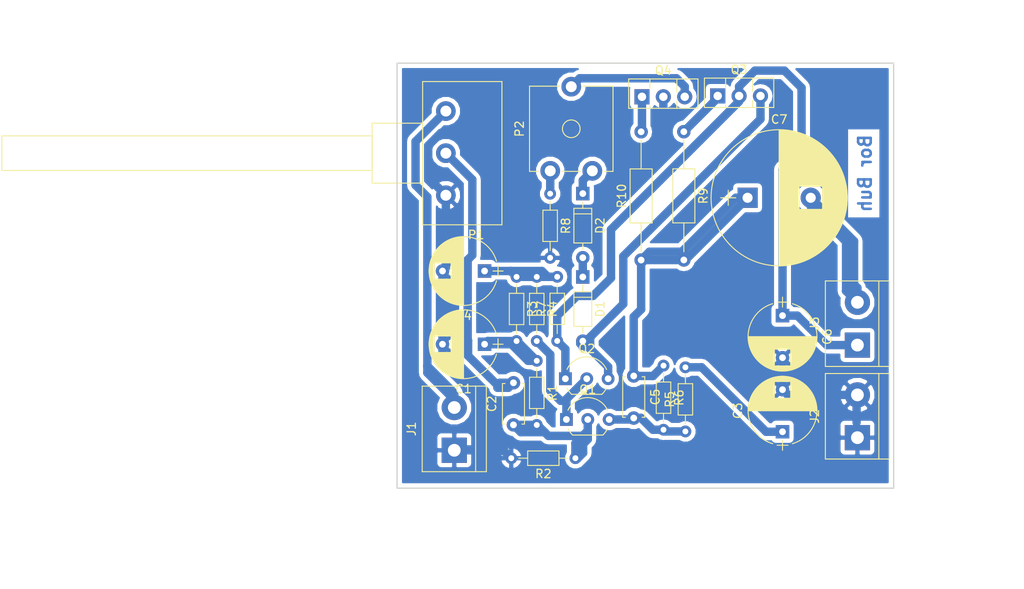
<source format=kicad_pcb>
(kicad_pcb (version 20171130) (host pcbnew "(5.1.9)-1")

  (general
    (thickness 1.6)
    (drawings 6)
    (tracks 187)
    (zones 0)
    (modules 28)
    (nets 20)
  )

  (page A4)
  (layers
    (0 F.Cu signal)
    (31 B.Cu signal)
    (32 B.Adhes user)
    (33 F.Adhes user)
    (34 B.Paste user)
    (35 F.Paste user)
    (36 B.SilkS user)
    (37 F.SilkS user)
    (38 B.Mask user)
    (39 F.Mask user)
    (40 Dwgs.User user)
    (41 Cmts.User user)
    (42 Eco1.User user)
    (43 Eco2.User user)
    (44 Edge.Cuts user)
    (45 Margin user)
    (46 B.CrtYd user)
    (47 F.CrtYd user)
    (48 B.Fab user)
    (49 F.Fab user)
  )

  (setup
    (last_trace_width 0.25)
    (user_trace_width 1)
    (user_trace_width 1.5)
    (user_trace_width 1.7)
    (user_trace_width 2)
    (trace_clearance 0.2)
    (zone_clearance 0.508)
    (zone_45_only no)
    (trace_min 0.2)
    (via_size 0.6)
    (via_drill 0.4)
    (via_min_size 0.4)
    (via_min_drill 0.3)
    (uvia_size 0.3)
    (uvia_drill 0.1)
    (uvias_allowed no)
    (uvia_min_size 0.2)
    (uvia_min_drill 0.1)
    (edge_width 0.15)
    (segment_width 0.2)
    (pcb_text_width 0.3)
    (pcb_text_size 1.5 1.5)
    (mod_edge_width 0.15)
    (mod_text_size 1 1)
    (mod_text_width 0.15)
    (pad_size 1.524 1.524)
    (pad_drill 0.762)
    (pad_to_mask_clearance 0.2)
    (aux_axis_origin 0 0)
    (visible_elements 7FFFEFDF)
    (pcbplotparams
      (layerselection 0x00030_80000001)
      (usegerberextensions false)
      (usegerberattributes true)
      (usegerberadvancedattributes true)
      (creategerberjobfile true)
      (excludeedgelayer true)
      (linewidth 0.100000)
      (plotframeref false)
      (viasonmask false)
      (mode 1)
      (useauxorigin false)
      (hpglpennumber 1)
      (hpglpenspeed 20)
      (hpglpendiameter 15.000000)
      (psnegative false)
      (psa4output false)
      (plotreference true)
      (plotvalue true)
      (plotinvisibletext false)
      (padsonsilk false)
      (subtractmaskfromsilk false)
      (outputformat 1)
      (mirror false)
      (drillshape 1)
      (scaleselection 1)
      (outputdirectory ""))
  )

  (net 0 "")
  (net 1 "Net-(C1-Pad1)")
  (net 2 GND)
  (net 3 "Net-(C2-Pad1)")
  (net 4 "Net-(C2-Pad2)")
  (net 5 "Net-(C3-Pad1)")
  (net 6 "Net-(C4-Pad1)")
  (net 7 "Net-(C5-Pad1)")
  (net 8 "Net-(C5-Pad2)")
  (net 9 "Net-(C6-Pad1)")
  (net 10 "Net-(C7-Pad2)")
  (net 11 "Net-(D1-Pad1)")
  (net 12 "Net-(D1-Pad2)")
  (net 13 "Net-(J1-Pad2)")
  (net 14 "Net-(P2-Pad3)")
  (net 15 "Net-(P2-Pad2)")
  (net 16 "Net-(Q1-Pad1)")
  (net 17 "Net-(Q3-Pad1)")
  (net 18 "Net-(Q4-Pad1)")
  (net 19 "Net-(D2-Pad1)")

  (net_class Default "This is the default net class."
    (clearance 0.2)
    (trace_width 0.25)
    (via_dia 0.6)
    (via_drill 0.4)
    (uvia_dia 0.3)
    (uvia_drill 0.1)
    (add_net GND)
    (add_net "Net-(C1-Pad1)")
    (add_net "Net-(C2-Pad1)")
    (add_net "Net-(C2-Pad2)")
    (add_net "Net-(C3-Pad1)")
    (add_net "Net-(C4-Pad1)")
    (add_net "Net-(C5-Pad1)")
    (add_net "Net-(C5-Pad2)")
    (add_net "Net-(C6-Pad1)")
    (add_net "Net-(C7-Pad2)")
    (add_net "Net-(D1-Pad1)")
    (add_net "Net-(D1-Pad2)")
    (add_net "Net-(D2-Pad1)")
    (add_net "Net-(J1-Pad2)")
    (add_net "Net-(P2-Pad2)")
    (add_net "Net-(P2-Pad3)")
    (add_net "Net-(Q1-Pad1)")
    (add_net "Net-(Q3-Pad1)")
    (add_net "Net-(Q4-Pad1)")
  )

  (module TO_SOT_Packages_THT:TO-92_Inline_Wide (layer F.Cu) (tedit 58CE52AF) (tstamp 59CE1707)
    (at 46.61 71.74)
    (descr "TO-92 leads in-line, wide, drill 0.8mm (see NXP sot054_po.pdf)")
    (tags "to-92 sc-43 sc-43a sot54 PA33 transistor")
    (path /59C4049A)
    (fp_text reference Q1 (at 2.54 -3.56 180) (layer F.SilkS)
      (effects (font (size 1 1) (thickness 0.15)))
    )
    (fp_text value BC547 (at 2.54 2.79) (layer F.Fab)
      (effects (font (size 1 1) (thickness 0.15)))
    )
    (fp_line (start 6.09 2.01) (end -1.01 2.01) (layer F.CrtYd) (width 0.05))
    (fp_line (start 6.09 2.01) (end 6.09 -2.73) (layer F.CrtYd) (width 0.05))
    (fp_line (start -1.01 -2.73) (end -1.01 2.01) (layer F.CrtYd) (width 0.05))
    (fp_line (start -1.01 -2.73) (end 6.09 -2.73) (layer F.CrtYd) (width 0.05))
    (fp_line (start 0.8 1.75) (end 4.3 1.75) (layer F.Fab) (width 0.1))
    (fp_line (start 0.74 1.85) (end 4.34 1.85) (layer F.SilkS) (width 0.12))
    (fp_text user %R (at 2.54 -3.56 180) (layer F.Fab)
      (effects (font (size 1 1) (thickness 0.15)))
    )
    (fp_arc (start 2.54 0) (end 0.74 1.85) (angle 20) (layer F.SilkS) (width 0.12))
    (fp_arc (start 2.54 0) (end 2.54 -2.6) (angle -65) (layer F.SilkS) (width 0.12))
    (fp_arc (start 2.54 0) (end 2.54 -2.6) (angle 65) (layer F.SilkS) (width 0.12))
    (fp_arc (start 2.54 0) (end 2.54 -2.48) (angle 135) (layer F.Fab) (width 0.1))
    (fp_arc (start 2.54 0) (end 2.54 -2.48) (angle -135) (layer F.Fab) (width 0.1))
    (fp_arc (start 2.54 0) (end 4.34 1.85) (angle -20) (layer F.SilkS) (width 0.12))
    (pad 2 thru_hole circle (at 2.54 0 90) (size 1.52 1.52) (drill 0.8) (layers *.Cu *.Mask)
      (net 3 "Net-(C2-Pad1)"))
    (pad 3 thru_hole circle (at 5.08 0 90) (size 1.52 1.52) (drill 0.8) (layers *.Cu *.Mask)
      (net 8 "Net-(C5-Pad2)"))
    (pad 1 thru_hole rect (at 0 0 90) (size 1.52 1.52) (drill 0.8) (layers *.Cu *.Mask)
      (net 16 "Net-(Q1-Pad1)"))
    (model ${KISYS3DMOD}/TO_SOT_Packages_THT.3dshapes/TO-92_Inline_Wide.wrl
      (offset (xyz 2.539999961853027 0 0))
      (scale (xyz 1 1 1))
      (rotate (xyz 0 0 -90))
    )
  )

  (module TO_SOT_Packages_THT:TO-92_Inline_Wide (layer F.Cu) (tedit 58CE52AF) (tstamp 5A0603EC)
    (at 46.49 66.9)
    (descr "TO-92 leads in-line, wide, drill 0.8mm (see NXP sot054_po.pdf)")
    (tags "to-92 sc-43 sc-43a sot54 PA33 transistor")
    (path /5A05A037)
    (fp_text reference Q2 (at 2.54 -3.56 180) (layer F.SilkS)
      (effects (font (size 1 1) (thickness 0.15)))
    )
    (fp_text value Q_PNP_EBC (at 2.54 2.79) (layer F.Fab)
      (effects (font (size 1 1) (thickness 0.15)))
    )
    (fp_line (start 6.09 2.01) (end -1.01 2.01) (layer F.CrtYd) (width 0.05))
    (fp_line (start 6.09 2.01) (end 6.09 -2.73) (layer F.CrtYd) (width 0.05))
    (fp_line (start -1.01 -2.73) (end -1.01 2.01) (layer F.CrtYd) (width 0.05))
    (fp_line (start -1.01 -2.73) (end 6.09 -2.73) (layer F.CrtYd) (width 0.05))
    (fp_line (start 0.8 1.75) (end 4.3 1.75) (layer F.Fab) (width 0.1))
    (fp_line (start 0.74 1.85) (end 4.34 1.85) (layer F.SilkS) (width 0.12))
    (fp_text user %R (at 2.54 -3.56 180) (layer F.Fab)
      (effects (font (size 1 1) (thickness 0.15)))
    )
    (fp_arc (start 2.54 0) (end 0.74 1.85) (angle 20) (layer F.SilkS) (width 0.12))
    (fp_arc (start 2.54 0) (end 2.54 -2.6) (angle -65) (layer F.SilkS) (width 0.12))
    (fp_arc (start 2.54 0) (end 2.54 -2.6) (angle 65) (layer F.SilkS) (width 0.12))
    (fp_arc (start 2.54 0) (end 2.54 -2.48) (angle 135) (layer F.Fab) (width 0.1))
    (fp_arc (start 2.54 0) (end 2.54 -2.48) (angle -135) (layer F.Fab) (width 0.1))
    (fp_arc (start 2.54 0) (end 4.34 1.85) (angle -20) (layer F.SilkS) (width 0.12))
    (pad 2 thru_hole circle (at 2.54 0 90) (size 1.52 1.52) (drill 0.8) (layers *.Cu *.Mask)
      (net 16 "Net-(Q1-Pad1)"))
    (pad 3 thru_hole circle (at 5.08 0 90) (size 1.52 1.52) (drill 0.8) (layers *.Cu *.Mask)
      (net 12 "Net-(D1-Pad2)"))
    (pad 1 thru_hole rect (at 0 0 90) (size 1.52 1.52) (drill 0.8) (layers *.Cu *.Mask)
      (net 9 "Net-(C6-Pad1)"))
    (model ${KISYS3DMOD}/TO_SOT_Packages_THT.3dshapes/TO-92_Inline_Wide.wrl
      (offset (xyz 2.539999961853027 0 0))
      (scale (xyz 1 1 1))
      (rotate (xyz 0 0 -90))
    )
  )

  (module Capacitors_ThroughHole:CP_Radial_D16.0mm_P7.50mm (layer F.Cu) (tedit 597BC7C2) (tstamp 59CE16CE)
    (at 68.14 45.4)
    (descr "CP, Radial series, Radial, pin pitch=7.50mm, , diameter=16mm, Electrolytic Capacitor")
    (tags "CP Radial series Radial pin pitch 7.50mm  diameter 16mm Electrolytic Capacitor")
    (path /59C4E447)
    (fp_text reference C7 (at 3.75 -9.31) (layer F.SilkS)
      (effects (font (size 1 1) (thickness 0.15)))
    )
    (fp_text value 220u (at 3.75 9.31) (layer F.Fab)
      (effects (font (size 1 1) (thickness 0.15)))
    )
    (fp_line (start 12.1 -8.35) (end -4.6 -8.35) (layer F.CrtYd) (width 0.05))
    (fp_line (start 12.1 8.35) (end 12.1 -8.35) (layer F.CrtYd) (width 0.05))
    (fp_line (start -4.6 8.35) (end 12.1 8.35) (layer F.CrtYd) (width 0.05))
    (fp_line (start -4.6 -8.35) (end -4.6 8.35) (layer F.CrtYd) (width 0.05))
    (fp_line (start -2.3 -0.9) (end -2.3 0.9) (layer F.SilkS) (width 0.12))
    (fp_line (start -3.2 0) (end -1.4 0) (layer F.SilkS) (width 0.12))
    (fp_line (start 11.831 -0.363) (end 11.831 0.363) (layer F.SilkS) (width 0.12))
    (fp_line (start 11.791 -0.859) (end 11.791 0.859) (layer F.SilkS) (width 0.12))
    (fp_line (start 11.751 -1.164) (end 11.751 1.164) (layer F.SilkS) (width 0.12))
    (fp_line (start 11.711 -1.405) (end 11.711 1.405) (layer F.SilkS) (width 0.12))
    (fp_line (start 11.671 -1.61) (end 11.671 1.61) (layer F.SilkS) (width 0.12))
    (fp_line (start 11.631 -1.792) (end 11.631 1.792) (layer F.SilkS) (width 0.12))
    (fp_line (start 11.591 -1.956) (end 11.591 1.956) (layer F.SilkS) (width 0.12))
    (fp_line (start 11.551 -2.107) (end 11.551 2.107) (layer F.SilkS) (width 0.12))
    (fp_line (start 11.511 -2.248) (end 11.511 2.248) (layer F.SilkS) (width 0.12))
    (fp_line (start 11.471 -2.379) (end 11.471 2.379) (layer F.SilkS) (width 0.12))
    (fp_line (start 11.431 -2.503) (end 11.431 2.503) (layer F.SilkS) (width 0.12))
    (fp_line (start 11.391 -2.621) (end 11.391 2.621) (layer F.SilkS) (width 0.12))
    (fp_line (start 11.351 -2.733) (end 11.351 2.733) (layer F.SilkS) (width 0.12))
    (fp_line (start 11.311 -2.841) (end 11.311 2.841) (layer F.SilkS) (width 0.12))
    (fp_line (start 11.271 -2.943) (end 11.271 2.943) (layer F.SilkS) (width 0.12))
    (fp_line (start 11.231 -3.042) (end 11.231 3.042) (layer F.SilkS) (width 0.12))
    (fp_line (start 11.191 -3.138) (end 11.191 3.138) (layer F.SilkS) (width 0.12))
    (fp_line (start 11.151 -3.23) (end 11.151 3.23) (layer F.SilkS) (width 0.12))
    (fp_line (start 11.111 -3.319) (end 11.111 3.319) (layer F.SilkS) (width 0.12))
    (fp_line (start 11.071 -3.405) (end 11.071 3.405) (layer F.SilkS) (width 0.12))
    (fp_line (start 11.031 -3.489) (end 11.031 3.489) (layer F.SilkS) (width 0.12))
    (fp_line (start 10.991 -3.57) (end 10.991 3.57) (layer F.SilkS) (width 0.12))
    (fp_line (start 10.951 -3.649) (end 10.951 3.649) (layer F.SilkS) (width 0.12))
    (fp_line (start 10.911 -3.726) (end 10.911 3.726) (layer F.SilkS) (width 0.12))
    (fp_line (start 10.871 -3.802) (end 10.871 3.802) (layer F.SilkS) (width 0.12))
    (fp_line (start 10.831 -3.875) (end 10.831 3.875) (layer F.SilkS) (width 0.12))
    (fp_line (start 10.791 -3.946) (end 10.791 3.946) (layer F.SilkS) (width 0.12))
    (fp_line (start 10.751 -4.016) (end 10.751 4.016) (layer F.SilkS) (width 0.12))
    (fp_line (start 10.711 -4.084) (end 10.711 4.084) (layer F.SilkS) (width 0.12))
    (fp_line (start 10.671 -4.151) (end 10.671 4.151) (layer F.SilkS) (width 0.12))
    (fp_line (start 10.631 -4.217) (end 10.631 4.217) (layer F.SilkS) (width 0.12))
    (fp_line (start 10.591 -4.281) (end 10.591 4.281) (layer F.SilkS) (width 0.12))
    (fp_line (start 10.551 -4.343) (end 10.551 4.343) (layer F.SilkS) (width 0.12))
    (fp_line (start 10.511 -4.405) (end 10.511 4.405) (layer F.SilkS) (width 0.12))
    (fp_line (start 10.471 -4.465) (end 10.471 4.465) (layer F.SilkS) (width 0.12))
    (fp_line (start 10.431 -4.524) (end 10.431 4.524) (layer F.SilkS) (width 0.12))
    (fp_line (start 10.391 -4.582) (end 10.391 4.582) (layer F.SilkS) (width 0.12))
    (fp_line (start 10.351 -4.639) (end 10.351 4.639) (layer F.SilkS) (width 0.12))
    (fp_line (start 10.311 -4.695) (end 10.311 4.695) (layer F.SilkS) (width 0.12))
    (fp_line (start 10.271 -4.75) (end 10.271 4.75) (layer F.SilkS) (width 0.12))
    (fp_line (start 10.231 -4.804) (end 10.231 4.804) (layer F.SilkS) (width 0.12))
    (fp_line (start 10.191 -4.857) (end 10.191 4.857) (layer F.SilkS) (width 0.12))
    (fp_line (start 10.151 -4.909) (end 10.151 4.909) (layer F.SilkS) (width 0.12))
    (fp_line (start 10.111 -4.96) (end 10.111 4.96) (layer F.SilkS) (width 0.12))
    (fp_line (start 10.071 -5.011) (end 10.071 5.011) (layer F.SilkS) (width 0.12))
    (fp_line (start 10.031 -5.06) (end 10.031 5.06) (layer F.SilkS) (width 0.12))
    (fp_line (start 9.991 -5.109) (end 9.991 5.109) (layer F.SilkS) (width 0.12))
    (fp_line (start 9.951 -5.157) (end 9.951 5.157) (layer F.SilkS) (width 0.12))
    (fp_line (start 9.911 -5.205) (end 9.911 5.205) (layer F.SilkS) (width 0.12))
    (fp_line (start 9.871 -5.251) (end 9.871 5.251) (layer F.SilkS) (width 0.12))
    (fp_line (start 9.831 -5.297) (end 9.831 5.297) (layer F.SilkS) (width 0.12))
    (fp_line (start 9.791 -5.343) (end 9.791 5.343) (layer F.SilkS) (width 0.12))
    (fp_line (start 9.751 -5.387) (end 9.751 5.387) (layer F.SilkS) (width 0.12))
    (fp_line (start 9.711 -5.431) (end 9.711 5.431) (layer F.SilkS) (width 0.12))
    (fp_line (start 9.671 -5.474) (end 9.671 5.474) (layer F.SilkS) (width 0.12))
    (fp_line (start 9.631 -5.517) (end 9.631 5.517) (layer F.SilkS) (width 0.12))
    (fp_line (start 9.591 -5.559) (end 9.591 5.559) (layer F.SilkS) (width 0.12))
    (fp_line (start 9.551 -5.6) (end 9.551 5.6) (layer F.SilkS) (width 0.12))
    (fp_line (start 9.511 -5.641) (end 9.511 5.641) (layer F.SilkS) (width 0.12))
    (fp_line (start 9.471 -5.681) (end 9.471 5.681) (layer F.SilkS) (width 0.12))
    (fp_line (start 9.431 -5.721) (end 9.431 5.721) (layer F.SilkS) (width 0.12))
    (fp_line (start 9.391 -5.76) (end 9.391 5.76) (layer F.SilkS) (width 0.12))
    (fp_line (start 9.351 -5.799) (end 9.351 5.799) (layer F.SilkS) (width 0.12))
    (fp_line (start 9.311 -5.837) (end 9.311 5.837) (layer F.SilkS) (width 0.12))
    (fp_line (start 9.271 -5.875) (end 9.271 5.875) (layer F.SilkS) (width 0.12))
    (fp_line (start 9.231 -5.912) (end 9.231 5.912) (layer F.SilkS) (width 0.12))
    (fp_line (start 9.191 -5.948) (end 9.191 5.948) (layer F.SilkS) (width 0.12))
    (fp_line (start 9.151 -5.984) (end 9.151 5.984) (layer F.SilkS) (width 0.12))
    (fp_line (start 9.111 -6.02) (end 9.111 6.02) (layer F.SilkS) (width 0.12))
    (fp_line (start 9.071 -6.055) (end 9.071 6.055) (layer F.SilkS) (width 0.12))
    (fp_line (start 9.031 -6.09) (end 9.031 6.09) (layer F.SilkS) (width 0.12))
    (fp_line (start 8.991 -6.124) (end 8.991 6.124) (layer F.SilkS) (width 0.12))
    (fp_line (start 8.951 -6.158) (end 8.951 6.158) (layer F.SilkS) (width 0.12))
    (fp_line (start 8.911 -6.191) (end 8.911 6.191) (layer F.SilkS) (width 0.12))
    (fp_line (start 8.871 1.38) (end 8.871 6.224) (layer F.SilkS) (width 0.12))
    (fp_line (start 8.871 -6.224) (end 8.871 -1.38) (layer F.SilkS) (width 0.12))
    (fp_line (start 8.831 1.38) (end 8.831 6.257) (layer F.SilkS) (width 0.12))
    (fp_line (start 8.831 -6.257) (end 8.831 -1.38) (layer F.SilkS) (width 0.12))
    (fp_line (start 8.791 1.38) (end 8.791 6.289) (layer F.SilkS) (width 0.12))
    (fp_line (start 8.791 -6.289) (end 8.791 -1.38) (layer F.SilkS) (width 0.12))
    (fp_line (start 8.751 1.38) (end 8.751 6.32) (layer F.SilkS) (width 0.12))
    (fp_line (start 8.751 -6.32) (end 8.751 -1.38) (layer F.SilkS) (width 0.12))
    (fp_line (start 8.711 1.38) (end 8.711 6.352) (layer F.SilkS) (width 0.12))
    (fp_line (start 8.711 -6.352) (end 8.711 -1.38) (layer F.SilkS) (width 0.12))
    (fp_line (start 8.671 1.38) (end 8.671 6.382) (layer F.SilkS) (width 0.12))
    (fp_line (start 8.671 -6.382) (end 8.671 -1.38) (layer F.SilkS) (width 0.12))
    (fp_line (start 8.631 1.38) (end 8.631 6.413) (layer F.SilkS) (width 0.12))
    (fp_line (start 8.631 -6.413) (end 8.631 -1.38) (layer F.SilkS) (width 0.12))
    (fp_line (start 8.591 1.38) (end 8.591 6.443) (layer F.SilkS) (width 0.12))
    (fp_line (start 8.591 -6.443) (end 8.591 -1.38) (layer F.SilkS) (width 0.12))
    (fp_line (start 8.551 1.38) (end 8.551 6.473) (layer F.SilkS) (width 0.12))
    (fp_line (start 8.551 -6.473) (end 8.551 -1.38) (layer F.SilkS) (width 0.12))
    (fp_line (start 8.511 1.38) (end 8.511 6.502) (layer F.SilkS) (width 0.12))
    (fp_line (start 8.511 -6.502) (end 8.511 -1.38) (layer F.SilkS) (width 0.12))
    (fp_line (start 8.471 1.38) (end 8.471 6.531) (layer F.SilkS) (width 0.12))
    (fp_line (start 8.471 -6.531) (end 8.471 -1.38) (layer F.SilkS) (width 0.12))
    (fp_line (start 8.431 1.38) (end 8.431 6.559) (layer F.SilkS) (width 0.12))
    (fp_line (start 8.431 -6.559) (end 8.431 -1.38) (layer F.SilkS) (width 0.12))
    (fp_line (start 8.391 1.38) (end 8.391 6.588) (layer F.SilkS) (width 0.12))
    (fp_line (start 8.391 -6.588) (end 8.391 -1.38) (layer F.SilkS) (width 0.12))
    (fp_line (start 8.351 1.38) (end 8.351 6.615) (layer F.SilkS) (width 0.12))
    (fp_line (start 8.351 -6.615) (end 8.351 -1.38) (layer F.SilkS) (width 0.12))
    (fp_line (start 8.311 1.38) (end 8.311 6.643) (layer F.SilkS) (width 0.12))
    (fp_line (start 8.311 -6.643) (end 8.311 -1.38) (layer F.SilkS) (width 0.12))
    (fp_line (start 8.271 1.38) (end 8.271 6.67) (layer F.SilkS) (width 0.12))
    (fp_line (start 8.271 -6.67) (end 8.271 -1.38) (layer F.SilkS) (width 0.12))
    (fp_line (start 8.231 1.38) (end 8.231 6.697) (layer F.SilkS) (width 0.12))
    (fp_line (start 8.231 -6.697) (end 8.231 -1.38) (layer F.SilkS) (width 0.12))
    (fp_line (start 8.191 1.38) (end 8.191 6.723) (layer F.SilkS) (width 0.12))
    (fp_line (start 8.191 -6.723) (end 8.191 -1.38) (layer F.SilkS) (width 0.12))
    (fp_line (start 8.151 1.38) (end 8.151 6.749) (layer F.SilkS) (width 0.12))
    (fp_line (start 8.151 -6.749) (end 8.151 -1.38) (layer F.SilkS) (width 0.12))
    (fp_line (start 8.111 1.38) (end 8.111 6.775) (layer F.SilkS) (width 0.12))
    (fp_line (start 8.111 -6.775) (end 8.111 -1.38) (layer F.SilkS) (width 0.12))
    (fp_line (start 8.071 1.38) (end 8.071 6.801) (layer F.SilkS) (width 0.12))
    (fp_line (start 8.071 -6.801) (end 8.071 -1.38) (layer F.SilkS) (width 0.12))
    (fp_line (start 8.031 1.38) (end 8.031 6.826) (layer F.SilkS) (width 0.12))
    (fp_line (start 8.031 -6.826) (end 8.031 -1.38) (layer F.SilkS) (width 0.12))
    (fp_line (start 7.991 1.38) (end 7.991 6.85) (layer F.SilkS) (width 0.12))
    (fp_line (start 7.991 -6.85) (end 7.991 -1.38) (layer F.SilkS) (width 0.12))
    (fp_line (start 7.951 1.38) (end 7.951 6.875) (layer F.SilkS) (width 0.12))
    (fp_line (start 7.951 -6.875) (end 7.951 -1.38) (layer F.SilkS) (width 0.12))
    (fp_line (start 7.911 1.38) (end 7.911 6.899) (layer F.SilkS) (width 0.12))
    (fp_line (start 7.911 -6.899) (end 7.911 -1.38) (layer F.SilkS) (width 0.12))
    (fp_line (start 7.871 1.38) (end 7.871 6.923) (layer F.SilkS) (width 0.12))
    (fp_line (start 7.871 -6.923) (end 7.871 -1.38) (layer F.SilkS) (width 0.12))
    (fp_line (start 7.831 1.38) (end 7.831 6.946) (layer F.SilkS) (width 0.12))
    (fp_line (start 7.831 -6.946) (end 7.831 -1.38) (layer F.SilkS) (width 0.12))
    (fp_line (start 7.791 1.38) (end 7.791 6.97) (layer F.SilkS) (width 0.12))
    (fp_line (start 7.791 -6.97) (end 7.791 -1.38) (layer F.SilkS) (width 0.12))
    (fp_line (start 7.751 1.38) (end 7.751 6.992) (layer F.SilkS) (width 0.12))
    (fp_line (start 7.751 -6.992) (end 7.751 -1.38) (layer F.SilkS) (width 0.12))
    (fp_line (start 7.711 1.38) (end 7.711 7.015) (layer F.SilkS) (width 0.12))
    (fp_line (start 7.711 -7.015) (end 7.711 -1.38) (layer F.SilkS) (width 0.12))
    (fp_line (start 7.671 1.38) (end 7.671 7.037) (layer F.SilkS) (width 0.12))
    (fp_line (start 7.671 -7.037) (end 7.671 -1.38) (layer F.SilkS) (width 0.12))
    (fp_line (start 7.631 1.38) (end 7.631 7.059) (layer F.SilkS) (width 0.12))
    (fp_line (start 7.631 -7.059) (end 7.631 -1.38) (layer F.SilkS) (width 0.12))
    (fp_line (start 7.591 1.38) (end 7.591 7.081) (layer F.SilkS) (width 0.12))
    (fp_line (start 7.591 -7.081) (end 7.591 -1.38) (layer F.SilkS) (width 0.12))
    (fp_line (start 7.551 1.38) (end 7.551 7.102) (layer F.SilkS) (width 0.12))
    (fp_line (start 7.551 -7.102) (end 7.551 -1.38) (layer F.SilkS) (width 0.12))
    (fp_line (start 7.511 1.38) (end 7.511 7.124) (layer F.SilkS) (width 0.12))
    (fp_line (start 7.511 -7.124) (end 7.511 -1.38) (layer F.SilkS) (width 0.12))
    (fp_line (start 7.471 1.38) (end 7.471 7.144) (layer F.SilkS) (width 0.12))
    (fp_line (start 7.471 -7.144) (end 7.471 -1.38) (layer F.SilkS) (width 0.12))
    (fp_line (start 7.431 1.38) (end 7.431 7.165) (layer F.SilkS) (width 0.12))
    (fp_line (start 7.431 -7.165) (end 7.431 -1.38) (layer F.SilkS) (width 0.12))
    (fp_line (start 7.391 1.38) (end 7.391 7.185) (layer F.SilkS) (width 0.12))
    (fp_line (start 7.391 -7.185) (end 7.391 -1.38) (layer F.SilkS) (width 0.12))
    (fp_line (start 7.351 1.38) (end 7.351 7.205) (layer F.SilkS) (width 0.12))
    (fp_line (start 7.351 -7.205) (end 7.351 -1.38) (layer F.SilkS) (width 0.12))
    (fp_line (start 7.311 1.38) (end 7.311 7.225) (layer F.SilkS) (width 0.12))
    (fp_line (start 7.311 -7.225) (end 7.311 -1.38) (layer F.SilkS) (width 0.12))
    (fp_line (start 7.271 1.38) (end 7.271 7.245) (layer F.SilkS) (width 0.12))
    (fp_line (start 7.271 -7.245) (end 7.271 -1.38) (layer F.SilkS) (width 0.12))
    (fp_line (start 7.231 1.38) (end 7.231 7.264) (layer F.SilkS) (width 0.12))
    (fp_line (start 7.231 -7.264) (end 7.231 -1.38) (layer F.SilkS) (width 0.12))
    (fp_line (start 7.191 1.38) (end 7.191 7.283) (layer F.SilkS) (width 0.12))
    (fp_line (start 7.191 -7.283) (end 7.191 -1.38) (layer F.SilkS) (width 0.12))
    (fp_line (start 7.151 1.38) (end 7.151 7.301) (layer F.SilkS) (width 0.12))
    (fp_line (start 7.151 -7.301) (end 7.151 -1.38) (layer F.SilkS) (width 0.12))
    (fp_line (start 7.111 1.38) (end 7.111 7.32) (layer F.SilkS) (width 0.12))
    (fp_line (start 7.111 -7.32) (end 7.111 -1.38) (layer F.SilkS) (width 0.12))
    (fp_line (start 7.071 1.38) (end 7.071 7.338) (layer F.SilkS) (width 0.12))
    (fp_line (start 7.071 -7.338) (end 7.071 -1.38) (layer F.SilkS) (width 0.12))
    (fp_line (start 7.031 1.38) (end 7.031 7.356) (layer F.SilkS) (width 0.12))
    (fp_line (start 7.031 -7.356) (end 7.031 -1.38) (layer F.SilkS) (width 0.12))
    (fp_line (start 6.991 1.38) (end 6.991 7.373) (layer F.SilkS) (width 0.12))
    (fp_line (start 6.991 -7.373) (end 6.991 -1.38) (layer F.SilkS) (width 0.12))
    (fp_line (start 6.951 1.38) (end 6.951 7.391) (layer F.SilkS) (width 0.12))
    (fp_line (start 6.951 -7.391) (end 6.951 -1.38) (layer F.SilkS) (width 0.12))
    (fp_line (start 6.911 1.38) (end 6.911 7.408) (layer F.SilkS) (width 0.12))
    (fp_line (start 6.911 -7.408) (end 6.911 -1.38) (layer F.SilkS) (width 0.12))
    (fp_line (start 6.871 1.38) (end 6.871 7.425) (layer F.SilkS) (width 0.12))
    (fp_line (start 6.871 -7.425) (end 6.871 -1.38) (layer F.SilkS) (width 0.12))
    (fp_line (start 6.831 1.38) (end 6.831 7.441) (layer F.SilkS) (width 0.12))
    (fp_line (start 6.831 -7.441) (end 6.831 -1.38) (layer F.SilkS) (width 0.12))
    (fp_line (start 6.791 1.38) (end 6.791 7.458) (layer F.SilkS) (width 0.12))
    (fp_line (start 6.791 -7.458) (end 6.791 -1.38) (layer F.SilkS) (width 0.12))
    (fp_line (start 6.751 1.38) (end 6.751 7.474) (layer F.SilkS) (width 0.12))
    (fp_line (start 6.751 -7.474) (end 6.751 -1.38) (layer F.SilkS) (width 0.12))
    (fp_line (start 6.711 1.38) (end 6.711 7.49) (layer F.SilkS) (width 0.12))
    (fp_line (start 6.711 -7.49) (end 6.711 -1.38) (layer F.SilkS) (width 0.12))
    (fp_line (start 6.671 1.38) (end 6.671 7.505) (layer F.SilkS) (width 0.12))
    (fp_line (start 6.671 -7.505) (end 6.671 -1.38) (layer F.SilkS) (width 0.12))
    (fp_line (start 6.631 1.38) (end 6.631 7.521) (layer F.SilkS) (width 0.12))
    (fp_line (start 6.631 -7.521) (end 6.631 -1.38) (layer F.SilkS) (width 0.12))
    (fp_line (start 6.591 1.38) (end 6.591 7.536) (layer F.SilkS) (width 0.12))
    (fp_line (start 6.591 -7.536) (end 6.591 -1.38) (layer F.SilkS) (width 0.12))
    (fp_line (start 6.551 1.38) (end 6.551 7.55) (layer F.SilkS) (width 0.12))
    (fp_line (start 6.551 -7.55) (end 6.551 -1.38) (layer F.SilkS) (width 0.12))
    (fp_line (start 6.511 1.38) (end 6.511 7.565) (layer F.SilkS) (width 0.12))
    (fp_line (start 6.511 -7.565) (end 6.511 -1.38) (layer F.SilkS) (width 0.12))
    (fp_line (start 6.471 1.38) (end 6.471 7.58) (layer F.SilkS) (width 0.12))
    (fp_line (start 6.471 -7.58) (end 6.471 -1.38) (layer F.SilkS) (width 0.12))
    (fp_line (start 6.431 1.38) (end 6.431 7.594) (layer F.SilkS) (width 0.12))
    (fp_line (start 6.431 -7.594) (end 6.431 -1.38) (layer F.SilkS) (width 0.12))
    (fp_line (start 6.391 1.38) (end 6.391 7.608) (layer F.SilkS) (width 0.12))
    (fp_line (start 6.391 -7.608) (end 6.391 -1.38) (layer F.SilkS) (width 0.12))
    (fp_line (start 6.351 1.38) (end 6.351 7.621) (layer F.SilkS) (width 0.12))
    (fp_line (start 6.351 -7.621) (end 6.351 -1.38) (layer F.SilkS) (width 0.12))
    (fp_line (start 6.311 1.38) (end 6.311 7.635) (layer F.SilkS) (width 0.12))
    (fp_line (start 6.311 -7.635) (end 6.311 -1.38) (layer F.SilkS) (width 0.12))
    (fp_line (start 6.271 1.38) (end 6.271 7.648) (layer F.SilkS) (width 0.12))
    (fp_line (start 6.271 -7.648) (end 6.271 -1.38) (layer F.SilkS) (width 0.12))
    (fp_line (start 6.231 1.38) (end 6.231 7.661) (layer F.SilkS) (width 0.12))
    (fp_line (start 6.231 -7.661) (end 6.231 -1.38) (layer F.SilkS) (width 0.12))
    (fp_line (start 6.191 1.38) (end 6.191 7.674) (layer F.SilkS) (width 0.12))
    (fp_line (start 6.191 -7.674) (end 6.191 -1.38) (layer F.SilkS) (width 0.12))
    (fp_line (start 6.151 1.38) (end 6.151 7.686) (layer F.SilkS) (width 0.12))
    (fp_line (start 6.151 -7.686) (end 6.151 -1.38) (layer F.SilkS) (width 0.12))
    (fp_line (start 6.111 -7.699) (end 6.111 7.699) (layer F.SilkS) (width 0.12))
    (fp_line (start 6.071 -7.711) (end 6.071 7.711) (layer F.SilkS) (width 0.12))
    (fp_line (start 6.031 -7.723) (end 6.031 7.723) (layer F.SilkS) (width 0.12))
    (fp_line (start 5.991 -7.734) (end 5.991 7.734) (layer F.SilkS) (width 0.12))
    (fp_line (start 5.951 -7.746) (end 5.951 7.746) (layer F.SilkS) (width 0.12))
    (fp_line (start 5.911 -7.757) (end 5.911 7.757) (layer F.SilkS) (width 0.12))
    (fp_line (start 5.871 -7.768) (end 5.871 7.768) (layer F.SilkS) (width 0.12))
    (fp_line (start 5.831 -7.779) (end 5.831 7.779) (layer F.SilkS) (width 0.12))
    (fp_line (start 5.791 -7.789) (end 5.791 7.789) (layer F.SilkS) (width 0.12))
    (fp_line (start 5.751 -7.799) (end 5.751 7.799) (layer F.SilkS) (width 0.12))
    (fp_line (start 5.711 -7.809) (end 5.711 7.809) (layer F.SilkS) (width 0.12))
    (fp_line (start 5.671 -7.819) (end 5.671 7.819) (layer F.SilkS) (width 0.12))
    (fp_line (start 5.631 -7.829) (end 5.631 7.829) (layer F.SilkS) (width 0.12))
    (fp_line (start 5.591 -7.838) (end 5.591 7.838) (layer F.SilkS) (width 0.12))
    (fp_line (start 5.551 -7.848) (end 5.551 7.848) (layer F.SilkS) (width 0.12))
    (fp_line (start 5.511 -7.857) (end 5.511 7.857) (layer F.SilkS) (width 0.12))
    (fp_line (start 5.471 -7.866) (end 5.471 7.866) (layer F.SilkS) (width 0.12))
    (fp_line (start 5.431 -7.874) (end 5.431 7.874) (layer F.SilkS) (width 0.12))
    (fp_line (start 5.391 -7.883) (end 5.391 7.883) (layer F.SilkS) (width 0.12))
    (fp_line (start 5.351 -7.891) (end 5.351 7.891) (layer F.SilkS) (width 0.12))
    (fp_line (start 5.311 -7.899) (end 5.311 7.899) (layer F.SilkS) (width 0.12))
    (fp_line (start 5.271 -7.906) (end 5.271 7.906) (layer F.SilkS) (width 0.12))
    (fp_line (start 5.231 -7.914) (end 5.231 7.914) (layer F.SilkS) (width 0.12))
    (fp_line (start 5.191 -7.921) (end 5.191 7.921) (layer F.SilkS) (width 0.12))
    (fp_line (start 5.151 -7.928) (end 5.151 7.928) (layer F.SilkS) (width 0.12))
    (fp_line (start 5.111 -7.935) (end 5.111 7.935) (layer F.SilkS) (width 0.12))
    (fp_line (start 5.071 -7.942) (end 5.071 7.942) (layer F.SilkS) (width 0.12))
    (fp_line (start 5.031 -7.949) (end 5.031 7.949) (layer F.SilkS) (width 0.12))
    (fp_line (start 4.991 -7.955) (end 4.991 7.955) (layer F.SilkS) (width 0.12))
    (fp_line (start 4.951 -7.961) (end 4.951 7.961) (layer F.SilkS) (width 0.12))
    (fp_line (start 4.911 -7.967) (end 4.911 7.967) (layer F.SilkS) (width 0.12))
    (fp_line (start 4.871 -7.973) (end 4.871 7.973) (layer F.SilkS) (width 0.12))
    (fp_line (start 4.831 -7.978) (end 4.831 7.978) (layer F.SilkS) (width 0.12))
    (fp_line (start 4.791 -7.983) (end 4.791 7.983) (layer F.SilkS) (width 0.12))
    (fp_line (start 4.751 -7.988) (end 4.751 7.988) (layer F.SilkS) (width 0.12))
    (fp_line (start 4.711 -7.993) (end 4.711 7.993) (layer F.SilkS) (width 0.12))
    (fp_line (start 4.671 -7.998) (end 4.671 7.998) (layer F.SilkS) (width 0.12))
    (fp_line (start 4.631 -8.002) (end 4.631 8.002) (layer F.SilkS) (width 0.12))
    (fp_line (start 4.591 -8.007) (end 4.591 8.007) (layer F.SilkS) (width 0.12))
    (fp_line (start 4.551 -8.011) (end 4.551 8.011) (layer F.SilkS) (width 0.12))
    (fp_line (start 4.511 -8.015) (end 4.511 8.015) (layer F.SilkS) (width 0.12))
    (fp_line (start 4.471 -8.018) (end 4.471 8.018) (layer F.SilkS) (width 0.12))
    (fp_line (start 4.43 -8.022) (end 4.43 8.022) (layer F.SilkS) (width 0.12))
    (fp_line (start 4.39 -8.025) (end 4.39 8.025) (layer F.SilkS) (width 0.12))
    (fp_line (start 4.35 -8.028) (end 4.35 8.028) (layer F.SilkS) (width 0.12))
    (fp_line (start 4.31 -8.031) (end 4.31 8.031) (layer F.SilkS) (width 0.12))
    (fp_line (start 4.27 -8.034) (end 4.27 8.034) (layer F.SilkS) (width 0.12))
    (fp_line (start 4.23 -8.036) (end 4.23 8.036) (layer F.SilkS) (width 0.12))
    (fp_line (start 4.19 -8.039) (end 4.19 8.039) (layer F.SilkS) (width 0.12))
    (fp_line (start 4.15 -8.041) (end 4.15 8.041) (layer F.SilkS) (width 0.12))
    (fp_line (start 4.11 -8.042) (end 4.11 8.042) (layer F.SilkS) (width 0.12))
    (fp_line (start 4.07 -8.044) (end 4.07 8.044) (layer F.SilkS) (width 0.12))
    (fp_line (start 4.03 -8.046) (end 4.03 8.046) (layer F.SilkS) (width 0.12))
    (fp_line (start 3.99 -8.047) (end 3.99 8.047) (layer F.SilkS) (width 0.12))
    (fp_line (start 3.95 -8.048) (end 3.95 8.048) (layer F.SilkS) (width 0.12))
    (fp_line (start 3.91 -8.049) (end 3.91 8.049) (layer F.SilkS) (width 0.12))
    (fp_line (start 3.87 -8.05) (end 3.87 8.05) (layer F.SilkS) (width 0.12))
    (fp_line (start 3.83 -8.05) (end 3.83 8.05) (layer F.SilkS) (width 0.12))
    (fp_line (start 3.79 -8.05) (end 3.79 8.05) (layer F.SilkS) (width 0.12))
    (fp_line (start 3.75 -8.051) (end 3.75 8.051) (layer F.SilkS) (width 0.12))
    (fp_line (start -2.3 -0.9) (end -2.3 0.9) (layer F.Fab) (width 0.1))
    (fp_line (start -3.2 0) (end -1.4 0) (layer F.Fab) (width 0.1))
    (fp_circle (center 3.75 0) (end 11.84 0) (layer F.SilkS) (width 0.12))
    (fp_circle (center 3.75 0) (end 11.75 0) (layer F.Fab) (width 0.1))
    (fp_text user %R (at 3.75 0) (layer F.Fab)
      (effects (font (size 1 1) (thickness 0.15)))
    )
    (pad 1 thru_hole rect (at 0 0) (size 2.4 2.4) (drill 1.2) (layers *.Cu *.Mask)
      (net 7 "Net-(C5-Pad1)"))
    (pad 2 thru_hole circle (at 7.5 0) (size 2.4 2.4) (drill 1.2) (layers *.Cu *.Mask)
      (net 10 "Net-(C7-Pad2)"))
    (model ${KISYS3DMOD}/Capacitors_THT.3dshapes/CP_Radial_D16.0mm_P7.50mm.wrl
      (at (xyz 0 0 0))
      (scale (xyz 1 1 1))
      (rotate (xyz 0 0 0))
    )
  )

  (module Potentiometers:Potentiometer_Omeg_PC16PU_Vertical (layer F.Cu) (tedit 58827AF0) (tstamp 59CE16F9)
    (at 32.29 35.1 180)
    (descr "Potentiometer, vertically mounted, Omeg PC16PU, http://www.omeg.co.uk/pc6bubrc.htm")
    (tags "Potentiometer vertical  Omeg PC16PU")
    (path /59C3F479)
    (fp_text reference P1 (at -3.6 -14.7 180) (layer F.SilkS)
      (effects (font (size 1 1) (thickness 0.15)))
    )
    (fp_text value 100K (at -3.6 4.7 180) (layer F.Fab)
      (effects (font (size 1 1) (thickness 0.15)))
    )
    (fp_line (start 52.95 -13.7) (end -6.9 -13.7) (layer F.CrtYd) (width 0.05))
    (fp_line (start 52.95 3.7) (end 52.95 -13.7) (layer F.CrtYd) (width 0.05))
    (fp_line (start -6.9 3.7) (end 52.95 3.7) (layer F.CrtYd) (width 0.05))
    (fp_line (start -6.9 -13.7) (end -6.9 3.7) (layer F.CrtYd) (width 0.05))
    (fp_line (start 52.76 -7.06) (end 52.76 -2.94) (layer F.SilkS) (width 0.12))
    (fp_line (start 8.76 -7.06) (end 8.76 -2.94) (layer F.SilkS) (width 0.12))
    (fp_line (start 8.76 -2.94) (end 52.76 -2.94) (layer F.SilkS) (width 0.12))
    (fp_line (start 8.76 -7.06) (end 52.76 -7.06) (layer F.SilkS) (width 0.12))
    (fp_line (start 8.76 -8.56) (end 8.76 -1.44) (layer F.SilkS) (width 0.12))
    (fp_line (start 2.76 -8.56) (end 2.76 -1.44) (layer F.SilkS) (width 0.12))
    (fp_line (start 2.76 -1.44) (end 8.76 -1.44) (layer F.SilkS) (width 0.12))
    (fp_line (start 2.76 -8.56) (end 8.76 -8.56) (layer F.SilkS) (width 0.12))
    (fp_line (start 2.76 -13.51) (end 2.76 3.51) (layer F.SilkS) (width 0.12))
    (fp_line (start -6.661 -13.51) (end -6.661 3.51) (layer F.SilkS) (width 0.12))
    (fp_line (start -6.661 3.51) (end 2.76 3.51) (layer F.SilkS) (width 0.12))
    (fp_line (start -6.661 -13.51) (end 2.76 -13.51) (layer F.SilkS) (width 0.12))
    (fp_line (start 52.7 -7) (end 8.7 -7) (layer F.Fab) (width 0.1))
    (fp_line (start 52.7 -3) (end 52.7 -7) (layer F.Fab) (width 0.1))
    (fp_line (start 8.7 -3) (end 52.7 -3) (layer F.Fab) (width 0.1))
    (fp_line (start 8.7 -7) (end 8.7 -3) (layer F.Fab) (width 0.1))
    (fp_line (start 8.7 -8.5) (end 2.7 -8.5) (layer F.Fab) (width 0.1))
    (fp_line (start 8.7 -1.5) (end 8.7 -8.5) (layer F.Fab) (width 0.1))
    (fp_line (start 2.7 -1.5) (end 8.7 -1.5) (layer F.Fab) (width 0.1))
    (fp_line (start 2.7 -8.5) (end 2.7 -1.5) (layer F.Fab) (width 0.1))
    (fp_line (start 2.7 -13.45) (end -6.6 -13.45) (layer F.Fab) (width 0.1))
    (fp_line (start 2.7 3.45) (end 2.7 -13.45) (layer F.Fab) (width 0.1))
    (fp_line (start -6.6 3.45) (end 2.7 3.45) (layer F.Fab) (width 0.1))
    (fp_line (start -6.6 -13.45) (end -6.6 3.45) (layer F.Fab) (width 0.1))
    (pad 3 thru_hole circle (at 0 -10 180) (size 2.34 2.34) (drill 1.3) (layers *.Cu *.Mask)
      (net 2 GND))
    (pad 2 thru_hole circle (at 0 -5 180) (size 2.34 2.34) (drill 1.3) (layers *.Cu *.Mask)
      (net 4 "Net-(C2-Pad2)"))
    (pad 1 thru_hole circle (at 0 0 180) (size 2.34 2.34) (drill 1.3) (layers *.Cu *.Mask)
      (net 13 "Net-(J1-Pad2)"))
    (model Potentiometers.3dshapes/Potentiometer_Omeg_PC16PU_Vertical.wrl
      (offset (xyz 0 10.15999984741211 0))
      (scale (xyz 0.3937 0.3937 0.3937))
      (rotate (xyz 0 0 0))
    )
  )

  (module Capacitors_ThroughHole:CP_Radial_D8.0mm_P5.00mm (layer F.Cu) (tedit 597BC7C2) (tstamp 59CE16AA)
    (at 36.89 62.8 180)
    (descr "CP, Radial series, Radial, pin pitch=5.00mm, , diameter=8mm, Electrolytic Capacitor")
    (tags "CP Radial series Radial pin pitch 5.00mm  diameter 8mm Electrolytic Capacitor")
    (path /59C41B1B)
    (fp_text reference C1 (at 2.5 -5.31 180) (layer F.SilkS)
      (effects (font (size 1 1) (thickness 0.15)))
    )
    (fp_text value 470u (at 2.5 5.31 180) (layer F.Fab)
      (effects (font (size 1 1) (thickness 0.15)))
    )
    (fp_line (start 6.85 -4.35) (end -1.85 -4.35) (layer F.CrtYd) (width 0.05))
    (fp_line (start 6.85 4.35) (end 6.85 -4.35) (layer F.CrtYd) (width 0.05))
    (fp_line (start -1.85 4.35) (end 6.85 4.35) (layer F.CrtYd) (width 0.05))
    (fp_line (start -1.85 -4.35) (end -1.85 4.35) (layer F.CrtYd) (width 0.05))
    (fp_line (start -1.6 -0.65) (end -1.6 0.65) (layer F.SilkS) (width 0.12))
    (fp_line (start -2.2 0) (end -1 0) (layer F.SilkS) (width 0.12))
    (fp_line (start 6.581 -0.246) (end 6.581 0.246) (layer F.SilkS) (width 0.12))
    (fp_line (start 6.541 -0.598) (end 6.541 0.598) (layer F.SilkS) (width 0.12))
    (fp_line (start 6.501 -0.814) (end 6.501 0.814) (layer F.SilkS) (width 0.12))
    (fp_line (start 6.461 -0.983) (end 6.461 0.983) (layer F.SilkS) (width 0.12))
    (fp_line (start 6.421 -1.127) (end 6.421 1.127) (layer F.SilkS) (width 0.12))
    (fp_line (start 6.381 -1.254) (end 6.381 1.254) (layer F.SilkS) (width 0.12))
    (fp_line (start 6.341 -1.369) (end 6.341 1.369) (layer F.SilkS) (width 0.12))
    (fp_line (start 6.301 -1.473) (end 6.301 1.473) (layer F.SilkS) (width 0.12))
    (fp_line (start 6.261 -1.57) (end 6.261 1.57) (layer F.SilkS) (width 0.12))
    (fp_line (start 6.221 -1.66) (end 6.221 1.66) (layer F.SilkS) (width 0.12))
    (fp_line (start 6.181 -1.745) (end 6.181 1.745) (layer F.SilkS) (width 0.12))
    (fp_line (start 6.141 -1.826) (end 6.141 1.826) (layer F.SilkS) (width 0.12))
    (fp_line (start 6.101 -1.902) (end 6.101 1.902) (layer F.SilkS) (width 0.12))
    (fp_line (start 6.061 -1.974) (end 6.061 1.974) (layer F.SilkS) (width 0.12))
    (fp_line (start 6.021 -2.043) (end 6.021 2.043) (layer F.SilkS) (width 0.12))
    (fp_line (start 5.981 -2.109) (end 5.981 2.109) (layer F.SilkS) (width 0.12))
    (fp_line (start 5.941 0.98) (end 5.941 2.173) (layer F.SilkS) (width 0.12))
    (fp_line (start 5.941 -2.173) (end 5.941 -0.98) (layer F.SilkS) (width 0.12))
    (fp_line (start 5.901 0.98) (end 5.901 2.234) (layer F.SilkS) (width 0.12))
    (fp_line (start 5.901 -2.234) (end 5.901 -0.98) (layer F.SilkS) (width 0.12))
    (fp_line (start 5.861 0.98) (end 5.861 2.293) (layer F.SilkS) (width 0.12))
    (fp_line (start 5.861 -2.293) (end 5.861 -0.98) (layer F.SilkS) (width 0.12))
    (fp_line (start 5.821 0.98) (end 5.821 2.349) (layer F.SilkS) (width 0.12))
    (fp_line (start 5.821 -2.349) (end 5.821 -0.98) (layer F.SilkS) (width 0.12))
    (fp_line (start 5.781 0.98) (end 5.781 2.404) (layer F.SilkS) (width 0.12))
    (fp_line (start 5.781 -2.404) (end 5.781 -0.98) (layer F.SilkS) (width 0.12))
    (fp_line (start 5.741 0.98) (end 5.741 2.457) (layer F.SilkS) (width 0.12))
    (fp_line (start 5.741 -2.457) (end 5.741 -0.98) (layer F.SilkS) (width 0.12))
    (fp_line (start 5.701 0.98) (end 5.701 2.508) (layer F.SilkS) (width 0.12))
    (fp_line (start 5.701 -2.508) (end 5.701 -0.98) (layer F.SilkS) (width 0.12))
    (fp_line (start 5.661 0.98) (end 5.661 2.557) (layer F.SilkS) (width 0.12))
    (fp_line (start 5.661 -2.557) (end 5.661 -0.98) (layer F.SilkS) (width 0.12))
    (fp_line (start 5.621 0.98) (end 5.621 2.605) (layer F.SilkS) (width 0.12))
    (fp_line (start 5.621 -2.605) (end 5.621 -0.98) (layer F.SilkS) (width 0.12))
    (fp_line (start 5.581 0.98) (end 5.581 2.652) (layer F.SilkS) (width 0.12))
    (fp_line (start 5.581 -2.652) (end 5.581 -0.98) (layer F.SilkS) (width 0.12))
    (fp_line (start 5.541 0.98) (end 5.541 2.697) (layer F.SilkS) (width 0.12))
    (fp_line (start 5.541 -2.697) (end 5.541 -0.98) (layer F.SilkS) (width 0.12))
    (fp_line (start 5.501 0.98) (end 5.501 2.74) (layer F.SilkS) (width 0.12))
    (fp_line (start 5.501 -2.74) (end 5.501 -0.98) (layer F.SilkS) (width 0.12))
    (fp_line (start 5.461 0.98) (end 5.461 2.783) (layer F.SilkS) (width 0.12))
    (fp_line (start 5.461 -2.783) (end 5.461 -0.98) (layer F.SilkS) (width 0.12))
    (fp_line (start 5.421 0.98) (end 5.421 2.824) (layer F.SilkS) (width 0.12))
    (fp_line (start 5.421 -2.824) (end 5.421 -0.98) (layer F.SilkS) (width 0.12))
    (fp_line (start 5.381 0.98) (end 5.381 2.865) (layer F.SilkS) (width 0.12))
    (fp_line (start 5.381 -2.865) (end 5.381 -0.98) (layer F.SilkS) (width 0.12))
    (fp_line (start 5.341 0.98) (end 5.341 2.904) (layer F.SilkS) (width 0.12))
    (fp_line (start 5.341 -2.904) (end 5.341 -0.98) (layer F.SilkS) (width 0.12))
    (fp_line (start 5.301 0.98) (end 5.301 2.942) (layer F.SilkS) (width 0.12))
    (fp_line (start 5.301 -2.942) (end 5.301 -0.98) (layer F.SilkS) (width 0.12))
    (fp_line (start 5.261 0.98) (end 5.261 2.979) (layer F.SilkS) (width 0.12))
    (fp_line (start 5.261 -2.979) (end 5.261 -0.98) (layer F.SilkS) (width 0.12))
    (fp_line (start 5.221 0.98) (end 5.221 3.015) (layer F.SilkS) (width 0.12))
    (fp_line (start 5.221 -3.015) (end 5.221 -0.98) (layer F.SilkS) (width 0.12))
    (fp_line (start 5.181 0.98) (end 5.181 3.05) (layer F.SilkS) (width 0.12))
    (fp_line (start 5.181 -3.05) (end 5.181 -0.98) (layer F.SilkS) (width 0.12))
    (fp_line (start 5.141 0.98) (end 5.141 3.084) (layer F.SilkS) (width 0.12))
    (fp_line (start 5.141 -3.084) (end 5.141 -0.98) (layer F.SilkS) (width 0.12))
    (fp_line (start 5.101 0.98) (end 5.101 3.118) (layer F.SilkS) (width 0.12))
    (fp_line (start 5.101 -3.118) (end 5.101 -0.98) (layer F.SilkS) (width 0.12))
    (fp_line (start 5.061 0.98) (end 5.061 3.15) (layer F.SilkS) (width 0.12))
    (fp_line (start 5.061 -3.15) (end 5.061 -0.98) (layer F.SilkS) (width 0.12))
    (fp_line (start 5.021 0.98) (end 5.021 3.182) (layer F.SilkS) (width 0.12))
    (fp_line (start 5.021 -3.182) (end 5.021 -0.98) (layer F.SilkS) (width 0.12))
    (fp_line (start 4.981 0.98) (end 4.981 3.213) (layer F.SilkS) (width 0.12))
    (fp_line (start 4.981 -3.213) (end 4.981 -0.98) (layer F.SilkS) (width 0.12))
    (fp_line (start 4.941 0.98) (end 4.941 3.243) (layer F.SilkS) (width 0.12))
    (fp_line (start 4.941 -3.243) (end 4.941 -0.98) (layer F.SilkS) (width 0.12))
    (fp_line (start 4.901 0.98) (end 4.901 3.272) (layer F.SilkS) (width 0.12))
    (fp_line (start 4.901 -3.272) (end 4.901 -0.98) (layer F.SilkS) (width 0.12))
    (fp_line (start 4.861 0.98) (end 4.861 3.301) (layer F.SilkS) (width 0.12))
    (fp_line (start 4.861 -3.301) (end 4.861 -0.98) (layer F.SilkS) (width 0.12))
    (fp_line (start 4.821 0.98) (end 4.821 3.329) (layer F.SilkS) (width 0.12))
    (fp_line (start 4.821 -3.329) (end 4.821 -0.98) (layer F.SilkS) (width 0.12))
    (fp_line (start 4.781 0.98) (end 4.781 3.356) (layer F.SilkS) (width 0.12))
    (fp_line (start 4.781 -3.356) (end 4.781 -0.98) (layer F.SilkS) (width 0.12))
    (fp_line (start 4.741 0.98) (end 4.741 3.383) (layer F.SilkS) (width 0.12))
    (fp_line (start 4.741 -3.383) (end 4.741 -0.98) (layer F.SilkS) (width 0.12))
    (fp_line (start 4.701 0.98) (end 4.701 3.408) (layer F.SilkS) (width 0.12))
    (fp_line (start 4.701 -3.408) (end 4.701 -0.98) (layer F.SilkS) (width 0.12))
    (fp_line (start 4.661 0.98) (end 4.661 3.434) (layer F.SilkS) (width 0.12))
    (fp_line (start 4.661 -3.434) (end 4.661 -0.98) (layer F.SilkS) (width 0.12))
    (fp_line (start 4.621 0.98) (end 4.621 3.458) (layer F.SilkS) (width 0.12))
    (fp_line (start 4.621 -3.458) (end 4.621 -0.98) (layer F.SilkS) (width 0.12))
    (fp_line (start 4.581 0.98) (end 4.581 3.482) (layer F.SilkS) (width 0.12))
    (fp_line (start 4.581 -3.482) (end 4.581 -0.98) (layer F.SilkS) (width 0.12))
    (fp_line (start 4.541 0.98) (end 4.541 3.505) (layer F.SilkS) (width 0.12))
    (fp_line (start 4.541 -3.505) (end 4.541 -0.98) (layer F.SilkS) (width 0.12))
    (fp_line (start 4.501 0.98) (end 4.501 3.528) (layer F.SilkS) (width 0.12))
    (fp_line (start 4.501 -3.528) (end 4.501 -0.98) (layer F.SilkS) (width 0.12))
    (fp_line (start 4.461 0.98) (end 4.461 3.55) (layer F.SilkS) (width 0.12))
    (fp_line (start 4.461 -3.55) (end 4.461 -0.98) (layer F.SilkS) (width 0.12))
    (fp_line (start 4.421 0.98) (end 4.421 3.572) (layer F.SilkS) (width 0.12))
    (fp_line (start 4.421 -3.572) (end 4.421 -0.98) (layer F.SilkS) (width 0.12))
    (fp_line (start 4.381 0.98) (end 4.381 3.593) (layer F.SilkS) (width 0.12))
    (fp_line (start 4.381 -3.593) (end 4.381 -0.98) (layer F.SilkS) (width 0.12))
    (fp_line (start 4.341 0.98) (end 4.341 3.613) (layer F.SilkS) (width 0.12))
    (fp_line (start 4.341 -3.613) (end 4.341 -0.98) (layer F.SilkS) (width 0.12))
    (fp_line (start 4.301 0.98) (end 4.301 3.633) (layer F.SilkS) (width 0.12))
    (fp_line (start 4.301 -3.633) (end 4.301 -0.98) (layer F.SilkS) (width 0.12))
    (fp_line (start 4.261 0.98) (end 4.261 3.652) (layer F.SilkS) (width 0.12))
    (fp_line (start 4.261 -3.652) (end 4.261 -0.98) (layer F.SilkS) (width 0.12))
    (fp_line (start 4.221 0.98) (end 4.221 3.671) (layer F.SilkS) (width 0.12))
    (fp_line (start 4.221 -3.671) (end 4.221 -0.98) (layer F.SilkS) (width 0.12))
    (fp_line (start 4.181 0.98) (end 4.181 3.69) (layer F.SilkS) (width 0.12))
    (fp_line (start 4.181 -3.69) (end 4.181 -0.98) (layer F.SilkS) (width 0.12))
    (fp_line (start 4.141 0.98) (end 4.141 3.707) (layer F.SilkS) (width 0.12))
    (fp_line (start 4.141 -3.707) (end 4.141 -0.98) (layer F.SilkS) (width 0.12))
    (fp_line (start 4.101 0.98) (end 4.101 3.725) (layer F.SilkS) (width 0.12))
    (fp_line (start 4.101 -3.725) (end 4.101 -0.98) (layer F.SilkS) (width 0.12))
    (fp_line (start 4.061 0.98) (end 4.061 3.741) (layer F.SilkS) (width 0.12))
    (fp_line (start 4.061 -3.741) (end 4.061 -0.98) (layer F.SilkS) (width 0.12))
    (fp_line (start 4.021 0.98) (end 4.021 3.758) (layer F.SilkS) (width 0.12))
    (fp_line (start 4.021 -3.758) (end 4.021 -0.98) (layer F.SilkS) (width 0.12))
    (fp_line (start 3.981 -3.773) (end 3.981 3.773) (layer F.SilkS) (width 0.12))
    (fp_line (start 3.941 -3.789) (end 3.941 3.789) (layer F.SilkS) (width 0.12))
    (fp_line (start 3.901 -3.803) (end 3.901 3.803) (layer F.SilkS) (width 0.12))
    (fp_line (start 3.861 -3.818) (end 3.861 3.818) (layer F.SilkS) (width 0.12))
    (fp_line (start 3.821 -3.832) (end 3.821 3.832) (layer F.SilkS) (width 0.12))
    (fp_line (start 3.781 -3.845) (end 3.781 3.845) (layer F.SilkS) (width 0.12))
    (fp_line (start 3.741 -3.858) (end 3.741 3.858) (layer F.SilkS) (width 0.12))
    (fp_line (start 3.701 -3.87) (end 3.701 3.87) (layer F.SilkS) (width 0.12))
    (fp_line (start 3.661 -3.883) (end 3.661 3.883) (layer F.SilkS) (width 0.12))
    (fp_line (start 3.621 -3.894) (end 3.621 3.894) (layer F.SilkS) (width 0.12))
    (fp_line (start 3.581 -3.905) (end 3.581 3.905) (layer F.SilkS) (width 0.12))
    (fp_line (start 3.541 -3.916) (end 3.541 3.916) (layer F.SilkS) (width 0.12))
    (fp_line (start 3.501 -3.926) (end 3.501 3.926) (layer F.SilkS) (width 0.12))
    (fp_line (start 3.461 -3.936) (end 3.461 3.936) (layer F.SilkS) (width 0.12))
    (fp_line (start 3.421 -3.946) (end 3.421 3.946) (layer F.SilkS) (width 0.12))
    (fp_line (start 3.381 -3.955) (end 3.381 3.955) (layer F.SilkS) (width 0.12))
    (fp_line (start 3.341 -3.963) (end 3.341 3.963) (layer F.SilkS) (width 0.12))
    (fp_line (start 3.301 -3.971) (end 3.301 3.971) (layer F.SilkS) (width 0.12))
    (fp_line (start 3.261 -3.979) (end 3.261 3.979) (layer F.SilkS) (width 0.12))
    (fp_line (start 3.221 -3.987) (end 3.221 3.987) (layer F.SilkS) (width 0.12))
    (fp_line (start 3.18 -3.994) (end 3.18 3.994) (layer F.SilkS) (width 0.12))
    (fp_line (start 3.14 -4) (end 3.14 4) (layer F.SilkS) (width 0.12))
    (fp_line (start 3.1 -4.006) (end 3.1 4.006) (layer F.SilkS) (width 0.12))
    (fp_line (start 3.06 -4.012) (end 3.06 4.012) (layer F.SilkS) (width 0.12))
    (fp_line (start 3.02 -4.017) (end 3.02 4.017) (layer F.SilkS) (width 0.12))
    (fp_line (start 2.98 -4.022) (end 2.98 4.022) (layer F.SilkS) (width 0.12))
    (fp_line (start 2.94 -4.027) (end 2.94 4.027) (layer F.SilkS) (width 0.12))
    (fp_line (start 2.9 -4.031) (end 2.9 4.031) (layer F.SilkS) (width 0.12))
    (fp_line (start 2.86 -4.035) (end 2.86 4.035) (layer F.SilkS) (width 0.12))
    (fp_line (start 2.82 -4.038) (end 2.82 4.038) (layer F.SilkS) (width 0.12))
    (fp_line (start 2.78 -4.041) (end 2.78 4.041) (layer F.SilkS) (width 0.12))
    (fp_line (start 2.74 -4.043) (end 2.74 4.043) (layer F.SilkS) (width 0.12))
    (fp_line (start 2.7 -4.046) (end 2.7 4.046) (layer F.SilkS) (width 0.12))
    (fp_line (start 2.66 -4.047) (end 2.66 4.047) (layer F.SilkS) (width 0.12))
    (fp_line (start 2.62 -4.049) (end 2.62 4.049) (layer F.SilkS) (width 0.12))
    (fp_line (start 2.58 -4.05) (end 2.58 4.05) (layer F.SilkS) (width 0.12))
    (fp_line (start 2.54 -4.05) (end 2.54 4.05) (layer F.SilkS) (width 0.12))
    (fp_line (start 2.5 -4.05) (end 2.5 4.05) (layer F.SilkS) (width 0.12))
    (fp_line (start -1.6 -0.65) (end -1.6 0.65) (layer F.Fab) (width 0.1))
    (fp_line (start -2.2 0) (end -1 0) (layer F.Fab) (width 0.1))
    (fp_circle (center 2.5 0) (end 6.5 0) (layer F.Fab) (width 0.1))
    (fp_arc (start 2.5 0) (end -1.416082 -1.18) (angle 146.5) (layer F.SilkS) (width 0.12))
    (fp_arc (start 2.5 0) (end -1.416082 1.18) (angle -146.5) (layer F.SilkS) (width 0.12))
    (fp_arc (start 2.5 0) (end 6.416082 -1.18) (angle 33.5) (layer F.SilkS) (width 0.12))
    (fp_text user %R (at 2.5 0 180) (layer F.Fab)
      (effects (font (size 1 1) (thickness 0.15)))
    )
    (pad 1 thru_hole rect (at 0 0 180) (size 1.6 1.6) (drill 0.8) (layers *.Cu *.Mask)
      (net 1 "Net-(C1-Pad1)"))
    (pad 2 thru_hole circle (at 5 0 180) (size 1.6 1.6) (drill 0.8) (layers *.Cu *.Mask)
      (net 2 GND))
    (model ${KISYS3DMOD}/Capacitors_THT.3dshapes/CP_Radial_D8.0mm_P5.00mm.wrl
      (at (xyz 0 0 0))
      (scale (xyz 1 1 1))
      (rotate (xyz 0 0 0))
    )
  )

  (module Capacitors_ThroughHole:C_Disc_D4.7mm_W2.5mm_P5.00mm (layer F.Cu) (tedit 597BC7C2) (tstamp 59CE16B0)
    (at 40.32 72.38 90)
    (descr "C, Disc series, Radial, pin pitch=5.00mm, , diameter*width=4.7*2.5mm^2, Capacitor, http://www.vishay.com/docs/45233/krseries.pdf")
    (tags "C Disc series Radial pin pitch 5.00mm  diameter 4.7mm width 2.5mm Capacitor")
    (path /59C51D7F)
    (fp_text reference C2 (at 2.5 -2.56 90) (layer F.SilkS)
      (effects (font (size 1 1) (thickness 0.15)))
    )
    (fp_text value 100n (at 2.5 2.56 90) (layer F.Fab)
      (effects (font (size 1 1) (thickness 0.15)))
    )
    (fp_line (start 6.05 -1.6) (end -1.05 -1.6) (layer F.CrtYd) (width 0.05))
    (fp_line (start 6.05 1.6) (end 6.05 -1.6) (layer F.CrtYd) (width 0.05))
    (fp_line (start -1.05 1.6) (end 6.05 1.6) (layer F.CrtYd) (width 0.05))
    (fp_line (start -1.05 -1.6) (end -1.05 1.6) (layer F.CrtYd) (width 0.05))
    (fp_line (start 4.91 0.996) (end 4.91 1.31) (layer F.SilkS) (width 0.12))
    (fp_line (start 4.91 -1.31) (end 4.91 -0.996) (layer F.SilkS) (width 0.12))
    (fp_line (start 0.09 0.996) (end 0.09 1.31) (layer F.SilkS) (width 0.12))
    (fp_line (start 0.09 -1.31) (end 0.09 -0.996) (layer F.SilkS) (width 0.12))
    (fp_line (start 0.09 1.31) (end 4.91 1.31) (layer F.SilkS) (width 0.12))
    (fp_line (start 0.09 -1.31) (end 4.91 -1.31) (layer F.SilkS) (width 0.12))
    (fp_line (start 4.85 -1.25) (end 0.15 -1.25) (layer F.Fab) (width 0.1))
    (fp_line (start 4.85 1.25) (end 4.85 -1.25) (layer F.Fab) (width 0.1))
    (fp_line (start 0.15 1.25) (end 4.85 1.25) (layer F.Fab) (width 0.1))
    (fp_line (start 0.15 -1.25) (end 0.15 1.25) (layer F.Fab) (width 0.1))
    (fp_text user %R (at 2.5 0 90) (layer F.Fab)
      (effects (font (size 1 1) (thickness 0.15)))
    )
    (pad 1 thru_hole circle (at 0 0 90) (size 1.6 1.6) (drill 0.8) (layers *.Cu *.Mask)
      (net 3 "Net-(C2-Pad1)"))
    (pad 2 thru_hole circle (at 5 0 90) (size 1.6 1.6) (drill 0.8) (layers *.Cu *.Mask)
      (net 4 "Net-(C2-Pad2)"))
    (model ${KISYS3DMOD}/Capacitors_THT.3dshapes/C_Disc_D4.7mm_W2.5mm_P5.00mm.wrl
      (at (xyz 0 0 0))
      (scale (xyz 1 1 1))
      (rotate (xyz 0 0 0))
    )
  )

  (module Capacitors_ThroughHole:CP_Radial_D8.0mm_P5.00mm (layer F.Cu) (tedit 597BC7C2) (tstamp 59CE16B6)
    (at 72.29 73.2 90)
    (descr "CP, Radial series, Radial, pin pitch=5.00mm, , diameter=8mm, Electrolytic Capacitor")
    (tags "CP Radial series Radial pin pitch 5.00mm  diameter 8mm Electrolytic Capacitor")
    (path /59C41E79)
    (fp_text reference C3 (at 2.5 -5.31 90) (layer F.SilkS)
      (effects (font (size 1 1) (thickness 0.15)))
    )
    (fp_text value 330u (at 2.5 5.31 90) (layer F.Fab)
      (effects (font (size 1 1) (thickness 0.15)))
    )
    (fp_line (start 6.85 -4.35) (end -1.85 -4.35) (layer F.CrtYd) (width 0.05))
    (fp_line (start 6.85 4.35) (end 6.85 -4.35) (layer F.CrtYd) (width 0.05))
    (fp_line (start -1.85 4.35) (end 6.85 4.35) (layer F.CrtYd) (width 0.05))
    (fp_line (start -1.85 -4.35) (end -1.85 4.35) (layer F.CrtYd) (width 0.05))
    (fp_line (start -1.6 -0.65) (end -1.6 0.65) (layer F.SilkS) (width 0.12))
    (fp_line (start -2.2 0) (end -1 0) (layer F.SilkS) (width 0.12))
    (fp_line (start 6.581 -0.246) (end 6.581 0.246) (layer F.SilkS) (width 0.12))
    (fp_line (start 6.541 -0.598) (end 6.541 0.598) (layer F.SilkS) (width 0.12))
    (fp_line (start 6.501 -0.814) (end 6.501 0.814) (layer F.SilkS) (width 0.12))
    (fp_line (start 6.461 -0.983) (end 6.461 0.983) (layer F.SilkS) (width 0.12))
    (fp_line (start 6.421 -1.127) (end 6.421 1.127) (layer F.SilkS) (width 0.12))
    (fp_line (start 6.381 -1.254) (end 6.381 1.254) (layer F.SilkS) (width 0.12))
    (fp_line (start 6.341 -1.369) (end 6.341 1.369) (layer F.SilkS) (width 0.12))
    (fp_line (start 6.301 -1.473) (end 6.301 1.473) (layer F.SilkS) (width 0.12))
    (fp_line (start 6.261 -1.57) (end 6.261 1.57) (layer F.SilkS) (width 0.12))
    (fp_line (start 6.221 -1.66) (end 6.221 1.66) (layer F.SilkS) (width 0.12))
    (fp_line (start 6.181 -1.745) (end 6.181 1.745) (layer F.SilkS) (width 0.12))
    (fp_line (start 6.141 -1.826) (end 6.141 1.826) (layer F.SilkS) (width 0.12))
    (fp_line (start 6.101 -1.902) (end 6.101 1.902) (layer F.SilkS) (width 0.12))
    (fp_line (start 6.061 -1.974) (end 6.061 1.974) (layer F.SilkS) (width 0.12))
    (fp_line (start 6.021 -2.043) (end 6.021 2.043) (layer F.SilkS) (width 0.12))
    (fp_line (start 5.981 -2.109) (end 5.981 2.109) (layer F.SilkS) (width 0.12))
    (fp_line (start 5.941 0.98) (end 5.941 2.173) (layer F.SilkS) (width 0.12))
    (fp_line (start 5.941 -2.173) (end 5.941 -0.98) (layer F.SilkS) (width 0.12))
    (fp_line (start 5.901 0.98) (end 5.901 2.234) (layer F.SilkS) (width 0.12))
    (fp_line (start 5.901 -2.234) (end 5.901 -0.98) (layer F.SilkS) (width 0.12))
    (fp_line (start 5.861 0.98) (end 5.861 2.293) (layer F.SilkS) (width 0.12))
    (fp_line (start 5.861 -2.293) (end 5.861 -0.98) (layer F.SilkS) (width 0.12))
    (fp_line (start 5.821 0.98) (end 5.821 2.349) (layer F.SilkS) (width 0.12))
    (fp_line (start 5.821 -2.349) (end 5.821 -0.98) (layer F.SilkS) (width 0.12))
    (fp_line (start 5.781 0.98) (end 5.781 2.404) (layer F.SilkS) (width 0.12))
    (fp_line (start 5.781 -2.404) (end 5.781 -0.98) (layer F.SilkS) (width 0.12))
    (fp_line (start 5.741 0.98) (end 5.741 2.457) (layer F.SilkS) (width 0.12))
    (fp_line (start 5.741 -2.457) (end 5.741 -0.98) (layer F.SilkS) (width 0.12))
    (fp_line (start 5.701 0.98) (end 5.701 2.508) (layer F.SilkS) (width 0.12))
    (fp_line (start 5.701 -2.508) (end 5.701 -0.98) (layer F.SilkS) (width 0.12))
    (fp_line (start 5.661 0.98) (end 5.661 2.557) (layer F.SilkS) (width 0.12))
    (fp_line (start 5.661 -2.557) (end 5.661 -0.98) (layer F.SilkS) (width 0.12))
    (fp_line (start 5.621 0.98) (end 5.621 2.605) (layer F.SilkS) (width 0.12))
    (fp_line (start 5.621 -2.605) (end 5.621 -0.98) (layer F.SilkS) (width 0.12))
    (fp_line (start 5.581 0.98) (end 5.581 2.652) (layer F.SilkS) (width 0.12))
    (fp_line (start 5.581 -2.652) (end 5.581 -0.98) (layer F.SilkS) (width 0.12))
    (fp_line (start 5.541 0.98) (end 5.541 2.697) (layer F.SilkS) (width 0.12))
    (fp_line (start 5.541 -2.697) (end 5.541 -0.98) (layer F.SilkS) (width 0.12))
    (fp_line (start 5.501 0.98) (end 5.501 2.74) (layer F.SilkS) (width 0.12))
    (fp_line (start 5.501 -2.74) (end 5.501 -0.98) (layer F.SilkS) (width 0.12))
    (fp_line (start 5.461 0.98) (end 5.461 2.783) (layer F.SilkS) (width 0.12))
    (fp_line (start 5.461 -2.783) (end 5.461 -0.98) (layer F.SilkS) (width 0.12))
    (fp_line (start 5.421 0.98) (end 5.421 2.824) (layer F.SilkS) (width 0.12))
    (fp_line (start 5.421 -2.824) (end 5.421 -0.98) (layer F.SilkS) (width 0.12))
    (fp_line (start 5.381 0.98) (end 5.381 2.865) (layer F.SilkS) (width 0.12))
    (fp_line (start 5.381 -2.865) (end 5.381 -0.98) (layer F.SilkS) (width 0.12))
    (fp_line (start 5.341 0.98) (end 5.341 2.904) (layer F.SilkS) (width 0.12))
    (fp_line (start 5.341 -2.904) (end 5.341 -0.98) (layer F.SilkS) (width 0.12))
    (fp_line (start 5.301 0.98) (end 5.301 2.942) (layer F.SilkS) (width 0.12))
    (fp_line (start 5.301 -2.942) (end 5.301 -0.98) (layer F.SilkS) (width 0.12))
    (fp_line (start 5.261 0.98) (end 5.261 2.979) (layer F.SilkS) (width 0.12))
    (fp_line (start 5.261 -2.979) (end 5.261 -0.98) (layer F.SilkS) (width 0.12))
    (fp_line (start 5.221 0.98) (end 5.221 3.015) (layer F.SilkS) (width 0.12))
    (fp_line (start 5.221 -3.015) (end 5.221 -0.98) (layer F.SilkS) (width 0.12))
    (fp_line (start 5.181 0.98) (end 5.181 3.05) (layer F.SilkS) (width 0.12))
    (fp_line (start 5.181 -3.05) (end 5.181 -0.98) (layer F.SilkS) (width 0.12))
    (fp_line (start 5.141 0.98) (end 5.141 3.084) (layer F.SilkS) (width 0.12))
    (fp_line (start 5.141 -3.084) (end 5.141 -0.98) (layer F.SilkS) (width 0.12))
    (fp_line (start 5.101 0.98) (end 5.101 3.118) (layer F.SilkS) (width 0.12))
    (fp_line (start 5.101 -3.118) (end 5.101 -0.98) (layer F.SilkS) (width 0.12))
    (fp_line (start 5.061 0.98) (end 5.061 3.15) (layer F.SilkS) (width 0.12))
    (fp_line (start 5.061 -3.15) (end 5.061 -0.98) (layer F.SilkS) (width 0.12))
    (fp_line (start 5.021 0.98) (end 5.021 3.182) (layer F.SilkS) (width 0.12))
    (fp_line (start 5.021 -3.182) (end 5.021 -0.98) (layer F.SilkS) (width 0.12))
    (fp_line (start 4.981 0.98) (end 4.981 3.213) (layer F.SilkS) (width 0.12))
    (fp_line (start 4.981 -3.213) (end 4.981 -0.98) (layer F.SilkS) (width 0.12))
    (fp_line (start 4.941 0.98) (end 4.941 3.243) (layer F.SilkS) (width 0.12))
    (fp_line (start 4.941 -3.243) (end 4.941 -0.98) (layer F.SilkS) (width 0.12))
    (fp_line (start 4.901 0.98) (end 4.901 3.272) (layer F.SilkS) (width 0.12))
    (fp_line (start 4.901 -3.272) (end 4.901 -0.98) (layer F.SilkS) (width 0.12))
    (fp_line (start 4.861 0.98) (end 4.861 3.301) (layer F.SilkS) (width 0.12))
    (fp_line (start 4.861 -3.301) (end 4.861 -0.98) (layer F.SilkS) (width 0.12))
    (fp_line (start 4.821 0.98) (end 4.821 3.329) (layer F.SilkS) (width 0.12))
    (fp_line (start 4.821 -3.329) (end 4.821 -0.98) (layer F.SilkS) (width 0.12))
    (fp_line (start 4.781 0.98) (end 4.781 3.356) (layer F.SilkS) (width 0.12))
    (fp_line (start 4.781 -3.356) (end 4.781 -0.98) (layer F.SilkS) (width 0.12))
    (fp_line (start 4.741 0.98) (end 4.741 3.383) (layer F.SilkS) (width 0.12))
    (fp_line (start 4.741 -3.383) (end 4.741 -0.98) (layer F.SilkS) (width 0.12))
    (fp_line (start 4.701 0.98) (end 4.701 3.408) (layer F.SilkS) (width 0.12))
    (fp_line (start 4.701 -3.408) (end 4.701 -0.98) (layer F.SilkS) (width 0.12))
    (fp_line (start 4.661 0.98) (end 4.661 3.434) (layer F.SilkS) (width 0.12))
    (fp_line (start 4.661 -3.434) (end 4.661 -0.98) (layer F.SilkS) (width 0.12))
    (fp_line (start 4.621 0.98) (end 4.621 3.458) (layer F.SilkS) (width 0.12))
    (fp_line (start 4.621 -3.458) (end 4.621 -0.98) (layer F.SilkS) (width 0.12))
    (fp_line (start 4.581 0.98) (end 4.581 3.482) (layer F.SilkS) (width 0.12))
    (fp_line (start 4.581 -3.482) (end 4.581 -0.98) (layer F.SilkS) (width 0.12))
    (fp_line (start 4.541 0.98) (end 4.541 3.505) (layer F.SilkS) (width 0.12))
    (fp_line (start 4.541 -3.505) (end 4.541 -0.98) (layer F.SilkS) (width 0.12))
    (fp_line (start 4.501 0.98) (end 4.501 3.528) (layer F.SilkS) (width 0.12))
    (fp_line (start 4.501 -3.528) (end 4.501 -0.98) (layer F.SilkS) (width 0.12))
    (fp_line (start 4.461 0.98) (end 4.461 3.55) (layer F.SilkS) (width 0.12))
    (fp_line (start 4.461 -3.55) (end 4.461 -0.98) (layer F.SilkS) (width 0.12))
    (fp_line (start 4.421 0.98) (end 4.421 3.572) (layer F.SilkS) (width 0.12))
    (fp_line (start 4.421 -3.572) (end 4.421 -0.98) (layer F.SilkS) (width 0.12))
    (fp_line (start 4.381 0.98) (end 4.381 3.593) (layer F.SilkS) (width 0.12))
    (fp_line (start 4.381 -3.593) (end 4.381 -0.98) (layer F.SilkS) (width 0.12))
    (fp_line (start 4.341 0.98) (end 4.341 3.613) (layer F.SilkS) (width 0.12))
    (fp_line (start 4.341 -3.613) (end 4.341 -0.98) (layer F.SilkS) (width 0.12))
    (fp_line (start 4.301 0.98) (end 4.301 3.633) (layer F.SilkS) (width 0.12))
    (fp_line (start 4.301 -3.633) (end 4.301 -0.98) (layer F.SilkS) (width 0.12))
    (fp_line (start 4.261 0.98) (end 4.261 3.652) (layer F.SilkS) (width 0.12))
    (fp_line (start 4.261 -3.652) (end 4.261 -0.98) (layer F.SilkS) (width 0.12))
    (fp_line (start 4.221 0.98) (end 4.221 3.671) (layer F.SilkS) (width 0.12))
    (fp_line (start 4.221 -3.671) (end 4.221 -0.98) (layer F.SilkS) (width 0.12))
    (fp_line (start 4.181 0.98) (end 4.181 3.69) (layer F.SilkS) (width 0.12))
    (fp_line (start 4.181 -3.69) (end 4.181 -0.98) (layer F.SilkS) (width 0.12))
    (fp_line (start 4.141 0.98) (end 4.141 3.707) (layer F.SilkS) (width 0.12))
    (fp_line (start 4.141 -3.707) (end 4.141 -0.98) (layer F.SilkS) (width 0.12))
    (fp_line (start 4.101 0.98) (end 4.101 3.725) (layer F.SilkS) (width 0.12))
    (fp_line (start 4.101 -3.725) (end 4.101 -0.98) (layer F.SilkS) (width 0.12))
    (fp_line (start 4.061 0.98) (end 4.061 3.741) (layer F.SilkS) (width 0.12))
    (fp_line (start 4.061 -3.741) (end 4.061 -0.98) (layer F.SilkS) (width 0.12))
    (fp_line (start 4.021 0.98) (end 4.021 3.758) (layer F.SilkS) (width 0.12))
    (fp_line (start 4.021 -3.758) (end 4.021 -0.98) (layer F.SilkS) (width 0.12))
    (fp_line (start 3.981 -3.773) (end 3.981 3.773) (layer F.SilkS) (width 0.12))
    (fp_line (start 3.941 -3.789) (end 3.941 3.789) (layer F.SilkS) (width 0.12))
    (fp_line (start 3.901 -3.803) (end 3.901 3.803) (layer F.SilkS) (width 0.12))
    (fp_line (start 3.861 -3.818) (end 3.861 3.818) (layer F.SilkS) (width 0.12))
    (fp_line (start 3.821 -3.832) (end 3.821 3.832) (layer F.SilkS) (width 0.12))
    (fp_line (start 3.781 -3.845) (end 3.781 3.845) (layer F.SilkS) (width 0.12))
    (fp_line (start 3.741 -3.858) (end 3.741 3.858) (layer F.SilkS) (width 0.12))
    (fp_line (start 3.701 -3.87) (end 3.701 3.87) (layer F.SilkS) (width 0.12))
    (fp_line (start 3.661 -3.883) (end 3.661 3.883) (layer F.SilkS) (width 0.12))
    (fp_line (start 3.621 -3.894) (end 3.621 3.894) (layer F.SilkS) (width 0.12))
    (fp_line (start 3.581 -3.905) (end 3.581 3.905) (layer F.SilkS) (width 0.12))
    (fp_line (start 3.541 -3.916) (end 3.541 3.916) (layer F.SilkS) (width 0.12))
    (fp_line (start 3.501 -3.926) (end 3.501 3.926) (layer F.SilkS) (width 0.12))
    (fp_line (start 3.461 -3.936) (end 3.461 3.936) (layer F.SilkS) (width 0.12))
    (fp_line (start 3.421 -3.946) (end 3.421 3.946) (layer F.SilkS) (width 0.12))
    (fp_line (start 3.381 -3.955) (end 3.381 3.955) (layer F.SilkS) (width 0.12))
    (fp_line (start 3.341 -3.963) (end 3.341 3.963) (layer F.SilkS) (width 0.12))
    (fp_line (start 3.301 -3.971) (end 3.301 3.971) (layer F.SilkS) (width 0.12))
    (fp_line (start 3.261 -3.979) (end 3.261 3.979) (layer F.SilkS) (width 0.12))
    (fp_line (start 3.221 -3.987) (end 3.221 3.987) (layer F.SilkS) (width 0.12))
    (fp_line (start 3.18 -3.994) (end 3.18 3.994) (layer F.SilkS) (width 0.12))
    (fp_line (start 3.14 -4) (end 3.14 4) (layer F.SilkS) (width 0.12))
    (fp_line (start 3.1 -4.006) (end 3.1 4.006) (layer F.SilkS) (width 0.12))
    (fp_line (start 3.06 -4.012) (end 3.06 4.012) (layer F.SilkS) (width 0.12))
    (fp_line (start 3.02 -4.017) (end 3.02 4.017) (layer F.SilkS) (width 0.12))
    (fp_line (start 2.98 -4.022) (end 2.98 4.022) (layer F.SilkS) (width 0.12))
    (fp_line (start 2.94 -4.027) (end 2.94 4.027) (layer F.SilkS) (width 0.12))
    (fp_line (start 2.9 -4.031) (end 2.9 4.031) (layer F.SilkS) (width 0.12))
    (fp_line (start 2.86 -4.035) (end 2.86 4.035) (layer F.SilkS) (width 0.12))
    (fp_line (start 2.82 -4.038) (end 2.82 4.038) (layer F.SilkS) (width 0.12))
    (fp_line (start 2.78 -4.041) (end 2.78 4.041) (layer F.SilkS) (width 0.12))
    (fp_line (start 2.74 -4.043) (end 2.74 4.043) (layer F.SilkS) (width 0.12))
    (fp_line (start 2.7 -4.046) (end 2.7 4.046) (layer F.SilkS) (width 0.12))
    (fp_line (start 2.66 -4.047) (end 2.66 4.047) (layer F.SilkS) (width 0.12))
    (fp_line (start 2.62 -4.049) (end 2.62 4.049) (layer F.SilkS) (width 0.12))
    (fp_line (start 2.58 -4.05) (end 2.58 4.05) (layer F.SilkS) (width 0.12))
    (fp_line (start 2.54 -4.05) (end 2.54 4.05) (layer F.SilkS) (width 0.12))
    (fp_line (start 2.5 -4.05) (end 2.5 4.05) (layer F.SilkS) (width 0.12))
    (fp_line (start -1.6 -0.65) (end -1.6 0.65) (layer F.Fab) (width 0.1))
    (fp_line (start -2.2 0) (end -1 0) (layer F.Fab) (width 0.1))
    (fp_circle (center 2.5 0) (end 6.5 0) (layer F.Fab) (width 0.1))
    (fp_arc (start 2.5 0) (end -1.416082 -1.18) (angle 146.5) (layer F.SilkS) (width 0.12))
    (fp_arc (start 2.5 0) (end -1.416082 1.18) (angle -146.5) (layer F.SilkS) (width 0.12))
    (fp_arc (start 2.5 0) (end 6.416082 -1.18) (angle 33.5) (layer F.SilkS) (width 0.12))
    (fp_text user %R (at 2.5 0 90) (layer F.Fab)
      (effects (font (size 1 1) (thickness 0.15)))
    )
    (pad 1 thru_hole rect (at 0 0 90) (size 1.6 1.6) (drill 0.8) (layers *.Cu *.Mask)
      (net 5 "Net-(C3-Pad1)"))
    (pad 2 thru_hole circle (at 5 0 90) (size 1.6 1.6) (drill 0.8) (layers *.Cu *.Mask)
      (net 2 GND))
    (model ${KISYS3DMOD}/Capacitors_THT.3dshapes/CP_Radial_D8.0mm_P5.00mm.wrl
      (at (xyz 0 0 0))
      (scale (xyz 1 1 1))
      (rotate (xyz 0 0 0))
    )
  )

  (module Capacitors_ThroughHole:CP_Radial_D8.0mm_P5.00mm (layer F.Cu) (tedit 597BC7C2) (tstamp 59CE16BC)
    (at 36.89 54.1 180)
    (descr "CP, Radial series, Radial, pin pitch=5.00mm, , diameter=8mm, Electrolytic Capacitor")
    (tags "CP Radial series Radial pin pitch 5.00mm  diameter 8mm Electrolytic Capacitor")
    (path /59C431D4)
    (fp_text reference C4 (at 2.5 -5.31 180) (layer F.SilkS)
      (effects (font (size 1 1) (thickness 0.15)))
    )
    (fp_text value 220u (at 2.5 5.31 180) (layer F.Fab)
      (effects (font (size 1 1) (thickness 0.15)))
    )
    (fp_line (start 6.85 -4.35) (end -1.85 -4.35) (layer F.CrtYd) (width 0.05))
    (fp_line (start 6.85 4.35) (end 6.85 -4.35) (layer F.CrtYd) (width 0.05))
    (fp_line (start -1.85 4.35) (end 6.85 4.35) (layer F.CrtYd) (width 0.05))
    (fp_line (start -1.85 -4.35) (end -1.85 4.35) (layer F.CrtYd) (width 0.05))
    (fp_line (start -1.6 -0.65) (end -1.6 0.65) (layer F.SilkS) (width 0.12))
    (fp_line (start -2.2 0) (end -1 0) (layer F.SilkS) (width 0.12))
    (fp_line (start 6.581 -0.246) (end 6.581 0.246) (layer F.SilkS) (width 0.12))
    (fp_line (start 6.541 -0.598) (end 6.541 0.598) (layer F.SilkS) (width 0.12))
    (fp_line (start 6.501 -0.814) (end 6.501 0.814) (layer F.SilkS) (width 0.12))
    (fp_line (start 6.461 -0.983) (end 6.461 0.983) (layer F.SilkS) (width 0.12))
    (fp_line (start 6.421 -1.127) (end 6.421 1.127) (layer F.SilkS) (width 0.12))
    (fp_line (start 6.381 -1.254) (end 6.381 1.254) (layer F.SilkS) (width 0.12))
    (fp_line (start 6.341 -1.369) (end 6.341 1.369) (layer F.SilkS) (width 0.12))
    (fp_line (start 6.301 -1.473) (end 6.301 1.473) (layer F.SilkS) (width 0.12))
    (fp_line (start 6.261 -1.57) (end 6.261 1.57) (layer F.SilkS) (width 0.12))
    (fp_line (start 6.221 -1.66) (end 6.221 1.66) (layer F.SilkS) (width 0.12))
    (fp_line (start 6.181 -1.745) (end 6.181 1.745) (layer F.SilkS) (width 0.12))
    (fp_line (start 6.141 -1.826) (end 6.141 1.826) (layer F.SilkS) (width 0.12))
    (fp_line (start 6.101 -1.902) (end 6.101 1.902) (layer F.SilkS) (width 0.12))
    (fp_line (start 6.061 -1.974) (end 6.061 1.974) (layer F.SilkS) (width 0.12))
    (fp_line (start 6.021 -2.043) (end 6.021 2.043) (layer F.SilkS) (width 0.12))
    (fp_line (start 5.981 -2.109) (end 5.981 2.109) (layer F.SilkS) (width 0.12))
    (fp_line (start 5.941 0.98) (end 5.941 2.173) (layer F.SilkS) (width 0.12))
    (fp_line (start 5.941 -2.173) (end 5.941 -0.98) (layer F.SilkS) (width 0.12))
    (fp_line (start 5.901 0.98) (end 5.901 2.234) (layer F.SilkS) (width 0.12))
    (fp_line (start 5.901 -2.234) (end 5.901 -0.98) (layer F.SilkS) (width 0.12))
    (fp_line (start 5.861 0.98) (end 5.861 2.293) (layer F.SilkS) (width 0.12))
    (fp_line (start 5.861 -2.293) (end 5.861 -0.98) (layer F.SilkS) (width 0.12))
    (fp_line (start 5.821 0.98) (end 5.821 2.349) (layer F.SilkS) (width 0.12))
    (fp_line (start 5.821 -2.349) (end 5.821 -0.98) (layer F.SilkS) (width 0.12))
    (fp_line (start 5.781 0.98) (end 5.781 2.404) (layer F.SilkS) (width 0.12))
    (fp_line (start 5.781 -2.404) (end 5.781 -0.98) (layer F.SilkS) (width 0.12))
    (fp_line (start 5.741 0.98) (end 5.741 2.457) (layer F.SilkS) (width 0.12))
    (fp_line (start 5.741 -2.457) (end 5.741 -0.98) (layer F.SilkS) (width 0.12))
    (fp_line (start 5.701 0.98) (end 5.701 2.508) (layer F.SilkS) (width 0.12))
    (fp_line (start 5.701 -2.508) (end 5.701 -0.98) (layer F.SilkS) (width 0.12))
    (fp_line (start 5.661 0.98) (end 5.661 2.557) (layer F.SilkS) (width 0.12))
    (fp_line (start 5.661 -2.557) (end 5.661 -0.98) (layer F.SilkS) (width 0.12))
    (fp_line (start 5.621 0.98) (end 5.621 2.605) (layer F.SilkS) (width 0.12))
    (fp_line (start 5.621 -2.605) (end 5.621 -0.98) (layer F.SilkS) (width 0.12))
    (fp_line (start 5.581 0.98) (end 5.581 2.652) (layer F.SilkS) (width 0.12))
    (fp_line (start 5.581 -2.652) (end 5.581 -0.98) (layer F.SilkS) (width 0.12))
    (fp_line (start 5.541 0.98) (end 5.541 2.697) (layer F.SilkS) (width 0.12))
    (fp_line (start 5.541 -2.697) (end 5.541 -0.98) (layer F.SilkS) (width 0.12))
    (fp_line (start 5.501 0.98) (end 5.501 2.74) (layer F.SilkS) (width 0.12))
    (fp_line (start 5.501 -2.74) (end 5.501 -0.98) (layer F.SilkS) (width 0.12))
    (fp_line (start 5.461 0.98) (end 5.461 2.783) (layer F.SilkS) (width 0.12))
    (fp_line (start 5.461 -2.783) (end 5.461 -0.98) (layer F.SilkS) (width 0.12))
    (fp_line (start 5.421 0.98) (end 5.421 2.824) (layer F.SilkS) (width 0.12))
    (fp_line (start 5.421 -2.824) (end 5.421 -0.98) (layer F.SilkS) (width 0.12))
    (fp_line (start 5.381 0.98) (end 5.381 2.865) (layer F.SilkS) (width 0.12))
    (fp_line (start 5.381 -2.865) (end 5.381 -0.98) (layer F.SilkS) (width 0.12))
    (fp_line (start 5.341 0.98) (end 5.341 2.904) (layer F.SilkS) (width 0.12))
    (fp_line (start 5.341 -2.904) (end 5.341 -0.98) (layer F.SilkS) (width 0.12))
    (fp_line (start 5.301 0.98) (end 5.301 2.942) (layer F.SilkS) (width 0.12))
    (fp_line (start 5.301 -2.942) (end 5.301 -0.98) (layer F.SilkS) (width 0.12))
    (fp_line (start 5.261 0.98) (end 5.261 2.979) (layer F.SilkS) (width 0.12))
    (fp_line (start 5.261 -2.979) (end 5.261 -0.98) (layer F.SilkS) (width 0.12))
    (fp_line (start 5.221 0.98) (end 5.221 3.015) (layer F.SilkS) (width 0.12))
    (fp_line (start 5.221 -3.015) (end 5.221 -0.98) (layer F.SilkS) (width 0.12))
    (fp_line (start 5.181 0.98) (end 5.181 3.05) (layer F.SilkS) (width 0.12))
    (fp_line (start 5.181 -3.05) (end 5.181 -0.98) (layer F.SilkS) (width 0.12))
    (fp_line (start 5.141 0.98) (end 5.141 3.084) (layer F.SilkS) (width 0.12))
    (fp_line (start 5.141 -3.084) (end 5.141 -0.98) (layer F.SilkS) (width 0.12))
    (fp_line (start 5.101 0.98) (end 5.101 3.118) (layer F.SilkS) (width 0.12))
    (fp_line (start 5.101 -3.118) (end 5.101 -0.98) (layer F.SilkS) (width 0.12))
    (fp_line (start 5.061 0.98) (end 5.061 3.15) (layer F.SilkS) (width 0.12))
    (fp_line (start 5.061 -3.15) (end 5.061 -0.98) (layer F.SilkS) (width 0.12))
    (fp_line (start 5.021 0.98) (end 5.021 3.182) (layer F.SilkS) (width 0.12))
    (fp_line (start 5.021 -3.182) (end 5.021 -0.98) (layer F.SilkS) (width 0.12))
    (fp_line (start 4.981 0.98) (end 4.981 3.213) (layer F.SilkS) (width 0.12))
    (fp_line (start 4.981 -3.213) (end 4.981 -0.98) (layer F.SilkS) (width 0.12))
    (fp_line (start 4.941 0.98) (end 4.941 3.243) (layer F.SilkS) (width 0.12))
    (fp_line (start 4.941 -3.243) (end 4.941 -0.98) (layer F.SilkS) (width 0.12))
    (fp_line (start 4.901 0.98) (end 4.901 3.272) (layer F.SilkS) (width 0.12))
    (fp_line (start 4.901 -3.272) (end 4.901 -0.98) (layer F.SilkS) (width 0.12))
    (fp_line (start 4.861 0.98) (end 4.861 3.301) (layer F.SilkS) (width 0.12))
    (fp_line (start 4.861 -3.301) (end 4.861 -0.98) (layer F.SilkS) (width 0.12))
    (fp_line (start 4.821 0.98) (end 4.821 3.329) (layer F.SilkS) (width 0.12))
    (fp_line (start 4.821 -3.329) (end 4.821 -0.98) (layer F.SilkS) (width 0.12))
    (fp_line (start 4.781 0.98) (end 4.781 3.356) (layer F.SilkS) (width 0.12))
    (fp_line (start 4.781 -3.356) (end 4.781 -0.98) (layer F.SilkS) (width 0.12))
    (fp_line (start 4.741 0.98) (end 4.741 3.383) (layer F.SilkS) (width 0.12))
    (fp_line (start 4.741 -3.383) (end 4.741 -0.98) (layer F.SilkS) (width 0.12))
    (fp_line (start 4.701 0.98) (end 4.701 3.408) (layer F.SilkS) (width 0.12))
    (fp_line (start 4.701 -3.408) (end 4.701 -0.98) (layer F.SilkS) (width 0.12))
    (fp_line (start 4.661 0.98) (end 4.661 3.434) (layer F.SilkS) (width 0.12))
    (fp_line (start 4.661 -3.434) (end 4.661 -0.98) (layer F.SilkS) (width 0.12))
    (fp_line (start 4.621 0.98) (end 4.621 3.458) (layer F.SilkS) (width 0.12))
    (fp_line (start 4.621 -3.458) (end 4.621 -0.98) (layer F.SilkS) (width 0.12))
    (fp_line (start 4.581 0.98) (end 4.581 3.482) (layer F.SilkS) (width 0.12))
    (fp_line (start 4.581 -3.482) (end 4.581 -0.98) (layer F.SilkS) (width 0.12))
    (fp_line (start 4.541 0.98) (end 4.541 3.505) (layer F.SilkS) (width 0.12))
    (fp_line (start 4.541 -3.505) (end 4.541 -0.98) (layer F.SilkS) (width 0.12))
    (fp_line (start 4.501 0.98) (end 4.501 3.528) (layer F.SilkS) (width 0.12))
    (fp_line (start 4.501 -3.528) (end 4.501 -0.98) (layer F.SilkS) (width 0.12))
    (fp_line (start 4.461 0.98) (end 4.461 3.55) (layer F.SilkS) (width 0.12))
    (fp_line (start 4.461 -3.55) (end 4.461 -0.98) (layer F.SilkS) (width 0.12))
    (fp_line (start 4.421 0.98) (end 4.421 3.572) (layer F.SilkS) (width 0.12))
    (fp_line (start 4.421 -3.572) (end 4.421 -0.98) (layer F.SilkS) (width 0.12))
    (fp_line (start 4.381 0.98) (end 4.381 3.593) (layer F.SilkS) (width 0.12))
    (fp_line (start 4.381 -3.593) (end 4.381 -0.98) (layer F.SilkS) (width 0.12))
    (fp_line (start 4.341 0.98) (end 4.341 3.613) (layer F.SilkS) (width 0.12))
    (fp_line (start 4.341 -3.613) (end 4.341 -0.98) (layer F.SilkS) (width 0.12))
    (fp_line (start 4.301 0.98) (end 4.301 3.633) (layer F.SilkS) (width 0.12))
    (fp_line (start 4.301 -3.633) (end 4.301 -0.98) (layer F.SilkS) (width 0.12))
    (fp_line (start 4.261 0.98) (end 4.261 3.652) (layer F.SilkS) (width 0.12))
    (fp_line (start 4.261 -3.652) (end 4.261 -0.98) (layer F.SilkS) (width 0.12))
    (fp_line (start 4.221 0.98) (end 4.221 3.671) (layer F.SilkS) (width 0.12))
    (fp_line (start 4.221 -3.671) (end 4.221 -0.98) (layer F.SilkS) (width 0.12))
    (fp_line (start 4.181 0.98) (end 4.181 3.69) (layer F.SilkS) (width 0.12))
    (fp_line (start 4.181 -3.69) (end 4.181 -0.98) (layer F.SilkS) (width 0.12))
    (fp_line (start 4.141 0.98) (end 4.141 3.707) (layer F.SilkS) (width 0.12))
    (fp_line (start 4.141 -3.707) (end 4.141 -0.98) (layer F.SilkS) (width 0.12))
    (fp_line (start 4.101 0.98) (end 4.101 3.725) (layer F.SilkS) (width 0.12))
    (fp_line (start 4.101 -3.725) (end 4.101 -0.98) (layer F.SilkS) (width 0.12))
    (fp_line (start 4.061 0.98) (end 4.061 3.741) (layer F.SilkS) (width 0.12))
    (fp_line (start 4.061 -3.741) (end 4.061 -0.98) (layer F.SilkS) (width 0.12))
    (fp_line (start 4.021 0.98) (end 4.021 3.758) (layer F.SilkS) (width 0.12))
    (fp_line (start 4.021 -3.758) (end 4.021 -0.98) (layer F.SilkS) (width 0.12))
    (fp_line (start 3.981 -3.773) (end 3.981 3.773) (layer F.SilkS) (width 0.12))
    (fp_line (start 3.941 -3.789) (end 3.941 3.789) (layer F.SilkS) (width 0.12))
    (fp_line (start 3.901 -3.803) (end 3.901 3.803) (layer F.SilkS) (width 0.12))
    (fp_line (start 3.861 -3.818) (end 3.861 3.818) (layer F.SilkS) (width 0.12))
    (fp_line (start 3.821 -3.832) (end 3.821 3.832) (layer F.SilkS) (width 0.12))
    (fp_line (start 3.781 -3.845) (end 3.781 3.845) (layer F.SilkS) (width 0.12))
    (fp_line (start 3.741 -3.858) (end 3.741 3.858) (layer F.SilkS) (width 0.12))
    (fp_line (start 3.701 -3.87) (end 3.701 3.87) (layer F.SilkS) (width 0.12))
    (fp_line (start 3.661 -3.883) (end 3.661 3.883) (layer F.SilkS) (width 0.12))
    (fp_line (start 3.621 -3.894) (end 3.621 3.894) (layer F.SilkS) (width 0.12))
    (fp_line (start 3.581 -3.905) (end 3.581 3.905) (layer F.SilkS) (width 0.12))
    (fp_line (start 3.541 -3.916) (end 3.541 3.916) (layer F.SilkS) (width 0.12))
    (fp_line (start 3.501 -3.926) (end 3.501 3.926) (layer F.SilkS) (width 0.12))
    (fp_line (start 3.461 -3.936) (end 3.461 3.936) (layer F.SilkS) (width 0.12))
    (fp_line (start 3.421 -3.946) (end 3.421 3.946) (layer F.SilkS) (width 0.12))
    (fp_line (start 3.381 -3.955) (end 3.381 3.955) (layer F.SilkS) (width 0.12))
    (fp_line (start 3.341 -3.963) (end 3.341 3.963) (layer F.SilkS) (width 0.12))
    (fp_line (start 3.301 -3.971) (end 3.301 3.971) (layer F.SilkS) (width 0.12))
    (fp_line (start 3.261 -3.979) (end 3.261 3.979) (layer F.SilkS) (width 0.12))
    (fp_line (start 3.221 -3.987) (end 3.221 3.987) (layer F.SilkS) (width 0.12))
    (fp_line (start 3.18 -3.994) (end 3.18 3.994) (layer F.SilkS) (width 0.12))
    (fp_line (start 3.14 -4) (end 3.14 4) (layer F.SilkS) (width 0.12))
    (fp_line (start 3.1 -4.006) (end 3.1 4.006) (layer F.SilkS) (width 0.12))
    (fp_line (start 3.06 -4.012) (end 3.06 4.012) (layer F.SilkS) (width 0.12))
    (fp_line (start 3.02 -4.017) (end 3.02 4.017) (layer F.SilkS) (width 0.12))
    (fp_line (start 2.98 -4.022) (end 2.98 4.022) (layer F.SilkS) (width 0.12))
    (fp_line (start 2.94 -4.027) (end 2.94 4.027) (layer F.SilkS) (width 0.12))
    (fp_line (start 2.9 -4.031) (end 2.9 4.031) (layer F.SilkS) (width 0.12))
    (fp_line (start 2.86 -4.035) (end 2.86 4.035) (layer F.SilkS) (width 0.12))
    (fp_line (start 2.82 -4.038) (end 2.82 4.038) (layer F.SilkS) (width 0.12))
    (fp_line (start 2.78 -4.041) (end 2.78 4.041) (layer F.SilkS) (width 0.12))
    (fp_line (start 2.74 -4.043) (end 2.74 4.043) (layer F.SilkS) (width 0.12))
    (fp_line (start 2.7 -4.046) (end 2.7 4.046) (layer F.SilkS) (width 0.12))
    (fp_line (start 2.66 -4.047) (end 2.66 4.047) (layer F.SilkS) (width 0.12))
    (fp_line (start 2.62 -4.049) (end 2.62 4.049) (layer F.SilkS) (width 0.12))
    (fp_line (start 2.58 -4.05) (end 2.58 4.05) (layer F.SilkS) (width 0.12))
    (fp_line (start 2.54 -4.05) (end 2.54 4.05) (layer F.SilkS) (width 0.12))
    (fp_line (start 2.5 -4.05) (end 2.5 4.05) (layer F.SilkS) (width 0.12))
    (fp_line (start -1.6 -0.65) (end -1.6 0.65) (layer F.Fab) (width 0.1))
    (fp_line (start -2.2 0) (end -1 0) (layer F.Fab) (width 0.1))
    (fp_circle (center 2.5 0) (end 6.5 0) (layer F.Fab) (width 0.1))
    (fp_arc (start 2.5 0) (end -1.416082 -1.18) (angle 146.5) (layer F.SilkS) (width 0.12))
    (fp_arc (start 2.5 0) (end -1.416082 1.18) (angle -146.5) (layer F.SilkS) (width 0.12))
    (fp_arc (start 2.5 0) (end 6.416082 -1.18) (angle 33.5) (layer F.SilkS) (width 0.12))
    (fp_text user %R (at 2.5 0 180) (layer F.Fab)
      (effects (font (size 1 1) (thickness 0.15)))
    )
    (pad 1 thru_hole rect (at 0 0 180) (size 1.6 1.6) (drill 0.8) (layers *.Cu *.Mask)
      (net 6 "Net-(C4-Pad1)"))
    (pad 2 thru_hole circle (at 5 0 180) (size 1.6 1.6) (drill 0.8) (layers *.Cu *.Mask)
      (net 2 GND))
    (model ${KISYS3DMOD}/Capacitors_THT.3dshapes/CP_Radial_D8.0mm_P5.00mm.wrl
      (at (xyz 0 0 0))
      (scale (xyz 1 1 1))
      (rotate (xyz 0 0 0))
    )
  )

  (module Capacitors_ThroughHole:C_Disc_D4.7mm_W2.5mm_P5.00mm (layer F.Cu) (tedit 597BC7C2) (tstamp 59CE16C2)
    (at 54.61 66.57 270)
    (descr "C, Disc series, Radial, pin pitch=5.00mm, , diameter*width=4.7*2.5mm^2, Capacitor, http://www.vishay.com/docs/45233/krseries.pdf")
    (tags "C Disc series Radial pin pitch 5.00mm  diameter 4.7mm width 2.5mm Capacitor")
    (path /59C42D52)
    (fp_text reference C5 (at 2.5 -2.56 270) (layer F.SilkS)
      (effects (font (size 1 1) (thickness 0.15)))
    )
    (fp_text value 150p (at 2.5 2.56 270) (layer F.Fab)
      (effects (font (size 1 1) (thickness 0.15)))
    )
    (fp_line (start 6.05 -1.6) (end -1.05 -1.6) (layer F.CrtYd) (width 0.05))
    (fp_line (start 6.05 1.6) (end 6.05 -1.6) (layer F.CrtYd) (width 0.05))
    (fp_line (start -1.05 1.6) (end 6.05 1.6) (layer F.CrtYd) (width 0.05))
    (fp_line (start -1.05 -1.6) (end -1.05 1.6) (layer F.CrtYd) (width 0.05))
    (fp_line (start 4.91 0.996) (end 4.91 1.31) (layer F.SilkS) (width 0.12))
    (fp_line (start 4.91 -1.31) (end 4.91 -0.996) (layer F.SilkS) (width 0.12))
    (fp_line (start 0.09 0.996) (end 0.09 1.31) (layer F.SilkS) (width 0.12))
    (fp_line (start 0.09 -1.31) (end 0.09 -0.996) (layer F.SilkS) (width 0.12))
    (fp_line (start 0.09 1.31) (end 4.91 1.31) (layer F.SilkS) (width 0.12))
    (fp_line (start 0.09 -1.31) (end 4.91 -1.31) (layer F.SilkS) (width 0.12))
    (fp_line (start 4.85 -1.25) (end 0.15 -1.25) (layer F.Fab) (width 0.1))
    (fp_line (start 4.85 1.25) (end 4.85 -1.25) (layer F.Fab) (width 0.1))
    (fp_line (start 0.15 1.25) (end 4.85 1.25) (layer F.Fab) (width 0.1))
    (fp_line (start 0.15 -1.25) (end 0.15 1.25) (layer F.Fab) (width 0.1))
    (fp_text user %R (at 2.5 0 270) (layer F.Fab)
      (effects (font (size 1 1) (thickness 0.15)))
    )
    (pad 1 thru_hole circle (at 0 0 270) (size 1.6 1.6) (drill 0.8) (layers *.Cu *.Mask)
      (net 7 "Net-(C5-Pad1)"))
    (pad 2 thru_hole circle (at 5 0 270) (size 1.6 1.6) (drill 0.8) (layers *.Cu *.Mask)
      (net 8 "Net-(C5-Pad2)"))
    (model ${KISYS3DMOD}/Capacitors_THT.3dshapes/C_Disc_D4.7mm_W2.5mm_P5.00mm.wrl
      (at (xyz 0 0 0))
      (scale (xyz 1 1 1))
      (rotate (xyz 0 0 0))
    )
  )

  (module Capacitors_ThroughHole:CP_Radial_D8.0mm_P5.00mm (layer F.Cu) (tedit 597BC7C2) (tstamp 59CE16C8)
    (at 72.29 59.4 270)
    (descr "CP, Radial series, Radial, pin pitch=5.00mm, , diameter=8mm, Electrolytic Capacitor")
    (tags "CP Radial series Radial pin pitch 5.00mm  diameter 8mm Electrolytic Capacitor")
    (path /59C4228E)
    (fp_text reference C6 (at 2.5 -5.31 270) (layer F.SilkS)
      (effects (font (size 1 1) (thickness 0.15)))
    )
    (fp_text value 100U (at 2.5 5.31 270) (layer F.Fab)
      (effects (font (size 1 1) (thickness 0.15)))
    )
    (fp_line (start 6.85 -4.35) (end -1.85 -4.35) (layer F.CrtYd) (width 0.05))
    (fp_line (start 6.85 4.35) (end 6.85 -4.35) (layer F.CrtYd) (width 0.05))
    (fp_line (start -1.85 4.35) (end 6.85 4.35) (layer F.CrtYd) (width 0.05))
    (fp_line (start -1.85 -4.35) (end -1.85 4.35) (layer F.CrtYd) (width 0.05))
    (fp_line (start -1.6 -0.65) (end -1.6 0.65) (layer F.SilkS) (width 0.12))
    (fp_line (start -2.2 0) (end -1 0) (layer F.SilkS) (width 0.12))
    (fp_line (start 6.581 -0.246) (end 6.581 0.246) (layer F.SilkS) (width 0.12))
    (fp_line (start 6.541 -0.598) (end 6.541 0.598) (layer F.SilkS) (width 0.12))
    (fp_line (start 6.501 -0.814) (end 6.501 0.814) (layer F.SilkS) (width 0.12))
    (fp_line (start 6.461 -0.983) (end 6.461 0.983) (layer F.SilkS) (width 0.12))
    (fp_line (start 6.421 -1.127) (end 6.421 1.127) (layer F.SilkS) (width 0.12))
    (fp_line (start 6.381 -1.254) (end 6.381 1.254) (layer F.SilkS) (width 0.12))
    (fp_line (start 6.341 -1.369) (end 6.341 1.369) (layer F.SilkS) (width 0.12))
    (fp_line (start 6.301 -1.473) (end 6.301 1.473) (layer F.SilkS) (width 0.12))
    (fp_line (start 6.261 -1.57) (end 6.261 1.57) (layer F.SilkS) (width 0.12))
    (fp_line (start 6.221 -1.66) (end 6.221 1.66) (layer F.SilkS) (width 0.12))
    (fp_line (start 6.181 -1.745) (end 6.181 1.745) (layer F.SilkS) (width 0.12))
    (fp_line (start 6.141 -1.826) (end 6.141 1.826) (layer F.SilkS) (width 0.12))
    (fp_line (start 6.101 -1.902) (end 6.101 1.902) (layer F.SilkS) (width 0.12))
    (fp_line (start 6.061 -1.974) (end 6.061 1.974) (layer F.SilkS) (width 0.12))
    (fp_line (start 6.021 -2.043) (end 6.021 2.043) (layer F.SilkS) (width 0.12))
    (fp_line (start 5.981 -2.109) (end 5.981 2.109) (layer F.SilkS) (width 0.12))
    (fp_line (start 5.941 0.98) (end 5.941 2.173) (layer F.SilkS) (width 0.12))
    (fp_line (start 5.941 -2.173) (end 5.941 -0.98) (layer F.SilkS) (width 0.12))
    (fp_line (start 5.901 0.98) (end 5.901 2.234) (layer F.SilkS) (width 0.12))
    (fp_line (start 5.901 -2.234) (end 5.901 -0.98) (layer F.SilkS) (width 0.12))
    (fp_line (start 5.861 0.98) (end 5.861 2.293) (layer F.SilkS) (width 0.12))
    (fp_line (start 5.861 -2.293) (end 5.861 -0.98) (layer F.SilkS) (width 0.12))
    (fp_line (start 5.821 0.98) (end 5.821 2.349) (layer F.SilkS) (width 0.12))
    (fp_line (start 5.821 -2.349) (end 5.821 -0.98) (layer F.SilkS) (width 0.12))
    (fp_line (start 5.781 0.98) (end 5.781 2.404) (layer F.SilkS) (width 0.12))
    (fp_line (start 5.781 -2.404) (end 5.781 -0.98) (layer F.SilkS) (width 0.12))
    (fp_line (start 5.741 0.98) (end 5.741 2.457) (layer F.SilkS) (width 0.12))
    (fp_line (start 5.741 -2.457) (end 5.741 -0.98) (layer F.SilkS) (width 0.12))
    (fp_line (start 5.701 0.98) (end 5.701 2.508) (layer F.SilkS) (width 0.12))
    (fp_line (start 5.701 -2.508) (end 5.701 -0.98) (layer F.SilkS) (width 0.12))
    (fp_line (start 5.661 0.98) (end 5.661 2.557) (layer F.SilkS) (width 0.12))
    (fp_line (start 5.661 -2.557) (end 5.661 -0.98) (layer F.SilkS) (width 0.12))
    (fp_line (start 5.621 0.98) (end 5.621 2.605) (layer F.SilkS) (width 0.12))
    (fp_line (start 5.621 -2.605) (end 5.621 -0.98) (layer F.SilkS) (width 0.12))
    (fp_line (start 5.581 0.98) (end 5.581 2.652) (layer F.SilkS) (width 0.12))
    (fp_line (start 5.581 -2.652) (end 5.581 -0.98) (layer F.SilkS) (width 0.12))
    (fp_line (start 5.541 0.98) (end 5.541 2.697) (layer F.SilkS) (width 0.12))
    (fp_line (start 5.541 -2.697) (end 5.541 -0.98) (layer F.SilkS) (width 0.12))
    (fp_line (start 5.501 0.98) (end 5.501 2.74) (layer F.SilkS) (width 0.12))
    (fp_line (start 5.501 -2.74) (end 5.501 -0.98) (layer F.SilkS) (width 0.12))
    (fp_line (start 5.461 0.98) (end 5.461 2.783) (layer F.SilkS) (width 0.12))
    (fp_line (start 5.461 -2.783) (end 5.461 -0.98) (layer F.SilkS) (width 0.12))
    (fp_line (start 5.421 0.98) (end 5.421 2.824) (layer F.SilkS) (width 0.12))
    (fp_line (start 5.421 -2.824) (end 5.421 -0.98) (layer F.SilkS) (width 0.12))
    (fp_line (start 5.381 0.98) (end 5.381 2.865) (layer F.SilkS) (width 0.12))
    (fp_line (start 5.381 -2.865) (end 5.381 -0.98) (layer F.SilkS) (width 0.12))
    (fp_line (start 5.341 0.98) (end 5.341 2.904) (layer F.SilkS) (width 0.12))
    (fp_line (start 5.341 -2.904) (end 5.341 -0.98) (layer F.SilkS) (width 0.12))
    (fp_line (start 5.301 0.98) (end 5.301 2.942) (layer F.SilkS) (width 0.12))
    (fp_line (start 5.301 -2.942) (end 5.301 -0.98) (layer F.SilkS) (width 0.12))
    (fp_line (start 5.261 0.98) (end 5.261 2.979) (layer F.SilkS) (width 0.12))
    (fp_line (start 5.261 -2.979) (end 5.261 -0.98) (layer F.SilkS) (width 0.12))
    (fp_line (start 5.221 0.98) (end 5.221 3.015) (layer F.SilkS) (width 0.12))
    (fp_line (start 5.221 -3.015) (end 5.221 -0.98) (layer F.SilkS) (width 0.12))
    (fp_line (start 5.181 0.98) (end 5.181 3.05) (layer F.SilkS) (width 0.12))
    (fp_line (start 5.181 -3.05) (end 5.181 -0.98) (layer F.SilkS) (width 0.12))
    (fp_line (start 5.141 0.98) (end 5.141 3.084) (layer F.SilkS) (width 0.12))
    (fp_line (start 5.141 -3.084) (end 5.141 -0.98) (layer F.SilkS) (width 0.12))
    (fp_line (start 5.101 0.98) (end 5.101 3.118) (layer F.SilkS) (width 0.12))
    (fp_line (start 5.101 -3.118) (end 5.101 -0.98) (layer F.SilkS) (width 0.12))
    (fp_line (start 5.061 0.98) (end 5.061 3.15) (layer F.SilkS) (width 0.12))
    (fp_line (start 5.061 -3.15) (end 5.061 -0.98) (layer F.SilkS) (width 0.12))
    (fp_line (start 5.021 0.98) (end 5.021 3.182) (layer F.SilkS) (width 0.12))
    (fp_line (start 5.021 -3.182) (end 5.021 -0.98) (layer F.SilkS) (width 0.12))
    (fp_line (start 4.981 0.98) (end 4.981 3.213) (layer F.SilkS) (width 0.12))
    (fp_line (start 4.981 -3.213) (end 4.981 -0.98) (layer F.SilkS) (width 0.12))
    (fp_line (start 4.941 0.98) (end 4.941 3.243) (layer F.SilkS) (width 0.12))
    (fp_line (start 4.941 -3.243) (end 4.941 -0.98) (layer F.SilkS) (width 0.12))
    (fp_line (start 4.901 0.98) (end 4.901 3.272) (layer F.SilkS) (width 0.12))
    (fp_line (start 4.901 -3.272) (end 4.901 -0.98) (layer F.SilkS) (width 0.12))
    (fp_line (start 4.861 0.98) (end 4.861 3.301) (layer F.SilkS) (width 0.12))
    (fp_line (start 4.861 -3.301) (end 4.861 -0.98) (layer F.SilkS) (width 0.12))
    (fp_line (start 4.821 0.98) (end 4.821 3.329) (layer F.SilkS) (width 0.12))
    (fp_line (start 4.821 -3.329) (end 4.821 -0.98) (layer F.SilkS) (width 0.12))
    (fp_line (start 4.781 0.98) (end 4.781 3.356) (layer F.SilkS) (width 0.12))
    (fp_line (start 4.781 -3.356) (end 4.781 -0.98) (layer F.SilkS) (width 0.12))
    (fp_line (start 4.741 0.98) (end 4.741 3.383) (layer F.SilkS) (width 0.12))
    (fp_line (start 4.741 -3.383) (end 4.741 -0.98) (layer F.SilkS) (width 0.12))
    (fp_line (start 4.701 0.98) (end 4.701 3.408) (layer F.SilkS) (width 0.12))
    (fp_line (start 4.701 -3.408) (end 4.701 -0.98) (layer F.SilkS) (width 0.12))
    (fp_line (start 4.661 0.98) (end 4.661 3.434) (layer F.SilkS) (width 0.12))
    (fp_line (start 4.661 -3.434) (end 4.661 -0.98) (layer F.SilkS) (width 0.12))
    (fp_line (start 4.621 0.98) (end 4.621 3.458) (layer F.SilkS) (width 0.12))
    (fp_line (start 4.621 -3.458) (end 4.621 -0.98) (layer F.SilkS) (width 0.12))
    (fp_line (start 4.581 0.98) (end 4.581 3.482) (layer F.SilkS) (width 0.12))
    (fp_line (start 4.581 -3.482) (end 4.581 -0.98) (layer F.SilkS) (width 0.12))
    (fp_line (start 4.541 0.98) (end 4.541 3.505) (layer F.SilkS) (width 0.12))
    (fp_line (start 4.541 -3.505) (end 4.541 -0.98) (layer F.SilkS) (width 0.12))
    (fp_line (start 4.501 0.98) (end 4.501 3.528) (layer F.SilkS) (width 0.12))
    (fp_line (start 4.501 -3.528) (end 4.501 -0.98) (layer F.SilkS) (width 0.12))
    (fp_line (start 4.461 0.98) (end 4.461 3.55) (layer F.SilkS) (width 0.12))
    (fp_line (start 4.461 -3.55) (end 4.461 -0.98) (layer F.SilkS) (width 0.12))
    (fp_line (start 4.421 0.98) (end 4.421 3.572) (layer F.SilkS) (width 0.12))
    (fp_line (start 4.421 -3.572) (end 4.421 -0.98) (layer F.SilkS) (width 0.12))
    (fp_line (start 4.381 0.98) (end 4.381 3.593) (layer F.SilkS) (width 0.12))
    (fp_line (start 4.381 -3.593) (end 4.381 -0.98) (layer F.SilkS) (width 0.12))
    (fp_line (start 4.341 0.98) (end 4.341 3.613) (layer F.SilkS) (width 0.12))
    (fp_line (start 4.341 -3.613) (end 4.341 -0.98) (layer F.SilkS) (width 0.12))
    (fp_line (start 4.301 0.98) (end 4.301 3.633) (layer F.SilkS) (width 0.12))
    (fp_line (start 4.301 -3.633) (end 4.301 -0.98) (layer F.SilkS) (width 0.12))
    (fp_line (start 4.261 0.98) (end 4.261 3.652) (layer F.SilkS) (width 0.12))
    (fp_line (start 4.261 -3.652) (end 4.261 -0.98) (layer F.SilkS) (width 0.12))
    (fp_line (start 4.221 0.98) (end 4.221 3.671) (layer F.SilkS) (width 0.12))
    (fp_line (start 4.221 -3.671) (end 4.221 -0.98) (layer F.SilkS) (width 0.12))
    (fp_line (start 4.181 0.98) (end 4.181 3.69) (layer F.SilkS) (width 0.12))
    (fp_line (start 4.181 -3.69) (end 4.181 -0.98) (layer F.SilkS) (width 0.12))
    (fp_line (start 4.141 0.98) (end 4.141 3.707) (layer F.SilkS) (width 0.12))
    (fp_line (start 4.141 -3.707) (end 4.141 -0.98) (layer F.SilkS) (width 0.12))
    (fp_line (start 4.101 0.98) (end 4.101 3.725) (layer F.SilkS) (width 0.12))
    (fp_line (start 4.101 -3.725) (end 4.101 -0.98) (layer F.SilkS) (width 0.12))
    (fp_line (start 4.061 0.98) (end 4.061 3.741) (layer F.SilkS) (width 0.12))
    (fp_line (start 4.061 -3.741) (end 4.061 -0.98) (layer F.SilkS) (width 0.12))
    (fp_line (start 4.021 0.98) (end 4.021 3.758) (layer F.SilkS) (width 0.12))
    (fp_line (start 4.021 -3.758) (end 4.021 -0.98) (layer F.SilkS) (width 0.12))
    (fp_line (start 3.981 -3.773) (end 3.981 3.773) (layer F.SilkS) (width 0.12))
    (fp_line (start 3.941 -3.789) (end 3.941 3.789) (layer F.SilkS) (width 0.12))
    (fp_line (start 3.901 -3.803) (end 3.901 3.803) (layer F.SilkS) (width 0.12))
    (fp_line (start 3.861 -3.818) (end 3.861 3.818) (layer F.SilkS) (width 0.12))
    (fp_line (start 3.821 -3.832) (end 3.821 3.832) (layer F.SilkS) (width 0.12))
    (fp_line (start 3.781 -3.845) (end 3.781 3.845) (layer F.SilkS) (width 0.12))
    (fp_line (start 3.741 -3.858) (end 3.741 3.858) (layer F.SilkS) (width 0.12))
    (fp_line (start 3.701 -3.87) (end 3.701 3.87) (layer F.SilkS) (width 0.12))
    (fp_line (start 3.661 -3.883) (end 3.661 3.883) (layer F.SilkS) (width 0.12))
    (fp_line (start 3.621 -3.894) (end 3.621 3.894) (layer F.SilkS) (width 0.12))
    (fp_line (start 3.581 -3.905) (end 3.581 3.905) (layer F.SilkS) (width 0.12))
    (fp_line (start 3.541 -3.916) (end 3.541 3.916) (layer F.SilkS) (width 0.12))
    (fp_line (start 3.501 -3.926) (end 3.501 3.926) (layer F.SilkS) (width 0.12))
    (fp_line (start 3.461 -3.936) (end 3.461 3.936) (layer F.SilkS) (width 0.12))
    (fp_line (start 3.421 -3.946) (end 3.421 3.946) (layer F.SilkS) (width 0.12))
    (fp_line (start 3.381 -3.955) (end 3.381 3.955) (layer F.SilkS) (width 0.12))
    (fp_line (start 3.341 -3.963) (end 3.341 3.963) (layer F.SilkS) (width 0.12))
    (fp_line (start 3.301 -3.971) (end 3.301 3.971) (layer F.SilkS) (width 0.12))
    (fp_line (start 3.261 -3.979) (end 3.261 3.979) (layer F.SilkS) (width 0.12))
    (fp_line (start 3.221 -3.987) (end 3.221 3.987) (layer F.SilkS) (width 0.12))
    (fp_line (start 3.18 -3.994) (end 3.18 3.994) (layer F.SilkS) (width 0.12))
    (fp_line (start 3.14 -4) (end 3.14 4) (layer F.SilkS) (width 0.12))
    (fp_line (start 3.1 -4.006) (end 3.1 4.006) (layer F.SilkS) (width 0.12))
    (fp_line (start 3.06 -4.012) (end 3.06 4.012) (layer F.SilkS) (width 0.12))
    (fp_line (start 3.02 -4.017) (end 3.02 4.017) (layer F.SilkS) (width 0.12))
    (fp_line (start 2.98 -4.022) (end 2.98 4.022) (layer F.SilkS) (width 0.12))
    (fp_line (start 2.94 -4.027) (end 2.94 4.027) (layer F.SilkS) (width 0.12))
    (fp_line (start 2.9 -4.031) (end 2.9 4.031) (layer F.SilkS) (width 0.12))
    (fp_line (start 2.86 -4.035) (end 2.86 4.035) (layer F.SilkS) (width 0.12))
    (fp_line (start 2.82 -4.038) (end 2.82 4.038) (layer F.SilkS) (width 0.12))
    (fp_line (start 2.78 -4.041) (end 2.78 4.041) (layer F.SilkS) (width 0.12))
    (fp_line (start 2.74 -4.043) (end 2.74 4.043) (layer F.SilkS) (width 0.12))
    (fp_line (start 2.7 -4.046) (end 2.7 4.046) (layer F.SilkS) (width 0.12))
    (fp_line (start 2.66 -4.047) (end 2.66 4.047) (layer F.SilkS) (width 0.12))
    (fp_line (start 2.62 -4.049) (end 2.62 4.049) (layer F.SilkS) (width 0.12))
    (fp_line (start 2.58 -4.05) (end 2.58 4.05) (layer F.SilkS) (width 0.12))
    (fp_line (start 2.54 -4.05) (end 2.54 4.05) (layer F.SilkS) (width 0.12))
    (fp_line (start 2.5 -4.05) (end 2.5 4.05) (layer F.SilkS) (width 0.12))
    (fp_line (start -1.6 -0.65) (end -1.6 0.65) (layer F.Fab) (width 0.1))
    (fp_line (start -2.2 0) (end -1 0) (layer F.Fab) (width 0.1))
    (fp_circle (center 2.5 0) (end 6.5 0) (layer F.Fab) (width 0.1))
    (fp_arc (start 2.5 0) (end -1.416082 -1.18) (angle 146.5) (layer F.SilkS) (width 0.12))
    (fp_arc (start 2.5 0) (end -1.416082 1.18) (angle -146.5) (layer F.SilkS) (width 0.12))
    (fp_arc (start 2.5 0) (end 6.416082 -1.18) (angle 33.5) (layer F.SilkS) (width 0.12))
    (fp_text user %R (at 2.5 0 270) (layer F.Fab)
      (effects (font (size 1 1) (thickness 0.15)))
    )
    (pad 1 thru_hole rect (at 0 0 270) (size 1.6 1.6) (drill 0.8) (layers *.Cu *.Mask)
      (net 9 "Net-(C6-Pad1)"))
    (pad 2 thru_hole circle (at 5 0 270) (size 1.6 1.6) (drill 0.8) (layers *.Cu *.Mask)
      (net 2 GND))
    (model ${KISYS3DMOD}/Capacitors_THT.3dshapes/CP_Radial_D8.0mm_P5.00mm.wrl
      (at (xyz 0 0 0))
      (scale (xyz 1 1 1))
      (rotate (xyz 0 0 0))
    )
  )

  (module Diodes_ThroughHole:D_DO-35_SOD27_P7.62mm_Horizontal (layer F.Cu) (tedit 5921392F) (tstamp 59CE16D4)
    (at 48.56 54.81 270)
    (descr "D, DO-35_SOD27 series, Axial, Horizontal, pin pitch=7.62mm, , length*diameter=4*2mm^2, , http://www.diodes.com/_files/packages/DO-35.pdf")
    (tags "D DO-35_SOD27 series Axial Horizontal pin pitch 7.62mm  length 4mm diameter 2mm")
    (path /59C452F0)
    (fp_text reference D1 (at 3.81 -2.06 270) (layer F.SilkS)
      (effects (font (size 1 1) (thickness 0.15)))
    )
    (fp_text value 1N4148 (at 3.81 2.06 270) (layer F.Fab)
      (effects (font (size 1 1) (thickness 0.15)))
    )
    (fp_line (start 8.7 -1.35) (end -1.05 -1.35) (layer F.CrtYd) (width 0.05))
    (fp_line (start 8.7 1.35) (end 8.7 -1.35) (layer F.CrtYd) (width 0.05))
    (fp_line (start -1.05 1.35) (end 8.7 1.35) (layer F.CrtYd) (width 0.05))
    (fp_line (start -1.05 -1.35) (end -1.05 1.35) (layer F.CrtYd) (width 0.05))
    (fp_line (start 2.41 -1.06) (end 2.41 1.06) (layer F.SilkS) (width 0.12))
    (fp_line (start 6.64 0) (end 5.87 0) (layer F.SilkS) (width 0.12))
    (fp_line (start 0.98 0) (end 1.75 0) (layer F.SilkS) (width 0.12))
    (fp_line (start 5.87 -1.06) (end 1.75 -1.06) (layer F.SilkS) (width 0.12))
    (fp_line (start 5.87 1.06) (end 5.87 -1.06) (layer F.SilkS) (width 0.12))
    (fp_line (start 1.75 1.06) (end 5.87 1.06) (layer F.SilkS) (width 0.12))
    (fp_line (start 1.75 -1.06) (end 1.75 1.06) (layer F.SilkS) (width 0.12))
    (fp_line (start 2.41 -1) (end 2.41 1) (layer F.Fab) (width 0.1))
    (fp_line (start 7.62 0) (end 5.81 0) (layer F.Fab) (width 0.1))
    (fp_line (start 0 0) (end 1.81 0) (layer F.Fab) (width 0.1))
    (fp_line (start 5.81 -1) (end 1.81 -1) (layer F.Fab) (width 0.1))
    (fp_line (start 5.81 1) (end 5.81 -1) (layer F.Fab) (width 0.1))
    (fp_line (start 1.81 1) (end 5.81 1) (layer F.Fab) (width 0.1))
    (fp_line (start 1.81 -1) (end 1.81 1) (layer F.Fab) (width 0.1))
    (fp_text user %R (at 3.81 0 270) (layer F.Fab)
      (effects (font (size 1 1) (thickness 0.15)))
    )
    (pad 1 thru_hole rect (at 0 0 270) (size 1.6 1.6) (drill 0.8) (layers *.Cu *.Mask)
      (net 11 "Net-(D1-Pad1)"))
    (pad 2 thru_hole oval (at 7.62 0 270) (size 1.6 1.6) (drill 0.8) (layers *.Cu *.Mask)
      (net 12 "Net-(D1-Pad2)"))
    (model ${KISYS3DMOD}/Diodes_THT.3dshapes/D_DO-35_SOD27_P7.62mm_Horizontal.wrl
      (at (xyz 0 0 0))
      (scale (xyz 0.393701 0.393701 0.393701))
      (rotate (xyz 0 0 0))
    )
  )

  (module Diodes_ThroughHole:D_DO-35_SOD27_P7.62mm_Horizontal (layer F.Cu) (tedit 5921392F) (tstamp 59CE16DA)
    (at 48.56 44.9 270)
    (descr "D, DO-35_SOD27 series, Axial, Horizontal, pin pitch=7.62mm, , length*diameter=4*2mm^2, , http://www.diodes.com/_files/packages/DO-35.pdf")
    (tags "D DO-35_SOD27 series Axial Horizontal pin pitch 7.62mm  length 4mm diameter 2mm")
    (path /59C4544A)
    (fp_text reference D2 (at 3.81 -2.06 270) (layer F.SilkS)
      (effects (font (size 1 1) (thickness 0.15)))
    )
    (fp_text value 1N4148 (at 3.81 2.06 270) (layer F.Fab)
      (effects (font (size 1 1) (thickness 0.15)))
    )
    (fp_line (start 8.7 -1.35) (end -1.05 -1.35) (layer F.CrtYd) (width 0.05))
    (fp_line (start 8.7 1.35) (end 8.7 -1.35) (layer F.CrtYd) (width 0.05))
    (fp_line (start -1.05 1.35) (end 8.7 1.35) (layer F.CrtYd) (width 0.05))
    (fp_line (start -1.05 -1.35) (end -1.05 1.35) (layer F.CrtYd) (width 0.05))
    (fp_line (start 2.41 -1.06) (end 2.41 1.06) (layer F.SilkS) (width 0.12))
    (fp_line (start 6.64 0) (end 5.87 0) (layer F.SilkS) (width 0.12))
    (fp_line (start 0.98 0) (end 1.75 0) (layer F.SilkS) (width 0.12))
    (fp_line (start 5.87 -1.06) (end 1.75 -1.06) (layer F.SilkS) (width 0.12))
    (fp_line (start 5.87 1.06) (end 5.87 -1.06) (layer F.SilkS) (width 0.12))
    (fp_line (start 1.75 1.06) (end 5.87 1.06) (layer F.SilkS) (width 0.12))
    (fp_line (start 1.75 -1.06) (end 1.75 1.06) (layer F.SilkS) (width 0.12))
    (fp_line (start 2.41 -1) (end 2.41 1) (layer F.Fab) (width 0.1))
    (fp_line (start 7.62 0) (end 5.81 0) (layer F.Fab) (width 0.1))
    (fp_line (start 0 0) (end 1.81 0) (layer F.Fab) (width 0.1))
    (fp_line (start 5.81 -1) (end 1.81 -1) (layer F.Fab) (width 0.1))
    (fp_line (start 5.81 1) (end 5.81 -1) (layer F.Fab) (width 0.1))
    (fp_line (start 1.81 1) (end 5.81 1) (layer F.Fab) (width 0.1))
    (fp_line (start 1.81 -1) (end 1.81 1) (layer F.Fab) (width 0.1))
    (fp_text user %R (at 3.81 0 270) (layer F.Fab)
      (effects (font (size 1 1) (thickness 0.15)))
    )
    (pad 1 thru_hole rect (at 0 0 270) (size 1.6 1.6) (drill 0.8) (layers *.Cu *.Mask)
      (net 19 "Net-(D2-Pad1)"))
    (pad 2 thru_hole oval (at 7.62 0 270) (size 1.6 1.6) (drill 0.8) (layers *.Cu *.Mask)
      (net 11 "Net-(D1-Pad1)"))
    (model ${KISYS3DMOD}/Diodes_THT.3dshapes/D_DO-35_SOD27_P7.62mm_Horizontal.wrl
      (at (xyz 0 0 0))
      (scale (xyz 0.393701 0.393701 0.393701))
      (rotate (xyz 0 0 0))
    )
  )

  (module Potentiometers:Potentiometer_Trimmer_ACP_CA9v_Horizontal_Px10.0mm_Py5.0mm (layer F.Cu) (tedit 58826B0A) (tstamp 59CE1700)
    (at 49.69 42.2 90)
    (descr "Potentiometer, horizontally mounted, Omeg PC16PU, Omeg PC16PU, Omeg PC16PU, Vishay/Spectrol 248GJ/249GJ Single, Vishay/Spectrol 248GJ/249GJ Single, Vishay/Spectrol 248GJ/249GJ Single, Vishay/Spectrol 248GH/249GH Single, Vishay/Spectrol 148/149 Single, Vishay/Spectrol 148/149 Single, Vishay/Spectrol 148/149 Single, Vishay/Spectrol 148A/149A Single with mounting plates, Vishay/Spectrol 148/149 Double, Vishay/Spectrol 148A/149A Double with mounting plates, Piher PC-16 Single, Piher PC-16 Single, Piher PC-16 Single, Piher PC-16SV Single, Piher PC-16 Double, Piher PC-16 Triple, Piher T16H Single, Piher T16L Single, Piher T16H Double, Alps RK163 Single, Alps RK163 Double, Alps RK097 Single, Alps RK097 Double, Bourns PTV09A-2 Single with mounting sleve Single, Bourns PTV09A-1 with mounting sleve Single, Bourns PRS11S Single, Alps RK09K Single with mounting sleve Single, Alps RK09K with mounting sleve Single, Alps RK09L Single, Alps RK09L Single, Alps RK09L Double, Alps RK09L Double, Alps RK09Y Single, Bourns 3339S Single, Bourns 3339S Single, Bourns 3339P Single, Bourns 3339H Single, Vishay T7YA Single, Suntan TSR-3386H Single, Suntan TSR-3386H Single, Suntan TSR-3386P Single, Vishay T73XX Single, Vishay T73XX Single, Vishay T73YP Single, Piher PT-6h Single, Piher PT-6v Single, Piher PT-6v Single, Piher PT-10h2.5 Single, Piher PT-10h5 Single, Piher PT-101h3.8 Single, Piher PT-10v10 Single, Piher PT-10v10 Single, Piher PT-10v5 Single, Piher PT-15h5 Single, Piher PT-15h2.5 Single, Piher PT-15B Single, Piher PT-15hc5 Single, Piher PT-15v12.5 Single, Piher PT-15v12.5 Single, Piher PT-15v15 Single, Piher PT-15v15 Single, ACP CA6h Single, ACP CA6v Single, ACP CA6v Single, ACP CA6VSMD Single, ACP CA6VSMD Single, ACP CA9h2.5 Single, ACP CA9h3.8 Single, ACP CA9h5 Single, ACP CA9V Single, http://www.acptechnologies.com/wp-content/uploads/2016/12/ACP-CAT%C3%81LOGO-ENTERO-2016.pdf")
    (tags "Potentiometer horizontal  Omeg PC16PU  Omeg PC16PU  Omeg PC16PU  Vishay/Spectrol 248GJ/249GJ Single  Vishay/Spectrol 248GJ/249GJ Single  Vishay/Spectrol 248GJ/249GJ Single  Vishay/Spectrol 248GH/249GH Single  Vishay/Spectrol 148/149 Single  Vishay/Spectrol 148/149 Single  Vishay/Spectrol 148/149 Single  Vishay/Spectrol 148A/149A Single with mounting plates  Vishay/Spectrol 148/149 Double  Vishay/Spectrol 148A/149A Double with mounting plates  Piher PC-16 Single  Piher PC-16 Single  Piher PC-16 Single  Piher PC-16SV Single  Piher PC-16 Double  Piher PC-16 Triple  Piher T16H Single  Piher T16L Single  Piher T16H Double  Alps RK163 Single  Alps RK163 Double  Alps RK097 Single  Alps RK097 Double  Bourns PTV09A-2 Single with mounting sleve Single  Bourns PTV09A-1 with mounting sleve Single  Bourns PRS11S Single  Alps RK09K Single with mounting sleve Single  Alps RK09K with mounting sleve Single  Alps RK09L Single  Alps RK09L Single  Alps RK09L Double  Alps RK09L Double  Alps RK09Y Single  Bourns 3339S Single  Bourns 3339S Single  Bourns 3339P Single  Bourns 3339H Single  Vishay T7YA Single  Suntan TSR-3386H Single  Suntan TSR-3386H Single  Suntan TSR-3386P Single  Vishay T73XX Single  Vishay T73XX Single  Vishay T73YP Single  Piher PT-6h Single  Piher PT-6v Single  Piher PT-6v Single  Piher PT-10h2.5 Single  Piher PT-10h5 Single  Piher PT-101h3.8 Single  Piher PT-10v10 Single  Piher PT-10v10 Single  Piher PT-10v5 Single  Piher PT-15h5 Single  Piher PT-15h2.5 Single  Piher PT-15B Single  Piher PT-15hc5 Single  Piher PT-15v12.5 Single  Piher PT-15v12.5 Single  Piher PT-15v15 Single  Piher PT-15v15 Single  ACP CA6h Single  ACP CA6v Single  ACP CA6v Single  ACP CA6VSMD Single  ACP CA6VSMD Single  ACP CA9h2.5 Single  ACP CA9h3.8 Single  ACP CA9h5 Single  ACP CA9V Single")
    (path /59C46E0C)
    (fp_text reference P2 (at 5 -8.65 90) (layer F.SilkS)
      (effects (font (size 1 1) (thickness 0.15)))
    )
    (fp_text value 470 (at 5 3.65 90) (layer F.Fab)
      (effects (font (size 1 1) (thickness 0.15)))
    )
    (fp_line (start 11.45 -7.65) (end -1.45 -7.65) (layer F.CrtYd) (width 0.05))
    (fp_line (start 11.45 2.7) (end 11.45 -7.65) (layer F.CrtYd) (width 0.05))
    (fp_line (start -1.45 2.7) (end 11.45 2.7) (layer F.CrtYd) (width 0.05))
    (fp_line (start -1.45 -7.65) (end -1.45 2.7) (layer F.CrtYd) (width 0.05))
    (fp_line (start 10.06 -1.135) (end 10.06 2.46) (layer F.SilkS) (width 0.12))
    (fp_line (start 10.06 -7.461) (end 10.06 -3.865) (layer F.SilkS) (width 0.12))
    (fp_line (start -0.06 1.365) (end -0.06 2.46) (layer F.SilkS) (width 0.12))
    (fp_line (start -0.06 -3.635) (end -0.06 -1.365) (layer F.SilkS) (width 0.12))
    (fp_line (start -0.06 -7.461) (end -0.06 -6.365) (layer F.SilkS) (width 0.12))
    (fp_line (start -0.06 2.46) (end 10.06 2.46) (layer F.SilkS) (width 0.12))
    (fp_line (start -0.06 -7.461) (end 10.06 -7.461) (layer F.SilkS) (width 0.12))
    (fp_line (start 10 -7.4) (end 0 -7.4) (layer F.Fab) (width 0.1))
    (fp_line (start 10 2.4) (end 10 -7.4) (layer F.Fab) (width 0.1))
    (fp_line (start 0 2.4) (end 10 2.4) (layer F.Fab) (width 0.1))
    (fp_line (start 0 -7.4) (end 0 2.4) (layer F.Fab) (width 0.1))
    (fp_circle (center 5 -2.5) (end 6.05 -2.5) (layer F.SilkS) (width 0.12))
    (fp_circle (center 5 -2.5) (end 6.05 -2.5) (layer F.Fab) (width 0.1))
    (fp_circle (center 5 -2.5) (end 6.5 -2.5) (layer F.Fab) (width 0.1))
    (pad 3 thru_hole circle (at 0 -5 90) (size 2.34 2.34) (drill 1.3) (layers *.Cu *.Mask)
      (net 14 "Net-(P2-Pad3)"))
    (pad 2 thru_hole circle (at 10 -2.5 90) (size 2.34 2.34) (drill 1.3) (layers *.Cu *.Mask)
      (net 15 "Net-(P2-Pad2)"))
    (pad 1 thru_hole circle (at 0 0 90) (size 2.34 2.34) (drill 1.3) (layers *.Cu *.Mask)
      (net 19 "Net-(D2-Pad1)"))
    (model Potentiometers.3dshapes/Potentiometer_Trimmer_ACP_CA9v_Horizontal_Px10.0mm_Py5.0mm.wrl
      (at (xyz 0 0 0))
      (scale (xyz 0.393701 0.393701 0.393701))
      (rotate (xyz 0 0 0))
    )
  )

  (module TO_SOT_Packages_THT:TO-126_Vertical (layer F.Cu) (tedit 58CE52AC) (tstamp 59CE1715)
    (at 64.59 33.3)
    (descr "TO-126, Vertical, RM 2.54mm")
    (tags "TO-126 Vertical RM 2.54mm")
    (path /59C49BD8)
    (fp_text reference Q3 (at 2.54 -3.12) (layer F.SilkS)
      (effects (font (size 1 1) (thickness 0.15)))
    )
    (fp_text value BD139 (at 2.54 3.27) (layer F.Fab)
      (effects (font (size 1 1) (thickness 0.15)))
    )
    (fp_line (start 6.79 -2.25) (end -1.71 -2.25) (layer F.CrtYd) (width 0.05))
    (fp_line (start 6.79 1.5) (end 6.79 -2.25) (layer F.CrtYd) (width 0.05))
    (fp_line (start -1.71 1.5) (end 6.79 1.5) (layer F.CrtYd) (width 0.05))
    (fp_line (start -1.71 -2.25) (end -1.71 1.5) (layer F.CrtYd) (width 0.05))
    (fp_line (start 4.141 0.54) (end 4.141 1.37) (layer F.SilkS) (width 0.12))
    (fp_line (start 4.141 -2.12) (end 4.141 -0.54) (layer F.SilkS) (width 0.12))
    (fp_line (start 0.94 1.05) (end 0.94 1.37) (layer F.SilkS) (width 0.12))
    (fp_line (start 0.94 -2.12) (end 0.94 -1.05) (layer F.SilkS) (width 0.12))
    (fp_line (start 6.66 -2.12) (end 6.66 1.37) (layer F.SilkS) (width 0.12))
    (fp_line (start -1.58 -2.12) (end -1.58 1.37) (layer F.SilkS) (width 0.12))
    (fp_line (start -1.58 1.37) (end 6.66 1.37) (layer F.SilkS) (width 0.12))
    (fp_line (start -1.58 -2.12) (end 6.66 -2.12) (layer F.SilkS) (width 0.12))
    (fp_line (start 4.14 -2) (end 4.14 1.25) (layer F.Fab) (width 0.1))
    (fp_line (start 0.94 -2) (end 0.94 1.25) (layer F.Fab) (width 0.1))
    (fp_line (start 6.54 -2) (end -1.46 -2) (layer F.Fab) (width 0.1))
    (fp_line (start 6.54 1.25) (end 6.54 -2) (layer F.Fab) (width 0.1))
    (fp_line (start -1.46 1.25) (end 6.54 1.25) (layer F.Fab) (width 0.1))
    (fp_line (start -1.46 -2) (end -1.46 1.25) (layer F.Fab) (width 0.1))
    (fp_text user %R (at 2.54 -3.12) (layer F.Fab)
      (effects (font (size 1 1) (thickness 0.15)))
    )
    (pad 1 thru_hole rect (at 0 0) (size 1.8 1.8) (drill 1) (layers *.Cu *.Mask)
      (net 17 "Net-(Q3-Pad1)"))
    (pad 2 thru_hole oval (at 2.54 0) (size 1.8 1.8) (drill 1) (layers *.Cu *.Mask)
      (net 9 "Net-(C6-Pad1)"))
    (pad 3 thru_hole oval (at 5.08 0) (size 1.8 1.8) (drill 1) (layers *.Cu *.Mask)
      (net 12 "Net-(D1-Pad2)"))
    (model ${KISYS3DMOD}/TO_SOT_Packages_THT.3dshapes/TO-126_Vertical.wrl
      (offset (xyz 2.539999961853027 0 0))
      (scale (xyz 1 1 1))
      (rotate (xyz 0 0 0))
    )
  )

  (module TO_SOT_Packages_THT:TO-126_Vertical (layer F.Cu) (tedit 58CE52AC) (tstamp 59CE171C)
    (at 55.59 33.4)
    (descr "TO-126, Vertical, RM 2.54mm")
    (tags "TO-126 Vertical RM 2.54mm")
    (path /59C47DDC)
    (fp_text reference Q4 (at 2.54 -3.12) (layer F.SilkS)
      (effects (font (size 1 1) (thickness 0.15)))
    )
    (fp_text value BD140 (at 2.54 3.27) (layer F.Fab)
      (effects (font (size 1 1) (thickness 0.15)))
    )
    (fp_line (start 6.79 -2.25) (end -1.71 -2.25) (layer F.CrtYd) (width 0.05))
    (fp_line (start 6.79 1.5) (end 6.79 -2.25) (layer F.CrtYd) (width 0.05))
    (fp_line (start -1.71 1.5) (end 6.79 1.5) (layer F.CrtYd) (width 0.05))
    (fp_line (start -1.71 -2.25) (end -1.71 1.5) (layer F.CrtYd) (width 0.05))
    (fp_line (start 4.141 0.54) (end 4.141 1.37) (layer F.SilkS) (width 0.12))
    (fp_line (start 4.141 -2.12) (end 4.141 -0.54) (layer F.SilkS) (width 0.12))
    (fp_line (start 0.94 1.05) (end 0.94 1.37) (layer F.SilkS) (width 0.12))
    (fp_line (start 0.94 -2.12) (end 0.94 -1.05) (layer F.SilkS) (width 0.12))
    (fp_line (start 6.66 -2.12) (end 6.66 1.37) (layer F.SilkS) (width 0.12))
    (fp_line (start -1.58 -2.12) (end -1.58 1.37) (layer F.SilkS) (width 0.12))
    (fp_line (start -1.58 1.37) (end 6.66 1.37) (layer F.SilkS) (width 0.12))
    (fp_line (start -1.58 -2.12) (end 6.66 -2.12) (layer F.SilkS) (width 0.12))
    (fp_line (start 4.14 -2) (end 4.14 1.25) (layer F.Fab) (width 0.1))
    (fp_line (start 0.94 -2) (end 0.94 1.25) (layer F.Fab) (width 0.1))
    (fp_line (start 6.54 -2) (end -1.46 -2) (layer F.Fab) (width 0.1))
    (fp_line (start 6.54 1.25) (end 6.54 -2) (layer F.Fab) (width 0.1))
    (fp_line (start -1.46 1.25) (end 6.54 1.25) (layer F.Fab) (width 0.1))
    (fp_line (start -1.46 -2) (end -1.46 1.25) (layer F.Fab) (width 0.1))
    (fp_text user %R (at 2.54 -3.12) (layer F.Fab)
      (effects (font (size 1 1) (thickness 0.15)))
    )
    (pad 1 thru_hole rect (at 0 0) (size 1.8 1.8) (drill 1) (layers *.Cu *.Mask)
      (net 18 "Net-(Q4-Pad1)"))
    (pad 2 thru_hole oval (at 2.54 0) (size 1.8 1.8) (drill 1) (layers *.Cu *.Mask)
      (net 2 GND))
    (pad 3 thru_hole oval (at 5.08 0) (size 1.8 1.8) (drill 1) (layers *.Cu *.Mask)
      (net 15 "Net-(P2-Pad2)"))
    (model ${KISYS3DMOD}/TO_SOT_Packages_THT.3dshapes/TO-126_Vertical.wrl
      (offset (xyz 2.539999961853027 0 0))
      (scale (xyz 1 1 1))
      (rotate (xyz 0 0 0))
    )
  )

  (module Resistors_ThroughHole:R_Axial_DIN0204_L3.6mm_D1.6mm_P7.62mm_Horizontal (layer F.Cu) (tedit 5874F706) (tstamp 59CE1722)
    (at 43.09 64.77 270)
    (descr "Resistor, Axial_DIN0204 series, Axial, Horizontal, pin pitch=7.62mm, 0.16666666666666666W = 1/6W, length*diameter=3.6*1.6mm^2, http://cdn-reichelt.de/documents/datenblatt/B400/1_4W%23YAG.pdf")
    (tags "Resistor Axial_DIN0204 series Axial Horizontal pin pitch 7.62mm 0.16666666666666666W = 1/6W length 3.6mm diameter 1.6mm")
    (path /59C4005B)
    (fp_text reference R1 (at 3.81 -1.86 270) (layer F.SilkS)
      (effects (font (size 1 1) (thickness 0.15)))
    )
    (fp_text value 27k (at 3.81 1.86 270) (layer F.Fab)
      (effects (font (size 1 1) (thickness 0.15)))
    )
    (fp_line (start 8.6 -1.15) (end -0.95 -1.15) (layer F.CrtYd) (width 0.05))
    (fp_line (start 8.6 1.15) (end 8.6 -1.15) (layer F.CrtYd) (width 0.05))
    (fp_line (start -0.95 1.15) (end 8.6 1.15) (layer F.CrtYd) (width 0.05))
    (fp_line (start -0.95 -1.15) (end -0.95 1.15) (layer F.CrtYd) (width 0.05))
    (fp_line (start 6.74 0) (end 5.67 0) (layer F.SilkS) (width 0.12))
    (fp_line (start 0.88 0) (end 1.95 0) (layer F.SilkS) (width 0.12))
    (fp_line (start 5.67 -0.86) (end 1.95 -0.86) (layer F.SilkS) (width 0.12))
    (fp_line (start 5.67 0.86) (end 5.67 -0.86) (layer F.SilkS) (width 0.12))
    (fp_line (start 1.95 0.86) (end 5.67 0.86) (layer F.SilkS) (width 0.12))
    (fp_line (start 1.95 -0.86) (end 1.95 0.86) (layer F.SilkS) (width 0.12))
    (fp_line (start 7.62 0) (end 5.61 0) (layer F.Fab) (width 0.1))
    (fp_line (start 0 0) (end 2.01 0) (layer F.Fab) (width 0.1))
    (fp_line (start 5.61 -0.8) (end 2.01 -0.8) (layer F.Fab) (width 0.1))
    (fp_line (start 5.61 0.8) (end 5.61 -0.8) (layer F.Fab) (width 0.1))
    (fp_line (start 2.01 0.8) (end 5.61 0.8) (layer F.Fab) (width 0.1))
    (fp_line (start 2.01 -0.8) (end 2.01 0.8) (layer F.Fab) (width 0.1))
    (pad 1 thru_hole circle (at 0 0 270) (size 1.4 1.4) (drill 0.7) (layers *.Cu *.Mask)
      (net 1 "Net-(C1-Pad1)"))
    (pad 2 thru_hole oval (at 7.62 0 270) (size 1.4 1.4) (drill 0.7) (layers *.Cu *.Mask)
      (net 3 "Net-(C2-Pad1)"))
    (model ${KISYS3DMOD}/Resistors_THT.3dshapes/R_Axial_DIN0204_L3.6mm_D1.6mm_P7.62mm_Horizontal.wrl
      (at (xyz 0 0 0))
      (scale (xyz 0.393701 0.393701 0.393701))
      (rotate (xyz 0 0 0))
    )
  )

  (module Resistors_ThroughHole:R_Axial_DIN0204_L3.6mm_D1.6mm_P7.62mm_Horizontal (layer F.Cu) (tedit 5874F706) (tstamp 59CE1728)
    (at 47.68 76.34 180)
    (descr "Resistor, Axial_DIN0204 series, Axial, Horizontal, pin pitch=7.62mm, 0.16666666666666666W = 1/6W, length*diameter=3.6*1.6mm^2, http://cdn-reichelt.de/documents/datenblatt/B400/1_4W%23YAG.pdf")
    (tags "Resistor Axial_DIN0204 series Axial Horizontal pin pitch 7.62mm 0.16666666666666666W = 1/6W length 3.6mm diameter 1.6mm")
    (path /59C40C59)
    (fp_text reference R2 (at 3.81 -1.86 180) (layer F.SilkS)
      (effects (font (size 1 1) (thickness 0.15)))
    )
    (fp_text value 100k (at 3.81 1.86 180) (layer F.Fab)
      (effects (font (size 1 1) (thickness 0.15)))
    )
    (fp_line (start 8.6 -1.15) (end -0.95 -1.15) (layer F.CrtYd) (width 0.05))
    (fp_line (start 8.6 1.15) (end 8.6 -1.15) (layer F.CrtYd) (width 0.05))
    (fp_line (start -0.95 1.15) (end 8.6 1.15) (layer F.CrtYd) (width 0.05))
    (fp_line (start -0.95 -1.15) (end -0.95 1.15) (layer F.CrtYd) (width 0.05))
    (fp_line (start 6.74 0) (end 5.67 0) (layer F.SilkS) (width 0.12))
    (fp_line (start 0.88 0) (end 1.95 0) (layer F.SilkS) (width 0.12))
    (fp_line (start 5.67 -0.86) (end 1.95 -0.86) (layer F.SilkS) (width 0.12))
    (fp_line (start 5.67 0.86) (end 5.67 -0.86) (layer F.SilkS) (width 0.12))
    (fp_line (start 1.95 0.86) (end 5.67 0.86) (layer F.SilkS) (width 0.12))
    (fp_line (start 1.95 -0.86) (end 1.95 0.86) (layer F.SilkS) (width 0.12))
    (fp_line (start 7.62 0) (end 5.61 0) (layer F.Fab) (width 0.1))
    (fp_line (start 0 0) (end 2.01 0) (layer F.Fab) (width 0.1))
    (fp_line (start 5.61 -0.8) (end 2.01 -0.8) (layer F.Fab) (width 0.1))
    (fp_line (start 5.61 0.8) (end 5.61 -0.8) (layer F.Fab) (width 0.1))
    (fp_line (start 2.01 0.8) (end 5.61 0.8) (layer F.Fab) (width 0.1))
    (fp_line (start 2.01 -0.8) (end 2.01 0.8) (layer F.Fab) (width 0.1))
    (pad 1 thru_hole circle (at 0 0 180) (size 1.4 1.4) (drill 0.7) (layers *.Cu *.Mask)
      (net 3 "Net-(C2-Pad1)"))
    (pad 2 thru_hole oval (at 7.62 0 180) (size 1.4 1.4) (drill 0.7) (layers *.Cu *.Mask)
      (net 2 GND))
    (model ${KISYS3DMOD}/Resistors_THT.3dshapes/R_Axial_DIN0204_L3.6mm_D1.6mm_P7.62mm_Horizontal.wrl
      (at (xyz 0 0 0))
      (scale (xyz 0.393701 0.393701 0.393701))
      (rotate (xyz 0 0 0))
    )
  )

  (module Resistors_ThroughHole:R_Axial_DIN0204_L3.6mm_D1.6mm_P7.62mm_Horizontal (layer F.Cu) (tedit 5874F706) (tstamp 59CE172E)
    (at 40.69 54.8 270)
    (descr "Resistor, Axial_DIN0204 series, Axial, Horizontal, pin pitch=7.62mm, 0.16666666666666666W = 1/6W, length*diameter=3.6*1.6mm^2, http://cdn-reichelt.de/documents/datenblatt/B400/1_4W%23YAG.pdf")
    (tags "Resistor Axial_DIN0204 series Axial Horizontal pin pitch 7.62mm 0.16666666666666666W = 1/6W length 3.6mm diameter 1.6mm")
    (path /59C401C2)
    (fp_text reference R3 (at 3.81 -1.86 270) (layer F.SilkS)
      (effects (font (size 1 1) (thickness 0.15)))
    )
    (fp_text value 27k (at 3.81 1.86 270) (layer F.Fab)
      (effects (font (size 1 1) (thickness 0.15)))
    )
    (fp_line (start 8.6 -1.15) (end -0.95 -1.15) (layer F.CrtYd) (width 0.05))
    (fp_line (start 8.6 1.15) (end 8.6 -1.15) (layer F.CrtYd) (width 0.05))
    (fp_line (start -0.95 1.15) (end 8.6 1.15) (layer F.CrtYd) (width 0.05))
    (fp_line (start -0.95 -1.15) (end -0.95 1.15) (layer F.CrtYd) (width 0.05))
    (fp_line (start 6.74 0) (end 5.67 0) (layer F.SilkS) (width 0.12))
    (fp_line (start 0.88 0) (end 1.95 0) (layer F.SilkS) (width 0.12))
    (fp_line (start 5.67 -0.86) (end 1.95 -0.86) (layer F.SilkS) (width 0.12))
    (fp_line (start 5.67 0.86) (end 5.67 -0.86) (layer F.SilkS) (width 0.12))
    (fp_line (start 1.95 0.86) (end 5.67 0.86) (layer F.SilkS) (width 0.12))
    (fp_line (start 1.95 -0.86) (end 1.95 0.86) (layer F.SilkS) (width 0.12))
    (fp_line (start 7.62 0) (end 5.61 0) (layer F.Fab) (width 0.1))
    (fp_line (start 0 0) (end 2.01 0) (layer F.Fab) (width 0.1))
    (fp_line (start 5.61 -0.8) (end 2.01 -0.8) (layer F.Fab) (width 0.1))
    (fp_line (start 5.61 0.8) (end 5.61 -0.8) (layer F.Fab) (width 0.1))
    (fp_line (start 2.01 0.8) (end 5.61 0.8) (layer F.Fab) (width 0.1))
    (fp_line (start 2.01 -0.8) (end 2.01 0.8) (layer F.Fab) (width 0.1))
    (pad 1 thru_hole circle (at 0 0 270) (size 1.4 1.4) (drill 0.7) (layers *.Cu *.Mask)
      (net 6 "Net-(C4-Pad1)"))
    (pad 2 thru_hole oval (at 7.62 0 270) (size 1.4 1.4) (drill 0.7) (layers *.Cu *.Mask)
      (net 1 "Net-(C1-Pad1)"))
    (model ${KISYS3DMOD}/Resistors_THT.3dshapes/R_Axial_DIN0204_L3.6mm_D1.6mm_P7.62mm_Horizontal.wrl
      (at (xyz 0 0 0))
      (scale (xyz 0.393701 0.393701 0.393701))
      (rotate (xyz 0 0 0))
    )
  )

  (module Resistors_ThroughHole:R_Axial_DIN0204_L3.6mm_D1.6mm_P7.62mm_Horizontal (layer F.Cu) (tedit 5874F706) (tstamp 59CE1734)
    (at 43.09 54.8 270)
    (descr "Resistor, Axial_DIN0204 series, Axial, Horizontal, pin pitch=7.62mm, 0.16666666666666666W = 1/6W, length*diameter=3.6*1.6mm^2, http://cdn-reichelt.de/documents/datenblatt/B400/1_4W%23YAG.pdf")
    (tags "Resistor Axial_DIN0204 series Axial Horizontal pin pitch 7.62mm 0.16666666666666666W = 1/6W length 3.6mm diameter 1.6mm")
    (path /59C4216A)
    (fp_text reference R4 (at 3.81 -1.86 270) (layer F.SilkS)
      (effects (font (size 1 1) (thickness 0.15)))
    )
    (fp_text value 12k (at 3.81 1.86 270) (layer F.Fab)
      (effects (font (size 1 1) (thickness 0.15)))
    )
    (fp_line (start 8.6 -1.15) (end -0.95 -1.15) (layer F.CrtYd) (width 0.05))
    (fp_line (start 8.6 1.15) (end 8.6 -1.15) (layer F.CrtYd) (width 0.05))
    (fp_line (start -0.95 1.15) (end 8.6 1.15) (layer F.CrtYd) (width 0.05))
    (fp_line (start -0.95 -1.15) (end -0.95 1.15) (layer F.CrtYd) (width 0.05))
    (fp_line (start 6.74 0) (end 5.67 0) (layer F.SilkS) (width 0.12))
    (fp_line (start 0.88 0) (end 1.95 0) (layer F.SilkS) (width 0.12))
    (fp_line (start 5.67 -0.86) (end 1.95 -0.86) (layer F.SilkS) (width 0.12))
    (fp_line (start 5.67 0.86) (end 5.67 -0.86) (layer F.SilkS) (width 0.12))
    (fp_line (start 1.95 0.86) (end 5.67 0.86) (layer F.SilkS) (width 0.12))
    (fp_line (start 1.95 -0.86) (end 1.95 0.86) (layer F.SilkS) (width 0.12))
    (fp_line (start 7.62 0) (end 5.61 0) (layer F.Fab) (width 0.1))
    (fp_line (start 0 0) (end 2.01 0) (layer F.Fab) (width 0.1))
    (fp_line (start 5.61 -0.8) (end 2.01 -0.8) (layer F.Fab) (width 0.1))
    (fp_line (start 5.61 0.8) (end 5.61 -0.8) (layer F.Fab) (width 0.1))
    (fp_line (start 2.01 0.8) (end 5.61 0.8) (layer F.Fab) (width 0.1))
    (fp_line (start 2.01 -0.8) (end 2.01 0.8) (layer F.Fab) (width 0.1))
    (pad 1 thru_hole circle (at 0 0 270) (size 1.4 1.4) (drill 0.7) (layers *.Cu *.Mask)
      (net 6 "Net-(C4-Pad1)"))
    (pad 2 thru_hole oval (at 7.62 0 270) (size 1.4 1.4) (drill 0.7) (layers *.Cu *.Mask)
      (net 16 "Net-(Q1-Pad1)"))
    (model ${KISYS3DMOD}/Resistors_THT.3dshapes/R_Axial_DIN0204_L3.6mm_D1.6mm_P7.62mm_Horizontal.wrl
      (at (xyz 0 0 0))
      (scale (xyz 0.393701 0.393701 0.393701))
      (rotate (xyz 0 0 0))
    )
  )

  (module Resistors_ThroughHole:R_Axial_DIN0204_L3.6mm_D1.6mm_P7.62mm_Horizontal (layer F.Cu) (tedit 5874F706) (tstamp 59CE173A)
    (at 60.75 73.16 90)
    (descr "Resistor, Axial_DIN0204 series, Axial, Horizontal, pin pitch=7.62mm, 0.16666666666666666W = 1/6W, length*diameter=3.6*1.6mm^2, http://cdn-reichelt.de/documents/datenblatt/B400/1_4W%23YAG.pdf")
    (tags "Resistor Axial_DIN0204 series Axial Horizontal pin pitch 7.62mm 0.16666666666666666W = 1/6W length 3.6mm diameter 1.6mm")
    (path /59C41682)
    (fp_text reference R5 (at 3.81 -1.86 90) (layer F.SilkS)
      (effects (font (size 1 1) (thickness 0.15)))
    )
    (fp_text value 1k (at 3.81 1.86 90) (layer F.Fab)
      (effects (font (size 1 1) (thickness 0.15)))
    )
    (fp_line (start 8.6 -1.15) (end -0.95 -1.15) (layer F.CrtYd) (width 0.05))
    (fp_line (start 8.6 1.15) (end 8.6 -1.15) (layer F.CrtYd) (width 0.05))
    (fp_line (start -0.95 1.15) (end 8.6 1.15) (layer F.CrtYd) (width 0.05))
    (fp_line (start -0.95 -1.15) (end -0.95 1.15) (layer F.CrtYd) (width 0.05))
    (fp_line (start 6.74 0) (end 5.67 0) (layer F.SilkS) (width 0.12))
    (fp_line (start 0.88 0) (end 1.95 0) (layer F.SilkS) (width 0.12))
    (fp_line (start 5.67 -0.86) (end 1.95 -0.86) (layer F.SilkS) (width 0.12))
    (fp_line (start 5.67 0.86) (end 5.67 -0.86) (layer F.SilkS) (width 0.12))
    (fp_line (start 1.95 0.86) (end 5.67 0.86) (layer F.SilkS) (width 0.12))
    (fp_line (start 1.95 -0.86) (end 1.95 0.86) (layer F.SilkS) (width 0.12))
    (fp_line (start 7.62 0) (end 5.61 0) (layer F.Fab) (width 0.1))
    (fp_line (start 0 0) (end 2.01 0) (layer F.Fab) (width 0.1))
    (fp_line (start 5.61 -0.8) (end 2.01 -0.8) (layer F.Fab) (width 0.1))
    (fp_line (start 5.61 0.8) (end 5.61 -0.8) (layer F.Fab) (width 0.1))
    (fp_line (start 2.01 0.8) (end 5.61 0.8) (layer F.Fab) (width 0.1))
    (fp_line (start 2.01 -0.8) (end 2.01 0.8) (layer F.Fab) (width 0.1))
    (pad 1 thru_hole circle (at 0 0 90) (size 1.4 1.4) (drill 0.7) (layers *.Cu *.Mask)
      (net 8 "Net-(C5-Pad2)"))
    (pad 2 thru_hole oval (at 7.62 0 90) (size 1.4 1.4) (drill 0.7) (layers *.Cu *.Mask)
      (net 5 "Net-(C3-Pad1)"))
    (model ${KISYS3DMOD}/Resistors_THT.3dshapes/R_Axial_DIN0204_L3.6mm_D1.6mm_P7.62mm_Horizontal.wrl
      (at (xyz 0 0 0))
      (scale (xyz 0.393701 0.393701 0.393701))
      (rotate (xyz 0 0 0))
    )
  )

  (module Resistors_ThroughHole:R_Axial_DIN0204_L3.6mm_D1.6mm_P7.62mm_Horizontal (layer F.Cu) (tedit 5874F706) (tstamp 59CE1740)
    (at 58.15 65.34 270)
    (descr "Resistor, Axial_DIN0204 series, Axial, Horizontal, pin pitch=7.62mm, 0.16666666666666666W = 1/6W, length*diameter=3.6*1.6mm^2, http://cdn-reichelt.de/documents/datenblatt/B400/1_4W%23YAG.pdf")
    (tags "Resistor Axial_DIN0204 series Axial Horizontal pin pitch 7.62mm 0.16666666666666666W = 1/6W length 3.6mm diameter 1.6mm")
    (path /59C4255C)
    (fp_text reference R6 (at 3.81 -1.86 270) (layer F.SilkS)
      (effects (font (size 1 1) (thickness 0.15)))
    )
    (fp_text value 22k (at 3.81 1.86 270) (layer F.Fab)
      (effects (font (size 1 1) (thickness 0.15)))
    )
    (fp_line (start 8.6 -1.15) (end -0.95 -1.15) (layer F.CrtYd) (width 0.05))
    (fp_line (start 8.6 1.15) (end 8.6 -1.15) (layer F.CrtYd) (width 0.05))
    (fp_line (start -0.95 1.15) (end 8.6 1.15) (layer F.CrtYd) (width 0.05))
    (fp_line (start -0.95 -1.15) (end -0.95 1.15) (layer F.CrtYd) (width 0.05))
    (fp_line (start 6.74 0) (end 5.67 0) (layer F.SilkS) (width 0.12))
    (fp_line (start 0.88 0) (end 1.95 0) (layer F.SilkS) (width 0.12))
    (fp_line (start 5.67 -0.86) (end 1.95 -0.86) (layer F.SilkS) (width 0.12))
    (fp_line (start 5.67 0.86) (end 5.67 -0.86) (layer F.SilkS) (width 0.12))
    (fp_line (start 1.95 0.86) (end 5.67 0.86) (layer F.SilkS) (width 0.12))
    (fp_line (start 1.95 -0.86) (end 1.95 0.86) (layer F.SilkS) (width 0.12))
    (fp_line (start 7.62 0) (end 5.61 0) (layer F.Fab) (width 0.1))
    (fp_line (start 0 0) (end 2.01 0) (layer F.Fab) (width 0.1))
    (fp_line (start 5.61 -0.8) (end 2.01 -0.8) (layer F.Fab) (width 0.1))
    (fp_line (start 5.61 0.8) (end 5.61 -0.8) (layer F.Fab) (width 0.1))
    (fp_line (start 2.01 0.8) (end 5.61 0.8) (layer F.Fab) (width 0.1))
    (fp_line (start 2.01 -0.8) (end 2.01 0.8) (layer F.Fab) (width 0.1))
    (pad 1 thru_hole circle (at 0 0 270) (size 1.4 1.4) (drill 0.7) (layers *.Cu *.Mask)
      (net 7 "Net-(C5-Pad1)"))
    (pad 2 thru_hole oval (at 7.62 0 270) (size 1.4 1.4) (drill 0.7) (layers *.Cu *.Mask)
      (net 8 "Net-(C5-Pad2)"))
    (model ${KISYS3DMOD}/Resistors_THT.3dshapes/R_Axial_DIN0204_L3.6mm_D1.6mm_P7.62mm_Horizontal.wrl
      (at (xyz 0 0 0))
      (scale (xyz 0.393701 0.393701 0.393701))
      (rotate (xyz 0 0 0))
    )
  )

  (module Resistors_ThroughHole:R_Axial_DIN0204_L3.6mm_D1.6mm_P7.62mm_Horizontal (layer F.Cu) (tedit 5874F706) (tstamp 59CE1746)
    (at 45.52 62.41 90)
    (descr "Resistor, Axial_DIN0204 series, Axial, Horizontal, pin pitch=7.62mm, 0.16666666666666666W = 1/6W, length*diameter=3.6*1.6mm^2, http://cdn-reichelt.de/documents/datenblatt/B400/1_4W%23YAG.pdf")
    (tags "Resistor Axial_DIN0204 series Axial Horizontal pin pitch 7.62mm 0.16666666666666666W = 1/6W length 3.6mm diameter 1.6mm")
    (path /59C43936)
    (fp_text reference R7 (at 3.81 -1.86 90) (layer F.SilkS)
      (effects (font (size 1 1) (thickness 0.15)))
    )
    (fp_text value 330 (at 3.81 1.86 90) (layer F.Fab)
      (effects (font (size 1 1) (thickness 0.15)))
    )
    (fp_line (start 8.6 -1.15) (end -0.95 -1.15) (layer F.CrtYd) (width 0.05))
    (fp_line (start 8.6 1.15) (end 8.6 -1.15) (layer F.CrtYd) (width 0.05))
    (fp_line (start -0.95 1.15) (end 8.6 1.15) (layer F.CrtYd) (width 0.05))
    (fp_line (start -0.95 -1.15) (end -0.95 1.15) (layer F.CrtYd) (width 0.05))
    (fp_line (start 6.74 0) (end 5.67 0) (layer F.SilkS) (width 0.12))
    (fp_line (start 0.88 0) (end 1.95 0) (layer F.SilkS) (width 0.12))
    (fp_line (start 5.67 -0.86) (end 1.95 -0.86) (layer F.SilkS) (width 0.12))
    (fp_line (start 5.67 0.86) (end 5.67 -0.86) (layer F.SilkS) (width 0.12))
    (fp_line (start 1.95 0.86) (end 5.67 0.86) (layer F.SilkS) (width 0.12))
    (fp_line (start 1.95 -0.86) (end 1.95 0.86) (layer F.SilkS) (width 0.12))
    (fp_line (start 7.62 0) (end 5.61 0) (layer F.Fab) (width 0.1))
    (fp_line (start 0 0) (end 2.01 0) (layer F.Fab) (width 0.1))
    (fp_line (start 5.61 -0.8) (end 2.01 -0.8) (layer F.Fab) (width 0.1))
    (fp_line (start 5.61 0.8) (end 5.61 -0.8) (layer F.Fab) (width 0.1))
    (fp_line (start 2.01 0.8) (end 5.61 0.8) (layer F.Fab) (width 0.1))
    (fp_line (start 2.01 -0.8) (end 2.01 0.8) (layer F.Fab) (width 0.1))
    (pad 1 thru_hole circle (at 0 0 90) (size 1.4 1.4) (drill 0.7) (layers *.Cu *.Mask)
      (net 9 "Net-(C6-Pad1)"))
    (pad 2 thru_hole oval (at 7.62 0 90) (size 1.4 1.4) (drill 0.7) (layers *.Cu *.Mask)
      (net 6 "Net-(C4-Pad1)"))
    (model ${KISYS3DMOD}/Resistors_THT.3dshapes/R_Axial_DIN0204_L3.6mm_D1.6mm_P7.62mm_Horizontal.wrl
      (at (xyz 0 0 0))
      (scale (xyz 0.393701 0.393701 0.393701))
      (rotate (xyz 0 0 0))
    )
  )

  (module Resistors_ThroughHole:R_Axial_DIN0204_L3.6mm_D1.6mm_P7.62mm_Horizontal (layer F.Cu) (tedit 5874F706) (tstamp 59CE174C)
    (at 44.68 44.92 270)
    (descr "Resistor, Axial_DIN0204 series, Axial, Horizontal, pin pitch=7.62mm, 0.16666666666666666W = 1/6W, length*diameter=3.6*1.6mm^2, http://cdn-reichelt.de/documents/datenblatt/B400/1_4W%23YAG.pdf")
    (tags "Resistor Axial_DIN0204 series Axial Horizontal pin pitch 7.62mm 0.16666666666666666W = 1/6W length 3.6mm diameter 1.6mm")
    (path /59C46AEF)
    (fp_text reference R8 (at 3.81 -1.86 270) (layer F.SilkS)
      (effects (font (size 1 1) (thickness 0.15)))
    )
    (fp_text value 1K8 (at 3.81 1.86 270) (layer F.Fab)
      (effects (font (size 1 1) (thickness 0.15)))
    )
    (fp_line (start 8.6 -1.15) (end -0.95 -1.15) (layer F.CrtYd) (width 0.05))
    (fp_line (start 8.6 1.15) (end 8.6 -1.15) (layer F.CrtYd) (width 0.05))
    (fp_line (start -0.95 1.15) (end 8.6 1.15) (layer F.CrtYd) (width 0.05))
    (fp_line (start -0.95 -1.15) (end -0.95 1.15) (layer F.CrtYd) (width 0.05))
    (fp_line (start 6.74 0) (end 5.67 0) (layer F.SilkS) (width 0.12))
    (fp_line (start 0.88 0) (end 1.95 0) (layer F.SilkS) (width 0.12))
    (fp_line (start 5.67 -0.86) (end 1.95 -0.86) (layer F.SilkS) (width 0.12))
    (fp_line (start 5.67 0.86) (end 5.67 -0.86) (layer F.SilkS) (width 0.12))
    (fp_line (start 1.95 0.86) (end 5.67 0.86) (layer F.SilkS) (width 0.12))
    (fp_line (start 1.95 -0.86) (end 1.95 0.86) (layer F.SilkS) (width 0.12))
    (fp_line (start 7.62 0) (end 5.61 0) (layer F.Fab) (width 0.1))
    (fp_line (start 0 0) (end 2.01 0) (layer F.Fab) (width 0.1))
    (fp_line (start 5.61 -0.8) (end 2.01 -0.8) (layer F.Fab) (width 0.1))
    (fp_line (start 5.61 0.8) (end 5.61 -0.8) (layer F.Fab) (width 0.1))
    (fp_line (start 2.01 0.8) (end 5.61 0.8) (layer F.Fab) (width 0.1))
    (fp_line (start 2.01 -0.8) (end 2.01 0.8) (layer F.Fab) (width 0.1))
    (pad 1 thru_hole circle (at 0 0 270) (size 1.4 1.4) (drill 0.7) (layers *.Cu *.Mask)
      (net 14 "Net-(P2-Pad3)"))
    (pad 2 thru_hole oval (at 7.62 0 270) (size 1.4 1.4) (drill 0.7) (layers *.Cu *.Mask)
      (net 2 GND))
    (model ${KISYS3DMOD}/Resistors_THT.3dshapes/R_Axial_DIN0204_L3.6mm_D1.6mm_P7.62mm_Horizontal.wrl
      (at (xyz 0 0 0))
      (scale (xyz 0.393701 0.393701 0.393701))
      (rotate (xyz 0 0 0))
    )
  )

  (module Resistors_ThroughHole:R_Axial_DIN0207_L6.3mm_D2.5mm_P15.24mm_Horizontal (layer F.Cu) (tedit 5874F706) (tstamp 59CE1752)
    (at 60.565 37.55 270)
    (descr "Resistor, Axial_DIN0207 series, Axial, Horizontal, pin pitch=15.24mm, 0.25W = 1/4W, length*diameter=6.3*2.5mm^2, http://cdn-reichelt.de/documents/datenblatt/B400/1_4W%23YAG.pdf")
    (tags "Resistor Axial_DIN0207 series Axial Horizontal pin pitch 15.24mm 0.25W = 1/4W length 6.3mm diameter 2.5mm")
    (path /59C4952D)
    (fp_text reference R9 (at 7.62 -2.31 270) (layer F.SilkS)
      (effects (font (size 1 1) (thickness 0.15)))
    )
    (fp_text value 1E (at 7.62 2.31 270) (layer F.Fab)
      (effects (font (size 1 1) (thickness 0.15)))
    )
    (fp_line (start 16.3 -1.6) (end -1.05 -1.6) (layer F.CrtYd) (width 0.05))
    (fp_line (start 16.3 1.6) (end 16.3 -1.6) (layer F.CrtYd) (width 0.05))
    (fp_line (start -1.05 1.6) (end 16.3 1.6) (layer F.CrtYd) (width 0.05))
    (fp_line (start -1.05 -1.6) (end -1.05 1.6) (layer F.CrtYd) (width 0.05))
    (fp_line (start 14.26 0) (end 10.83 0) (layer F.SilkS) (width 0.12))
    (fp_line (start 0.98 0) (end 4.41 0) (layer F.SilkS) (width 0.12))
    (fp_line (start 10.83 -1.31) (end 4.41 -1.31) (layer F.SilkS) (width 0.12))
    (fp_line (start 10.83 1.31) (end 10.83 -1.31) (layer F.SilkS) (width 0.12))
    (fp_line (start 4.41 1.31) (end 10.83 1.31) (layer F.SilkS) (width 0.12))
    (fp_line (start 4.41 -1.31) (end 4.41 1.31) (layer F.SilkS) (width 0.12))
    (fp_line (start 15.24 0) (end 10.77 0) (layer F.Fab) (width 0.1))
    (fp_line (start 0 0) (end 4.47 0) (layer F.Fab) (width 0.1))
    (fp_line (start 10.77 -1.25) (end 4.47 -1.25) (layer F.Fab) (width 0.1))
    (fp_line (start 10.77 1.25) (end 10.77 -1.25) (layer F.Fab) (width 0.1))
    (fp_line (start 4.47 1.25) (end 10.77 1.25) (layer F.Fab) (width 0.1))
    (fp_line (start 4.47 -1.25) (end 4.47 1.25) (layer F.Fab) (width 0.1))
    (pad 1 thru_hole circle (at 0 0 270) (size 1.6 1.6) (drill 0.8) (layers *.Cu *.Mask)
      (net 17 "Net-(Q3-Pad1)"))
    (pad 2 thru_hole oval (at 15.24 0 270) (size 1.6 1.6) (drill 0.8) (layers *.Cu *.Mask)
      (net 7 "Net-(C5-Pad1)"))
    (model ${KISYS3DMOD}/Resistors_THT.3dshapes/R_Axial_DIN0207_L6.3mm_D2.5mm_P15.24mm_Horizontal.wrl
      (at (xyz 0 0 0))
      (scale (xyz 0.393701 0.393701 0.393701))
      (rotate (xyz 0 0 0))
    )
  )

  (module Resistors_ThroughHole:R_Axial_DIN0207_L6.3mm_D2.5mm_P15.24mm_Horizontal (layer F.Cu) (tedit 5874F706) (tstamp 59CE1758)
    (at 55.49 52.8 90)
    (descr "Resistor, Axial_DIN0207 series, Axial, Horizontal, pin pitch=15.24mm, 0.25W = 1/4W, length*diameter=6.3*2.5mm^2, http://cdn-reichelt.de/documents/datenblatt/B400/1_4W%23YAG.pdf")
    (tags "Resistor Axial_DIN0207 series Axial Horizontal pin pitch 15.24mm 0.25W = 1/4W length 6.3mm diameter 2.5mm")
    (path /59C48DDE)
    (fp_text reference R10 (at 7.62 -2.31 90) (layer F.SilkS)
      (effects (font (size 1 1) (thickness 0.15)))
    )
    (fp_text value 1E (at 7.62 2.31 90) (layer F.Fab)
      (effects (font (size 1 1) (thickness 0.15)))
    )
    (fp_line (start 16.3 -1.6) (end -1.05 -1.6) (layer F.CrtYd) (width 0.05))
    (fp_line (start 16.3 1.6) (end 16.3 -1.6) (layer F.CrtYd) (width 0.05))
    (fp_line (start -1.05 1.6) (end 16.3 1.6) (layer F.CrtYd) (width 0.05))
    (fp_line (start -1.05 -1.6) (end -1.05 1.6) (layer F.CrtYd) (width 0.05))
    (fp_line (start 14.26 0) (end 10.83 0) (layer F.SilkS) (width 0.12))
    (fp_line (start 0.98 0) (end 4.41 0) (layer F.SilkS) (width 0.12))
    (fp_line (start 10.83 -1.31) (end 4.41 -1.31) (layer F.SilkS) (width 0.12))
    (fp_line (start 10.83 1.31) (end 10.83 -1.31) (layer F.SilkS) (width 0.12))
    (fp_line (start 4.41 1.31) (end 10.83 1.31) (layer F.SilkS) (width 0.12))
    (fp_line (start 4.41 -1.31) (end 4.41 1.31) (layer F.SilkS) (width 0.12))
    (fp_line (start 15.24 0) (end 10.77 0) (layer F.Fab) (width 0.1))
    (fp_line (start 0 0) (end 4.47 0) (layer F.Fab) (width 0.1))
    (fp_line (start 10.77 -1.25) (end 4.47 -1.25) (layer F.Fab) (width 0.1))
    (fp_line (start 10.77 1.25) (end 10.77 -1.25) (layer F.Fab) (width 0.1))
    (fp_line (start 4.47 1.25) (end 10.77 1.25) (layer F.Fab) (width 0.1))
    (fp_line (start 4.47 -1.25) (end 4.47 1.25) (layer F.Fab) (width 0.1))
    (pad 1 thru_hole circle (at 0 0 90) (size 1.6 1.6) (drill 0.8) (layers *.Cu *.Mask)
      (net 7 "Net-(C5-Pad1)"))
    (pad 2 thru_hole oval (at 15.24 0 90) (size 1.6 1.6) (drill 0.8) (layers *.Cu *.Mask)
      (net 18 "Net-(Q4-Pad1)"))
    (model ${KISYS3DMOD}/Resistors_THT.3dshapes/R_Axial_DIN0207_L6.3mm_D2.5mm_P15.24mm_Horizontal.wrl
      (at (xyz 0 0 0))
      (scale (xyz 0.393701 0.393701 0.393701))
      (rotate (xyz 0 0 0))
    )
  )

  (module Connectors:bornier2 (layer F.Cu) (tedit 587FD522) (tstamp 59F38D23)
    (at 33.29 75.4 90)
    (descr "Bornier d'alimentation 2 pins")
    (tags DEV)
    (path /59CE434C)
    (fp_text reference J1 (at 2.54 -5.08 90) (layer F.SilkS)
      (effects (font (size 1 1) (thickness 0.15)))
    )
    (fp_text value Conn_01x02 (at 2.54 5.08 90) (layer F.Fab)
      (effects (font (size 1 1) (thickness 0.15)))
    )
    (fp_line (start 7.79 4) (end -2.71 4) (layer F.CrtYd) (width 0.05))
    (fp_line (start 7.79 4) (end 7.79 -4) (layer F.CrtYd) (width 0.05))
    (fp_line (start -2.71 -4) (end -2.71 4) (layer F.CrtYd) (width 0.05))
    (fp_line (start -2.71 -4) (end 7.79 -4) (layer F.CrtYd) (width 0.05))
    (fp_line (start -2.54 3.81) (end 7.62 3.81) (layer F.SilkS) (width 0.12))
    (fp_line (start -2.54 -3.81) (end -2.54 3.81) (layer F.SilkS) (width 0.12))
    (fp_line (start 7.62 -3.81) (end -2.54 -3.81) (layer F.SilkS) (width 0.12))
    (fp_line (start 7.62 3.81) (end 7.62 -3.81) (layer F.SilkS) (width 0.12))
    (fp_line (start 7.62 2.54) (end -2.54 2.54) (layer F.SilkS) (width 0.12))
    (fp_line (start 7.54 -3.75) (end -2.46 -3.75) (layer F.Fab) (width 0.1))
    (fp_line (start 7.54 3.75) (end 7.54 -3.75) (layer F.Fab) (width 0.1))
    (fp_line (start -2.46 3.75) (end 7.54 3.75) (layer F.Fab) (width 0.1))
    (fp_line (start -2.46 -3.75) (end -2.46 3.75) (layer F.Fab) (width 0.1))
    (fp_line (start -2.41 2.55) (end 7.49 2.55) (layer F.Fab) (width 0.1))
    (pad 1 thru_hole rect (at 0 0 90) (size 3 3) (drill 1.52) (layers *.Cu *.Mask)
      (net 2 GND))
    (pad 2 thru_hole circle (at 5.08 0 90) (size 3 3) (drill 1.52) (layers *.Cu *.Mask)
      (net 13 "Net-(J1-Pad2)"))
    (model ${KISYS3DMOD}/Connectors.3dshapes/bornier2.wrl
      (at (xyz 0 0 0))
      (scale (xyz 1 1 1))
      (rotate (xyz 0 0 0))
    )
  )

  (module Connectors:bornier2 (layer F.Cu) (tedit 587FD522) (tstamp 59F38D28)
    (at 81.19 73.9 90)
    (descr "Bornier d'alimentation 2 pins")
    (tags DEV)
    (path /59CE32B1)
    (fp_text reference J2 (at 2.54 -5.08 90) (layer F.SilkS)
      (effects (font (size 1 1) (thickness 0.15)))
    )
    (fp_text value Conn_01x02 (at 2.54 5.08 90) (layer F.Fab)
      (effects (font (size 1 1) (thickness 0.15)))
    )
    (fp_line (start 7.79 4) (end -2.71 4) (layer F.CrtYd) (width 0.05))
    (fp_line (start 7.79 4) (end 7.79 -4) (layer F.CrtYd) (width 0.05))
    (fp_line (start -2.71 -4) (end -2.71 4) (layer F.CrtYd) (width 0.05))
    (fp_line (start -2.71 -4) (end 7.79 -4) (layer F.CrtYd) (width 0.05))
    (fp_line (start -2.54 3.81) (end 7.62 3.81) (layer F.SilkS) (width 0.12))
    (fp_line (start -2.54 -3.81) (end -2.54 3.81) (layer F.SilkS) (width 0.12))
    (fp_line (start 7.62 -3.81) (end -2.54 -3.81) (layer F.SilkS) (width 0.12))
    (fp_line (start 7.62 3.81) (end 7.62 -3.81) (layer F.SilkS) (width 0.12))
    (fp_line (start 7.62 2.54) (end -2.54 2.54) (layer F.SilkS) (width 0.12))
    (fp_line (start 7.54 -3.75) (end -2.46 -3.75) (layer F.Fab) (width 0.1))
    (fp_line (start 7.54 3.75) (end 7.54 -3.75) (layer F.Fab) (width 0.1))
    (fp_line (start -2.46 3.75) (end 7.54 3.75) (layer F.Fab) (width 0.1))
    (fp_line (start -2.46 -3.75) (end -2.46 3.75) (layer F.Fab) (width 0.1))
    (fp_line (start -2.41 2.55) (end 7.49 2.55) (layer F.Fab) (width 0.1))
    (pad 1 thru_hole rect (at 0 0 90) (size 3 3) (drill 1.52) (layers *.Cu *.Mask)
      (net 2 GND))
    (pad 2 thru_hole circle (at 5.08 0 90) (size 3 3) (drill 1.52) (layers *.Cu *.Mask)
      (net 2 GND))
    (model ${KISYS3DMOD}/Connectors.3dshapes/bornier2.wrl
      (at (xyz 0 0 0))
      (scale (xyz 1 1 1))
      (rotate (xyz 0 0 0))
    )
  )

  (module Connectors:bornier2 (layer F.Cu) (tedit 587FD522) (tstamp 59F38D2D)
    (at 81.19 62.9 90)
    (descr "Bornier d'alimentation 2 pins")
    (tags DEV)
    (path /59CE395F)
    (fp_text reference J3 (at 2.54 -5.08 90) (layer F.SilkS)
      (effects (font (size 1 1) (thickness 0.15)))
    )
    (fp_text value Conn_01x02 (at 2.54 5.08 90) (layer F.Fab)
      (effects (font (size 1 1) (thickness 0.15)))
    )
    (fp_line (start 7.79 4) (end -2.71 4) (layer F.CrtYd) (width 0.05))
    (fp_line (start 7.79 4) (end 7.79 -4) (layer F.CrtYd) (width 0.05))
    (fp_line (start -2.71 -4) (end -2.71 4) (layer F.CrtYd) (width 0.05))
    (fp_line (start -2.71 -4) (end 7.79 -4) (layer F.CrtYd) (width 0.05))
    (fp_line (start -2.54 3.81) (end 7.62 3.81) (layer F.SilkS) (width 0.12))
    (fp_line (start -2.54 -3.81) (end -2.54 3.81) (layer F.SilkS) (width 0.12))
    (fp_line (start 7.62 -3.81) (end -2.54 -3.81) (layer F.SilkS) (width 0.12))
    (fp_line (start 7.62 3.81) (end 7.62 -3.81) (layer F.SilkS) (width 0.12))
    (fp_line (start 7.62 2.54) (end -2.54 2.54) (layer F.SilkS) (width 0.12))
    (fp_line (start 7.54 -3.75) (end -2.46 -3.75) (layer F.Fab) (width 0.1))
    (fp_line (start 7.54 3.75) (end 7.54 -3.75) (layer F.Fab) (width 0.1))
    (fp_line (start -2.46 3.75) (end 7.54 3.75) (layer F.Fab) (width 0.1))
    (fp_line (start -2.46 -3.75) (end -2.46 3.75) (layer F.Fab) (width 0.1))
    (fp_line (start -2.41 2.55) (end 7.49 2.55) (layer F.Fab) (width 0.1))
    (pad 1 thru_hole rect (at 0 0 90) (size 3 3) (drill 1.52) (layers *.Cu *.Mask)
      (net 9 "Net-(C6-Pad1)"))
    (pad 2 thru_hole circle (at 5.08 0 90) (size 3 3) (drill 1.52) (layers *.Cu *.Mask)
      (net 10 "Net-(C7-Pad2)"))
    (model ${KISYS3DMOD}/Connectors.3dshapes/bornier2.wrl
      (at (xyz 0 0 0))
      (scale (xyz 1 1 1))
      (rotate (xyz 0 0 0))
    )
  )

  (gr_line (start 85.49 79.9) (end 85.49 79.4) (angle 90) (layer Edge.Cuts) (width 0.15))
  (gr_line (start 26.49 79.9) (end 85.49 79.9) (angle 90) (layer Edge.Cuts) (width 0.15))
  (gr_line (start 26.49 29.4) (end 26.49 79.9) (angle 90) (layer Edge.Cuts) (width 0.15))
  (gr_line (start 85.49 29.4) (end 26.49 29.4) (angle 90) (layer Edge.Cuts) (width 0.15))
  (gr_line (start 85.49 79.4) (end 85.49 29.4) (angle 90) (layer Edge.Cuts) (width 0.15))
  (gr_text "Bor Buh\n" (at 82.09 42.5 90) (layer B.Cu)
    (effects (font (size 1.5 1.5) (thickness 0.3)) (justify mirror))
  )

  (segment (start 43.09 64.77) (end 42.05 64.77) (width 1) (layer B.Cu) (net 1))
  (segment (start 42.05 64.77) (end 40.08 62.8) (width 1) (layer B.Cu) (net 1) (tstamp 5A2A5920))
  (segment (start 36.89 62.8) (end 40.08 62.8) (width 1) (layer B.Cu) (net 1))
  (segment (start 40.08 62.8) (end 40.31 62.8) (width 1) (layer B.Cu) (net 1) (tstamp 5A2A5925))
  (segment (start 40.31 62.8) (end 40.69 62.42) (width 1) (layer B.Cu) (net 1) (tstamp 5A2A5912))
  (segment (start 40.69 62.42) (end 40.74 62.42) (width 1) (layer B.Cu) (net 1))
  (segment (start 40.74 62.42) (end 43.09 64.77) (width 1) (layer B.Cu) (net 1) (tstamp 5A057D8A))
  (segment (start 40.69 62.42) (end 37.27 62.42) (width 1) (layer B.Cu) (net 1))
  (segment (start 37.27 62.42) (end 36.89 62.8) (width 1) (layer B.Cu) (net 1) (tstamp 5A057C2C))
  (segment (start 37.27 62.42) (end 36.89 62.8) (width 1) (layer B.Cu) (net 1) (tstamp 59E9D10C))
  (segment (start 81.19 68.82) (end 72.91 68.82) (width 1) (layer B.Cu) (net 2))
  (segment (start 72.91 68.82) (end 72.29 68.2) (width 1) (layer B.Cu) (net 2) (tstamp 5A057DA4))
  (segment (start 72.29 64.4) (end 72.29 68.2) (width 1) (layer B.Cu) (net 2))
  (segment (start 33.29 75.4) (end 39.12 75.4) (width 1) (layer B.Cu) (net 2))
  (segment (start 39.12 75.4) (end 40.06 76.34) (width 1) (layer B.Cu) (net 2) (tstamp 5A057D7B))
  (segment (start 31.89 62.8) (end 31.89 64.3) (width 1) (layer B.Cu) (net 2))
  (segment (start 35.85 68.26) (end 35.85 75.4) (width 1) (layer B.Cu) (net 2) (tstamp 5A057C3B))
  (segment (start 31.89 64.3) (end 35.85 68.26) (width 1) (layer B.Cu) (net 2) (tstamp 5A057C3A))
  (segment (start 34.23 76.34) (end 33.29 75.4) (width 1) (layer B.Cu) (net 2) (tstamp 5A057C0C))
  (segment (start 32.29 45.1) (end 32.29 53.7) (width 1) (layer B.Cu) (net 2))
  (segment (start 32.29 53.7) (end 31.89 54.1) (width 1) (layer B.Cu) (net 2) (tstamp 5A057BEE))
  (segment (start 33.29 75.4) (end 35.85 75.4) (width 1) (layer B.Cu) (net 2))
  (segment (start 35.85 75.4) (end 36.59 75.4) (width 1) (layer B.Cu) (net 2) (tstamp 5A057C3E))
  (segment (start 36.69 75.3) (end 34.69 75.3) (width 1) (layer B.Cu) (net 2) (tstamp 59E9D16F))
  (segment (start 36.59 75.4) (end 36.69 75.3) (width 1) (layer B.Cu) (net 2) (tstamp 59F38D48))
  (segment (start 81.09 69.56) (end 81.09 72.1) (width 1) (layer B.Cu) (net 2))
  (segment (start 31.89 62.8) (end 31.89 54.1) (width 1) (layer B.Cu) (net 2))
  (segment (start 58.13 33.4) (end 58.13 38.36) (width 1) (layer B.Cu) (net 2))
  (segment (start 30.19 43) (end 32.29 45.1) (width 1) (layer B.Cu) (net 2) (tstamp 59E9D14B))
  (segment (start 30.19 39.2) (end 30.19 43) (width 1) (layer B.Cu) (net 2) (tstamp 59E9D14A))
  (segment (start 31.69 37.7) (end 30.19 39.2) (width 1) (layer B.Cu) (net 2) (tstamp 59E9D149))
  (segment (start 33.59 37.7) (end 31.69 37.7) (width 1) (layer B.Cu) (net 2) (tstamp 59E9D148))
  (segment (start 35.09 39.2) (end 33.59 37.7) (width 1) (layer B.Cu) (net 2) (tstamp 59E9D147))
  (segment (start 51.99 39.2) (end 35.09 39.2) (width 1) (layer B.Cu) (net 2) (tstamp 59E9D146))
  (segment (start 52.59 39.8) (end 51.99 39.2) (width 1) (layer B.Cu) (net 2) (tstamp 59E9D145))
  (segment (start 56.69 39.8) (end 52.59 39.8) (width 1) (layer B.Cu) (net 2) (tstamp 59E9D144))
  (segment (start 58.13 38.36) (end 56.69 39.8) (width 1) (layer B.Cu) (net 2) (tstamp 59E9D143))
  (segment (start 47.68 76.34) (end 47.97 76.34) (width 1) (layer B.Cu) (net 3))
  (segment (start 47.97 76.34) (end 48.6 75.71) (width 1) (layer B.Cu) (net 3) (tstamp 5A2A593F))
  (segment (start 49.15 74.1) (end 49.15 73.09) (width 1) (layer B.Cu) (net 3) (tstamp 5A2A5948))
  (segment (start 48.6 74.65) (end 49.15 74.1) (width 1) (layer B.Cu) (net 3) (tstamp 5A2A5946))
  (segment (start 48.6 75.71) (end 48.6 74.65) (width 1) (layer B.Cu) (net 3) (tstamp 5A2A5945))
  (segment (start 44.025 73.245) (end 41.185 73.245) (width 1) (layer B.Cu) (net 3))
  (segment (start 41.185 73.245) (end 40.32 72.38) (width 1) (layer B.Cu) (net 3) (tstamp 5A2A5938))
  (segment (start 47.68 76.34) (end 47.68 74.56) (width 1) (layer B.Cu) (net 3))
  (segment (start 47.68 74.56) (end 49.15 73.09) (width 1) (layer B.Cu) (net 3) (tstamp 5A060426))
  (segment (start 43.09 72.39) (end 43.17 72.39) (width 1) (layer B.Cu) (net 3))
  (segment (start 43.17 72.39) (end 44.025 73.245) (width 1) (layer B.Cu) (net 3) (tstamp 5A060420))
  (segment (start 44.025 73.245) (end 44.47 73.69) (width 1) (layer B.Cu) (net 3) (tstamp 5A2A5936))
  (segment (start 49.15 73.09) (end 49.15 71.74) (width 1) (layer B.Cu) (net 3) (tstamp 5A060423))
  (segment (start 48.55 73.69) (end 49.15 73.09) (width 1) (layer B.Cu) (net 3) (tstamp 5A060422))
  (segment (start 44.47 73.69) (end 48.55 73.69) (width 1) (layer B.Cu) (net 3) (tstamp 5A060421))
  (segment (start 40.32 72.38) (end 43.08 72.38) (width 1) (layer B.Cu) (net 3))
  (segment (start 43.08 72.38) (end 43.09 72.39) (width 1) (layer B.Cu) (net 3) (tstamp 5A057D87))
  (segment (start 43.09 72.39) (end 43.09 72.44) (width 1) (layer B.Cu) (net 3))
  (segment (start 40.32 67.38) (end 38.7 67.38) (width 1) (layer B.Cu) (net 4))
  (segment (start 38.7 67.38) (end 38.42 67.66) (width 1) (layer B.Cu) (net 4) (tstamp 5A2A592F))
  (segment (start 38.42 67.97) (end 39.73 67.97) (width 1) (layer B.Cu) (net 4))
  (segment (start 37.47 66.71) (end 38.42 67.66) (width 1) (layer B.Cu) (net 4) (tstamp 5A057D77))
  (segment (start 34.93 62.37) (end 34.93 64.17) (width 1) (layer B.Cu) (net 4))
  (segment (start 35.435 52.215) (end 34.88 52.77) (width 1) (layer B.Cu) (net 4) (tstamp 5A057C34))
  (segment (start 34.88 52.77) (end 34.88 62.32) (width 1) (layer B.Cu) (net 4) (tstamp 5A057C35))
  (segment (start 34.88 62.32) (end 34.93 62.37) (width 1) (layer B.Cu) (net 4) (tstamp 5A057C36))
  (segment (start 35.435 43.245) (end 35.435 52.215) (width 1) (layer B.Cu) (net 4))
  (segment (start 34.93 64.17) (end 37.47 66.71) (width 1) (layer B.Cu) (net 4) (tstamp 5A057C40))
  (segment (start 35.435 43.245) (end 32.29 40.1) (width 1) (layer B.Cu) (net 4) (tstamp 5A057C32))
  (segment (start 38.42 67.66) (end 38.42 67.97) (width 1) (layer B.Cu) (net 4) (tstamp 5A057C41))
  (segment (start 39.73 67.97) (end 40.32 67.38) (width 1) (layer B.Cu) (net 4) (tstamp 5A2A592B))
  (segment (start 60.75 65.54) (end 62.68 65.54) (width 1) (layer B.Cu) (net 5))
  (segment (start 70.34 73.2) (end 72.29 73.2) (width 1) (layer B.Cu) (net 5) (tstamp 5A06042A))
  (segment (start 62.68 65.54) (end 70.34 73.2) (width 1) (layer B.Cu) (net 5) (tstamp 5A060429))
  (segment (start 39.99 54.1) (end 43.71 54.1) (width 1) (layer B.Cu) (net 6))
  (segment (start 44.4 54.79) (end 44.62 54.79) (width 1) (layer B.Cu) (net 6) (tstamp 5A2A5909))
  (segment (start 43.71 54.1) (end 44.4 54.79) (width 1) (layer B.Cu) (net 6) (tstamp 5A2A5905))
  (segment (start 41.47 54.79) (end 43.08 54.79) (width 1) (layer B.Cu) (net 6))
  (segment (start 43.08 54.79) (end 43.09 54.8) (width 1) (layer B.Cu) (net 6) (tstamp 5A057DD1))
  (segment (start 36.89 54.1) (end 39.99 54.1) (width 1) (layer B.Cu) (net 6))
  (segment (start 39.99 54.1) (end 40.69 54.8) (width 1) (layer B.Cu) (net 6) (tstamp 5A057BF6))
  (segment (start 45.52 54.79) (end 44.62 54.79) (width 1) (layer B.Cu) (net 6))
  (segment (start 44.62 54.79) (end 41.47 54.79) (width 1) (layer B.Cu) (net 6) (tstamp 5A2A590C))
  (segment (start 41.47 54.79) (end 40.7 54.79) (width 1) (layer B.Cu) (net 6) (tstamp 5A057DCF))
  (segment (start 40.7 54.79) (end 40.69 54.8) (width 1) (layer B.Cu) (net 6) (tstamp 5A057BF3))
  (segment (start 60.565 51.81) (end 56.48 51.81) (width 1) (layer B.Cu) (net 7))
  (segment (start 56.48 51.81) (end 55.49 52.8) (width 1) (layer B.Cu) (net 7) (tstamp 5A2A5968))
  (segment (start 68.14 45.4) (end 66.74 45.4) (width 1) (layer B.Cu) (net 7))
  (segment (start 60.565 51.575) (end 60.565 51.81) (width 1) (layer B.Cu) (net 7) (tstamp 5A2A595F))
  (segment (start 60.565 51.81) (end 60.565 52.79) (width 1) (layer B.Cu) (net 7) (tstamp 5A2A5966))
  (segment (start 66.74 45.4) (end 60.565 51.575) (width 1) (layer B.Cu) (net 7) (tstamp 5A2A595B))
  (segment (start 54.61 66.57) (end 54.61 59.54) (width 1) (layer B.Cu) (net 7))
  (segment (start 54.61 59.54) (end 55.49 58.66) (width 1) (layer B.Cu) (net 7) (tstamp 5A06042E))
  (segment (start 55.49 58.66) (end 55.49 52.8) (width 1) (layer B.Cu) (net 7) (tstamp 5A060431))
  (segment (start 60.565 52.79) (end 60.75 52.79) (width 1) (layer B.Cu) (net 7))
  (segment (start 60.75 52.79) (end 68.14 45.4) (width 1) (layer B.Cu) (net 7) (tstamp 5A057DB4))
  (segment (start 55.49 52.8) (end 60.555 52.8) (width 1) (layer B.Cu) (net 7))
  (segment (start 60.555 52.8) (end 60.565 52.79) (width 1) (layer B.Cu) (net 7) (tstamp 5A057D9C))
  (segment (start 54.61 66.57) (end 56.92 66.57) (width 1) (layer B.Cu) (net 7))
  (segment (start 56.92 66.57) (end 58.15 65.34) (width 1) (layer B.Cu) (net 7) (tstamp 5A057C1F))
  (segment (start 68.14 45.4) (end 67.955 45.4) (width 1) (layer B.Cu) (net 7))
  (segment (start 60.555 52.8) (end 60.565 52.79) (width 1) (layer B.Cu) (net 7) (tstamp 59E9D3C4))
  (segment (start 55.48 71.56) (end 54.62 71.56) (width 1) (layer B.Cu) (net 8))
  (segment (start 54.62 71.56) (end 54.61 71.57) (width 1) (layer B.Cu) (net 8) (tstamp 5A057C1C))
  (segment (start 58.15 72.96) (end 56.88 72.96) (width 1) (layer B.Cu) (net 8))
  (segment (start 56.88 72.96) (end 55.48 71.56) (width 1) (layer B.Cu) (net 8) (tstamp 5A057C16))
  (segment (start 55.48 71.56) (end 55.46 71.54) (width 1) (layer B.Cu) (net 8) (tstamp 5A057C1A))
  (segment (start 60.75 73.16) (end 58.35 73.16) (width 1) (layer B.Cu) (net 8))
  (segment (start 58.35 73.16) (end 58.15 72.96) (width 1) (layer B.Cu) (net 8) (tstamp 5A057C13))
  (segment (start 51.69 71.74) (end 54.44 71.74) (width 1) (layer B.Cu) (net 8))
  (segment (start 54.44 71.74) (end 54.61 71.57) (width 1) (layer B.Cu) (net 8) (tstamp 5A057C0F))
  (segment (start 46.49 66.9) (end 46.49 63.38) (width 1) (layer B.Cu) (net 9))
  (segment (start 46.49 63.38) (end 45.52 62.41) (width 1) (layer B.Cu) (net 9) (tstamp 5A06040F))
  (segment (start 45.52 62.41) (end 45.52 59.41) (width 1) (layer B.Cu) (net 9))
  (segment (start 51.91 49.17) (end 67.13 33.95) (width 1) (layer B.Cu) (net 9) (tstamp 5A057DDE))
  (segment (start 51.91 54.93) (end 51.91 49.17) (width 1) (layer B.Cu) (net 9) (tstamp 5A057DDD))
  (segment (start 49.78 57.06) (end 51.91 54.93) (width 1) (layer B.Cu) (net 9) (tstamp 5A057DDC))
  (segment (start 47.87 57.06) (end 49.78 57.06) (width 1) (layer B.Cu) (net 9) (tstamp 5A057DDB))
  (segment (start 45.52 59.41) (end 47.87 57.06) (width 1) (layer B.Cu) (net 9) (tstamp 5A057DDA))
  (segment (start 67.13 33.95) (end 67.13 33.3) (width 1) (layer B.Cu) (net 9) (tstamp 5A057DE4))
  (segment (start 72.29 59.4) (end 72.29 42.05) (width 1) (layer B.Cu) (net 9))
  (segment (start 67.13 32.17) (end 67.13 33.3) (width 1) (layer B.Cu) (net 9) (tstamp 5A057DBD))
  (segment (start 69.01 30.29) (end 67.13 32.17) (width 1) (layer B.Cu) (net 9) (tstamp 5A057DBC))
  (segment (start 72.51 30.29) (end 69.01 30.29) (width 1) (layer B.Cu) (net 9) (tstamp 5A057DBB))
  (segment (start 74.55 32.33) (end 72.51 30.29) (width 1) (layer B.Cu) (net 9) (tstamp 5A057DBA))
  (segment (start 74.55 39.79) (end 74.55 32.33) (width 1) (layer B.Cu) (net 9) (tstamp 5A057DB9))
  (segment (start 72.29 42.05) (end 74.55 39.79) (width 1) (layer B.Cu) (net 9) (tstamp 5A057DB7))
  (segment (start 81.19 62.9) (end 77.55 62.9) (width 1) (layer B.Cu) (net 9))
  (segment (start 74.05 59.4) (end 72.29 59.4) (width 1) (layer B.Cu) (net 9) (tstamp 5A057DAF))
  (segment (start 77.55 62.9) (end 74.05 59.4) (width 1) (layer B.Cu) (net 9) (tstamp 5A057DAE))
  (segment (start 67.13 33.3) (end 67.13 32.91) (width 1) (layer B.Cu) (net 9))
  (segment (start 81.19 57.82) (end 79.84 56.47) (width 1) (layer B.Cu) (net 10))
  (segment (start 75.64 45.4) (end 75.64 46.41) (width 1) (layer B.Cu) (net 10))
  (segment (start 75.64 46.41) (end 79.84 50.61) (width 1) (layer B.Cu) (net 10) (tstamp 5A2A596F))
  (segment (start 79.84 50.61) (end 79.84 56.47) (width 1) (layer B.Cu) (net 10) (tstamp 5A2A5971))
  (segment (start 79.94 56.37) (end 80.49 56.37) (width 1) (layer B.Cu) (net 10) (tstamp 5A2A5979))
  (segment (start 79.84 56.47) (end 79.94 56.37) (width 1) (layer B.Cu) (net 10) (tstamp 5A2A5978))
  (segment (start 81.19 57.82) (end 81.19 56.1) (width 1) (layer B.Cu) (net 10))
  (segment (start 81.19 56.1) (end 80.79 55.7) (width 1) (layer B.Cu) (net 10) (tstamp 59F38D58))
  (segment (start 80.79 55.7) (end 80.79 50.55) (width 1) (layer B.Cu) (net 10) (tstamp 59F38D5B))
  (segment (start 80.79 50.55) (end 75.64 45.4) (width 1) (layer B.Cu) (net 10))
  (segment (start 48.56 54.81) (end 48.56 52.52) (width 1) (layer B.Cu) (net 11))
  (segment (start 49.435 63.345) (end 49.435 61.985) (width 1) (layer B.Cu) (net 12))
  (segment (start 49.53 61.89) (end 49.53 61.86) (width 1) (layer B.Cu) (net 12) (tstamp 5A2A5954))
  (segment (start 49.435 61.985) (end 49.53 61.89) (width 1) (layer B.Cu) (net 12) (tstamp 5A2A5952))
  (segment (start 48.56 62.43) (end 48.56 62.47) (width 1) (layer B.Cu) (net 12))
  (segment (start 48.56 62.47) (end 49.435 63.345) (width 1) (layer B.Cu) (net 12) (tstamp 5A06040A))
  (segment (start 49.435 63.345) (end 51.57 65.48) (width 1) (layer B.Cu) (net 12) (tstamp 5A2A5950))
  (segment (start 51.57 65.48) (end 51.57 66.9) (width 1) (layer B.Cu) (net 12) (tstamp 5A06040B))
  (segment (start 48.56 62.43) (end 48.96 62.43) (width 1) (layer B.Cu) (net 12))
  (segment (start 48.96 62.43) (end 49.53 61.86) (width 1) (layer B.Cu) (net 12) (tstamp 5A057DE7))
  (segment (start 49.53 61.86) (end 53.37 58.02) (width 1) (layer B.Cu) (net 12) (tstamp 5A2A5955))
  (segment (start 53.37 58.02) (end 53.37 52.35) (width 1) (layer B.Cu) (net 12) (tstamp 5A057DE8))
  (segment (start 53.37 52.35) (end 69.67 36.05) (width 1) (layer B.Cu) (net 12) (tstamp 5A057DEA))
  (segment (start 69.67 36.05) (end 69.67 33.3) (width 1) (layer B.Cu) (net 12) (tstamp 5A057DEC))
  (segment (start 48.56 62.43) (end 48.56 63.18) (width 1) (layer B.Cu) (net 12))
  (segment (start 48.25 62.74) (end 48.56 62.43) (width 1) (layer B.Cu) (net 12) (tstamp 5A057C22))
  (segment (start 33.29 70.32) (end 33.29 69.4) (width 1) (layer B.Cu) (net 13))
  (segment (start 33.29 69.4) (end 30.09 66.2) (width 1) (layer B.Cu) (net 13) (tstamp 5A2A598D))
  (segment (start 30.09 66.2) (end 30.09 65.4) (width 1) (layer B.Cu) (net 13) (tstamp 5A2A5990))
  (segment (start 33.29 70.32) (end 33.29 68.6) (width 1) (layer B.Cu) (net 13))
  (segment (start 33.29 68.6) (end 30.09 65.4) (width 1) (layer B.Cu) (net 13) (tstamp 59F38D45))
  (segment (start 32.89 70.96) (end 32.89 68.2) (width 1) (layer B.Cu) (net 13))
  (segment (start 28.69 38.7) (end 32.29 35.1) (width 1) (layer B.Cu) (net 13) (tstamp 59E9D177))
  (segment (start 28.69 43.9) (end 28.69 38.7) (width 1) (layer B.Cu) (net 13) (tstamp 59E9D176))
  (segment (start 30.09 45.3) (end 28.69 43.9) (width 1) (layer B.Cu) (net 13) (tstamp 59E9D175))
  (segment (start 30.09 65.4) (end 30.09 45.3) (width 1) (layer B.Cu) (net 13) (tstamp 59E9D174))
  (segment (start 32.89 68.2) (end 30.09 65.4) (width 1) (layer B.Cu) (net 13) (tstamp 59E9D173))
  (segment (start 44.69 42.2) (end 44.69 44.91) (width 1) (layer B.Cu) (net 14))
  (segment (start 44.69 44.91) (end 44.68 44.92) (width 1) (layer B.Cu) (net 14) (tstamp 5A057BE8))
  (segment (start 44.69 42.2) (end 44.69 42.3) (width 1) (layer B.Cu) (net 14))
  (segment (start 60.67 33.4) (end 60.67 32.18) (width 1) (layer B.Cu) (net 15))
  (segment (start 48.19 31.2) (end 47.19 32.2) (width 1) (layer B.Cu) (net 15) (tstamp 59E9D140))
  (segment (start 59.69 31.2) (end 48.19 31.2) (width 1) (layer B.Cu) (net 15) (tstamp 59E9D13F))
  (segment (start 60.67 32.18) (end 59.69 31.2) (width 1) (layer B.Cu) (net 15) (tstamp 59E9D13E))
  (segment (start 46.61 69.52) (end 45.92 69.52) (width 1) (layer B.Cu) (net 16))
  (segment (start 44.7 64.03) (end 43.09 62.42) (width 1) (layer B.Cu) (net 16) (tstamp 5A06041D))
  (segment (start 44.7 68.3) (end 44.7 64.03) (width 1) (layer B.Cu) (net 16) (tstamp 5A06041C))
  (segment (start 45.92 69.52) (end 44.7 68.3) (width 1) (layer B.Cu) (net 16) (tstamp 5A06041B))
  (segment (start 46.61 71.74) (end 46.61 69.52) (width 1) (layer B.Cu) (net 16))
  (segment (start 46.61 69.52) (end 46.61 69.32) (width 1) (layer B.Cu) (net 16) (tstamp 5A060419))
  (segment (start 46.61 69.32) (end 49.03 66.9) (width 1) (layer B.Cu) (net 16) (tstamp 5A060412))
  (segment (start 46.53 71.66) (end 46.61 71.74) (width 1) (layer B.Cu) (net 16) (tstamp 5A057C01))
  (segment (start 43.09 62.42) (end 43.13 62.42) (width 1) (layer B.Cu) (net 16))
  (segment (start 64.59 33.3) (end 64.59 33.525) (width 1) (layer B.Cu) (net 17))
  (segment (start 64.59 33.525) (end 60.565 37.55) (width 1) (layer B.Cu) (net 17) (tstamp 59E9D3C1))
  (segment (start 55.59 33.4) (end 55.59 37.46) (width 1) (layer B.Cu) (net 18))
  (segment (start 55.59 37.46) (end 55.49 37.56) (width 1) (layer B.Cu) (net 18) (tstamp 59E9D13A))
  (segment (start 48.56 44.9) (end 48.56 43.33) (width 1) (layer B.Cu) (net 19))
  (segment (start 48.56 43.33) (end 49.69 42.2) (width 1) (layer B.Cu) (net 19) (tstamp 5A057BE5))

  (zone (net 2) (net_name GND) (layer B.Cu) (tstamp 59E9D26D) (hatch edge 0.508)
    (connect_pads (clearance 0.508))
    (min_thickness 0.254)
    (fill yes (arc_segments 16) (thermal_gap 0.508) (thermal_bridge_width 0.508))
    (polygon
      (pts
        (xy 100.99 91.9) (xy -1.51 91.9) (xy -1.51 21.9) (xy 100.99 21.9)
      )
    )
    (filled_polygon
      (pts
        (xy 47.755655 30.151396) (xy 47.390814 30.395174) (xy 46.832538 30.394687) (xy 46.168885 30.668903) (xy 45.660688 31.176215)
        (xy 45.385314 31.839388) (xy 45.384687 32.557462) (xy 45.658903 33.221115) (xy 46.166215 33.729312) (xy 46.829388 34.004686)
        (xy 47.547462 34.005313) (xy 48.211115 33.731097) (xy 48.719312 33.223785) (xy 48.994686 32.560612) (xy 48.994883 32.335)
        (xy 54.075973 32.335) (xy 54.04256 32.5) (xy 54.04256 34.3) (xy 54.086838 34.535317) (xy 54.22591 34.751441)
        (xy 54.43811 34.896431) (xy 54.455 34.899851) (xy 54.455 36.547573) (xy 54.164233 36.982736) (xy 54.055 37.531887)
        (xy 54.055 37.588113) (xy 54.164233 38.137264) (xy 54.475302 38.602811) (xy 54.940849 38.91388) (xy 55.49 39.023113)
        (xy 56.039151 38.91388) (xy 56.504698 38.602811) (xy 56.815767 38.137264) (xy 56.925 37.588113) (xy 56.925 37.531887)
        (xy 56.815767 36.982736) (xy 56.725 36.846894) (xy 56.725 34.903222) (xy 56.725317 34.903162) (xy 56.941441 34.76409)
        (xy 57.086431 34.55189) (xy 57.096766 34.500854) (xy 57.222424 34.637966) (xy 57.765258 34.891046) (xy 58.003 34.770997)
        (xy 58.003 33.527) (xy 57.983 33.527) (xy 57.983 33.273) (xy 58.003 33.273) (xy 58.003 33.253)
        (xy 58.257 33.253) (xy 58.257 33.273) (xy 58.277 33.273) (xy 58.277 33.527) (xy 58.257 33.527)
        (xy 58.257 34.770997) (xy 58.494742 34.891046) (xy 59.037576 34.637966) (xy 59.395499 34.247418) (xy 59.554519 34.485409)
        (xy 60.052509 34.818155) (xy 60.639928 34.935) (xy 60.700072 34.935) (xy 61.287491 34.818155) (xy 61.785481 34.485409)
        (xy 62.118227 33.987419) (xy 62.235072 33.4) (xy 62.118227 32.812581) (xy 61.805 32.343803) (xy 61.805 32.18)
        (xy 61.718603 31.745654) (xy 61.472566 31.377434) (xy 60.492566 30.397434) (xy 60.488455 30.394687) (xy 60.124346 30.151397)
        (xy 59.91623 30.11) (xy 67.584867 30.11) (xy 66.327434 31.367434) (xy 66.081397 31.735654) (xy 66.018987 32.049411)
        (xy 65.95409 31.948559) (xy 65.74189 31.803569) (xy 65.49 31.75256) (xy 63.69 31.75256) (xy 63.454683 31.796838)
        (xy 63.238559 31.93591) (xy 63.093569 32.14811) (xy 63.04256 32.4) (xy 63.04256 33.467308) (xy 60.395016 36.114852)
        (xy 60.280813 36.114752) (xy 59.7532 36.332757) (xy 59.349176 36.736077) (xy 59.13025 37.263309) (xy 59.129752 37.834187)
        (xy 59.347757 38.3618) (xy 59.751077 38.765824) (xy 60.278309 38.98475) (xy 60.489933 38.984935) (xy 51.107434 48.367434)
        (xy 50.861397 48.735654) (xy 50.775 49.17) (xy 50.775 54.459868) (xy 50.00744 55.227428) (xy 50.00744 54.01)
        (xy 49.963162 53.774683) (xy 49.82409 53.558559) (xy 49.695 53.470356) (xy 49.695 53.382767) (xy 49.885767 53.097264)
        (xy 49.995 52.548113) (xy 49.995 52.491887) (xy 49.885767 51.942736) (xy 49.574698 51.477189) (xy 49.109151 51.16612)
        (xy 48.56 51.056887) (xy 48.010849 51.16612) (xy 47.545302 51.477189) (xy 47.234233 51.942736) (xy 47.125 52.491887)
        (xy 47.125 52.548113) (xy 47.234233 53.097264) (xy 47.425 53.382767) (xy 47.425 53.470982) (xy 47.308559 53.54591)
        (xy 47.163569 53.75811) (xy 47.11256 54.01) (xy 47.11256 55.61) (xy 47.156838 55.845317) (xy 47.29591 56.061441)
        (xy 47.327972 56.083348) (xy 47.133692 56.213162) (xy 47.067434 56.257434) (xy 44.717434 58.607434) (xy 44.471397 58.975654)
        (xy 44.385 59.41) (xy 44.385 61.662193) (xy 44.304845 61.855226) (xy 44.033988 61.449858) (xy 43.600882 61.160467)
        (xy 43.09 61.058846) (xy 42.579118 61.160467) (xy 42.146012 61.449858) (xy 41.89 61.833009) (xy 41.633988 61.449858)
        (xy 41.200882 61.160467) (xy 40.69 61.058846) (xy 40.179118 61.160467) (xy 39.99274 61.285) (xy 37.27 61.285)
        (xy 36.930354 61.35256) (xy 36.09 61.35256) (xy 36.015 61.366672) (xy 36.015 55.532252) (xy 36.09 55.54744)
        (xy 37.69 55.54744) (xy 37.925317 55.503162) (xy 38.141441 55.36409) (xy 38.229644 55.235) (xy 39.425266 55.235)
        (xy 39.557582 55.555229) (xy 39.932796 55.931098) (xy 40.423287 56.134768) (xy 40.954383 56.135231) (xy 41.445229 55.932418)
        (xy 41.45266 55.925) (xy 42.326709 55.925) (xy 42.332796 55.931098) (xy 42.823287 56.134768) (xy 43.354383 56.135231)
        (xy 43.845229 55.932418) (xy 43.85266 55.925) (xy 44.82274 55.925) (xy 45.009118 56.049533) (xy 45.52 56.151154)
        (xy 46.030882 56.049533) (xy 46.463988 55.760142) (xy 46.753379 55.327036) (xy 46.855 54.816154) (xy 46.855 54.763846)
        (xy 46.753379 54.252964) (xy 46.463988 53.819858) (xy 46.030882 53.530467) (xy 45.626617 53.450054) (xy 45.746764 53.342663)
        (xy 45.972727 52.873331) (xy 45.850206 52.667) (xy 44.807 52.667) (xy 44.807 52.687) (xy 44.553 52.687)
        (xy 44.553 52.667) (xy 43.509794 52.667) (xy 43.387273 52.873331) (xy 43.431408 52.965) (xy 38.229018 52.965)
        (xy 38.15409 52.848559) (xy 37.94189 52.703569) (xy 37.69 52.65256) (xy 36.481456 52.65256) (xy 36.483604 52.649345)
        (xy 36.57 52.215) (xy 36.57 52.206669) (xy 43.387273 52.206669) (xy 43.509794 52.413) (xy 44.553 52.413)
        (xy 44.553 51.370626) (xy 44.807 51.370626) (xy 44.807 52.413) (xy 45.850206 52.413) (xy 45.972727 52.206669)
        (xy 45.746764 51.737337) (xy 45.358396 51.390203) (xy 45.013329 51.247284) (xy 44.807 51.370626) (xy 44.553 51.370626)
        (xy 44.346671 51.247284) (xy 44.001604 51.390203) (xy 43.613236 51.737337) (xy 43.387273 52.206669) (xy 36.57 52.206669)
        (xy 36.57 43.245) (xy 36.500511 42.895654) (xy 36.483604 42.810655) (xy 36.314426 42.557462) (xy 42.884687 42.557462)
        (xy 43.158903 43.221115) (xy 43.555 43.617903) (xy 43.555 44.156709) (xy 43.548902 44.162796) (xy 43.345232 44.653287)
        (xy 43.344769 45.184383) (xy 43.547582 45.675229) (xy 43.922796 46.051098) (xy 44.413287 46.254768) (xy 44.944383 46.255231)
        (xy 45.435229 46.052418) (xy 45.811098 45.677204) (xy 46.014768 45.186713) (xy 46.015231 44.655617) (xy 45.825 44.195222)
        (xy 45.825 44.1) (xy 47.11256 44.1) (xy 47.11256 45.7) (xy 47.156838 45.935317) (xy 47.29591 46.151441)
        (xy 47.50811 46.296431) (xy 47.76 46.34744) (xy 49.36 46.34744) (xy 49.595317 46.303162) (xy 49.811441 46.16409)
        (xy 49.956431 45.95189) (xy 50.00744 45.7) (xy 50.00744 44.1) (xy 49.989614 44.005262) (xy 50.047462 44.005313)
        (xy 50.711115 43.731097) (xy 51.219312 43.223785) (xy 51.494686 42.560612) (xy 51.495313 41.842538) (xy 51.221097 41.178885)
        (xy 50.713785 40.670688) (xy 50.050612 40.395314) (xy 49.332538 40.394687) (xy 48.668885 40.668903) (xy 48.160688 41.176215)
        (xy 47.885314 41.839388) (xy 47.884824 42.400044) (xy 47.757434 42.527434) (xy 47.511397 42.895654) (xy 47.425 43.33)
        (xy 47.425 43.560982) (xy 47.308559 43.63591) (xy 47.163569 43.84811) (xy 47.11256 44.1) (xy 45.825 44.1)
        (xy 45.825 43.61741) (xy 46.219312 43.223785) (xy 46.494686 42.560612) (xy 46.495313 41.842538) (xy 46.221097 41.178885)
        (xy 45.713785 40.670688) (xy 45.050612 40.395314) (xy 44.332538 40.394687) (xy 43.668885 40.668903) (xy 43.160688 41.176215)
        (xy 42.885314 41.839388) (xy 42.884687 42.557462) (xy 36.314426 42.557462) (xy 36.237566 42.442434) (xy 34.094827 40.299695)
        (xy 34.095313 39.742538) (xy 33.821097 39.078885) (xy 33.313785 38.570688) (xy 32.650612 38.295314) (xy 31.932538 38.294687)
        (xy 31.268885 38.568903) (xy 30.760688 39.076215) (xy 30.485314 39.739388) (xy 30.484687 40.457462) (xy 30.758903 41.121115)
        (xy 31.266215 41.629312) (xy 31.929388 41.904686) (xy 32.490044 41.905176) (xy 34.3 43.715132) (xy 34.3 51.744868)
        (xy 34.077434 51.967434) (xy 33.831397 52.335654) (xy 33.745 52.77) (xy 33.745 62.32) (xy 33.795 62.571366)
        (xy 33.795 64.17) (xy 33.881397 64.604346) (xy 33.930233 64.677434) (xy 34.127434 64.972566) (xy 36.667433 67.512566)
        (xy 36.667436 67.512568) (xy 37.324761 68.169893) (xy 37.371397 68.404346) (xy 37.617434 68.772566) (xy 37.985654 69.018603)
        (xy 38.42 69.105) (xy 39.73 69.105) (xy 40.164346 69.018603) (xy 40.468865 68.81513) (xy 40.604187 68.815248)
        (xy 41.1318 68.597243) (xy 41.535824 68.193923) (xy 41.75475 67.666691) (xy 41.755248 67.095813) (xy 41.537243 66.5682)
        (xy 41.133923 66.164176) (xy 40.606691 65.94525) (xy 40.035813 65.944752) (xy 39.5082 66.162757) (xy 39.425813 66.245)
        (xy 38.7 66.245) (xy 38.625042 66.25991) (xy 38.272568 65.907436) (xy 38.272566 65.907433) (xy 36.612572 64.24744)
        (xy 37.69 64.24744) (xy 37.925317 64.203162) (xy 38.141441 64.06409) (xy 38.229644 63.935) (xy 39.609868 63.935)
        (xy 41.247434 65.572566) (xy 41.615654 65.818603) (xy 42.05 65.905) (xy 42.342193 65.905) (xy 42.823287 66.104768)
        (xy 43.354383 66.105231) (xy 43.565 66.018206) (xy 43.565 68.3) (xy 43.651397 68.734346) (xy 43.85185 69.034345)
        (xy 43.897434 69.102566) (xy 45.117434 70.322567) (xy 45.402753 70.513211) (xy 45.398559 70.51591) (xy 45.253569 70.72811)
        (xy 45.20256 70.98) (xy 45.20256 72.5) (xy 45.212909 72.555) (xy 44.940132 72.555) (xy 44.344555 71.959423)
        (xy 44.323379 71.852964) (xy 44.033988 71.419858) (xy 43.600882 71.130467) (xy 43.09 71.028846) (xy 42.579118 71.130467)
        (xy 42.407707 71.245) (xy 41.214606 71.245) (xy 41.133923 71.164176) (xy 40.606691 70.94525) (xy 40.035813 70.944752)
        (xy 39.5082 71.162757) (xy 39.104176 71.566077) (xy 38.88525 72.093309) (xy 38.884752 72.664187) (xy 39.102757 73.1918)
        (xy 39.506077 73.595824) (xy 40.033309 73.81475) (xy 40.14972 73.814852) (xy 40.382434 74.047566) (xy 40.750654 74.293603)
        (xy 41.185 74.38) (xy 43.554868 74.38) (xy 43.667434 74.492566) (xy 44.035654 74.738603) (xy 44.47 74.825)
        (xy 46.545 74.825) (xy 46.545 75.592193) (xy 46.345232 76.073287) (xy 46.344769 76.604383) (xy 46.547582 77.095229)
        (xy 46.922796 77.471098) (xy 47.413287 77.674768) (xy 47.944383 77.675231) (xy 48.435229 77.472418) (xy 48.75167 77.156528)
        (xy 48.772566 77.142566) (xy 49.402567 76.512566) (xy 49.648604 76.144345) (xy 49.735 75.71) (xy 49.735 75.120133)
        (xy 49.952566 74.902567) (xy 50.198603 74.534346) (xy 50.206383 74.495231) (xy 50.285 74.1) (xy 50.285 72.578088)
        (xy 50.331934 72.531236) (xy 50.419954 72.319262) (xy 50.506687 72.529172) (xy 50.898764 72.921934) (xy 51.4113 73.134758)
        (xy 51.966265 73.135242) (xy 52.479172 72.923313) (xy 52.527569 72.875) (xy 54.010837 72.875) (xy 54.323309 73.00475)
        (xy 54.894187 73.005248) (xy 55.195582 72.880714) (xy 56.077434 73.762566) (xy 56.445654 74.008603) (xy 56.88 74.095)
        (xy 57.45274 74.095) (xy 57.639118 74.219533) (xy 58.15 74.321154) (xy 58.315742 74.288186) (xy 58.35 74.295)
        (xy 60.002193 74.295) (xy 60.483287 74.494768) (xy 61.014383 74.495231) (xy 61.505229 74.292418) (xy 61.881098 73.917204)
        (xy 62.084768 73.426713) (xy 62.085231 72.895617) (xy 61.882418 72.404771) (xy 61.507204 72.028902) (xy 61.016713 71.825232)
        (xy 60.485617 71.824769) (xy 60.00102 72.025) (xy 59.117469 72.025) (xy 59.093988 71.989858) (xy 58.660882 71.700467)
        (xy 58.15 71.598846) (xy 57.639118 71.700467) (xy 57.45274 71.825) (xy 57.350132 71.825) (xy 56.262566 70.737434)
        (xy 55.894345 70.491397) (xy 55.47829 70.408638) (xy 55.423923 70.354176) (xy 54.896691 70.13525) (xy 54.325813 70.134752)
        (xy 53.7982 70.352757) (xy 53.545517 70.605) (xy 52.528088 70.605) (xy 52.481236 70.558066) (xy 51.9687 70.345242)
        (xy 51.413735 70.344758) (xy 50.900828 70.556687) (xy 50.508066 70.948764) (xy 50.420046 71.160738) (xy 50.333313 70.950828)
        (xy 49.941236 70.558066) (xy 49.4287 70.345242) (xy 48.873735 70.344758) (xy 48.360828 70.556687) (xy 48.004684 70.91221)
        (xy 47.973162 70.744683) (xy 47.83409 70.528559) (xy 47.745 70.467686) (xy 47.745 69.790132) (xy 49.239948 68.295184)
        (xy 49.306265 68.295242) (xy 49.819172 68.083313) (xy 50.211934 67.691236) (xy 50.299954 67.479262) (xy 50.386687 67.689172)
        (xy 50.778764 68.081934) (xy 51.2913 68.294758) (xy 51.846265 68.295242) (xy 52.359172 68.083313) (xy 52.751934 67.691236)
        (xy 52.964758 67.1787) (xy 52.965242 66.623735) (xy 52.753313 66.110828) (xy 52.705 66.062431) (xy 52.705 65.48)
        (xy 52.618603 65.045654) (xy 52.372566 64.677434) (xy 50.57 62.874868) (xy 50.57 62.425132) (xy 53.479933 59.515199)
        (xy 53.475 59.54) (xy 53.475 65.675394) (xy 53.394176 65.756077) (xy 53.17525 66.283309) (xy 53.174752 66.854187)
        (xy 53.392757 67.3818) (xy 53.796077 67.785824) (xy 54.323309 68.00475) (xy 54.894187 68.005248) (xy 55.4218 67.787243)
        (xy 55.504187 67.705) (xy 56.92 67.705) (xy 57.354346 67.618603) (xy 57.722566 67.372566) (xy 58.423786 66.671346)
        (xy 58.905229 66.472418) (xy 59.281098 66.097204) (xy 59.443051 65.707178) (xy 59.516621 66.077036) (xy 59.806012 66.510142)
        (xy 60.239118 66.799533) (xy 60.75 66.901154) (xy 61.260882 66.799533) (xy 61.44726 66.675) (xy 62.209868 66.675)
        (xy 69.537434 74.002566) (xy 69.905654 74.248603) (xy 70.34 74.335) (xy 70.950982 74.335) (xy 71.02591 74.451441)
        (xy 71.23811 74.596431) (xy 71.49 74.64744) (xy 73.09 74.64744) (xy 73.325317 74.603162) (xy 73.541441 74.46409)
        (xy 73.686431 74.25189) (xy 73.699824 74.18575) (xy 79.055 74.18575) (xy 79.055 75.526309) (xy 79.151673 75.759698)
        (xy 79.330301 75.938327) (xy 79.56369 76.035) (xy 80.90425 76.035) (xy 81.063 75.87625) (xy 81.063 74.027)
        (xy 81.317 74.027) (xy 81.317 75.87625) (xy 81.47575 76.035) (xy 82.81631 76.035) (xy 83.049699 75.938327)
        (xy 83.228327 75.759698) (xy 83.325 75.526309) (xy 83.325 74.18575) (xy 83.16625 74.027) (xy 81.317 74.027)
        (xy 81.063 74.027) (xy 79.21375 74.027) (xy 79.055 74.18575) (xy 73.699824 74.18575) (xy 73.73744 74)
        (xy 73.73744 72.4) (xy 73.713674 72.273691) (xy 79.055 72.273691) (xy 79.055 73.61425) (xy 79.21375 73.773)
        (xy 81.063 73.773) (xy 81.063 71.92375) (xy 81.317 71.92375) (xy 81.317 73.773) (xy 83.16625 73.773)
        (xy 83.325 73.61425) (xy 83.325 72.273691) (xy 83.228327 72.040302) (xy 83.049699 71.861673) (xy 82.81631 71.765)
        (xy 81.47575 71.765) (xy 81.317 71.92375) (xy 81.063 71.92375) (xy 80.90425 71.765) (xy 79.56369 71.765)
        (xy 79.330301 71.861673) (xy 79.151673 72.040302) (xy 79.055 72.273691) (xy 73.713674 72.273691) (xy 73.693162 72.164683)
        (xy 73.55409 71.948559) (xy 73.34189 71.803569) (xy 73.09 71.75256) (xy 71.49 71.75256) (xy 71.254683 71.796838)
        (xy 71.038559 71.93591) (xy 70.950356 72.065) (xy 70.810132 72.065) (xy 69.079102 70.33397) (xy 79.855635 70.33397)
        (xy 80.015418 70.652739) (xy 80.806187 70.962723) (xy 81.655387 70.946497) (xy 82.364582 70.652739) (xy 82.524365 70.33397)
        (xy 81.19 68.999605) (xy 79.855635 70.33397) (xy 69.079102 70.33397) (xy 67.952877 69.207745) (xy 71.461861 69.207745)
        (xy 71.535995 69.453864) (xy 72.073223 69.646965) (xy 72.643454 69.619778) (xy 73.044005 69.453864) (xy 73.118139 69.207745)
        (xy 72.29 68.379605) (xy 71.461861 69.207745) (xy 67.952877 69.207745) (xy 66.728355 67.983223) (xy 70.843035 67.983223)
        (xy 70.870222 68.553454) (xy 71.036136 68.954005) (xy 71.282255 69.028139) (xy 72.110395 68.2) (xy 72.469605 68.2)
        (xy 73.297745 69.028139) (xy 73.543864 68.954005) (xy 73.729988 68.436187) (xy 79.047277 68.436187) (xy 79.063503 69.285387)
        (xy 79.357261 69.994582) (xy 79.67603 70.154365) (xy 81.010395 68.82) (xy 81.369605 68.82) (xy 82.70397 70.154365)
        (xy 83.022739 69.994582) (xy 83.332723 69.203813) (xy 83.316497 68.354613) (xy 83.022739 67.645418) (xy 82.70397 67.485635)
        (xy 81.369605 68.82) (xy 81.010395 68.82) (xy 79.67603 67.485635) (xy 79.357261 67.645418) (xy 79.047277 68.436187)
        (xy 73.729988 68.436187) (xy 73.736965 68.416777) (xy 73.709778 67.846546) (xy 73.543864 67.445995) (xy 73.297745 67.371861)
        (xy 72.469605 68.2) (xy 72.110395 68.2) (xy 71.282255 67.371861) (xy 71.036136 67.445995) (xy 70.843035 67.983223)
        (xy 66.728355 67.983223) (xy 65.937387 67.192255) (xy 71.461861 67.192255) (xy 72.29 68.020395) (xy 73.004364 67.30603)
        (xy 79.855635 67.30603) (xy 81.19 68.640395) (xy 82.524365 67.30603) (xy 82.364582 66.987261) (xy 81.573813 66.677277)
        (xy 80.724613 66.693503) (xy 80.015418 66.987261) (xy 79.855635 67.30603) (xy 73.004364 67.30603) (xy 73.118139 67.192255)
        (xy 73.044005 66.946136) (xy 72.506777 66.753035) (xy 71.936546 66.780222) (xy 71.535995 66.946136) (xy 71.461861 67.192255)
        (xy 65.937387 67.192255) (xy 64.152877 65.407745) (xy 71.461861 65.407745) (xy 71.535995 65.653864) (xy 72.073223 65.846965)
        (xy 72.643454 65.819778) (xy 73.044005 65.653864) (xy 73.118139 65.407745) (xy 72.29 64.579605) (xy 71.461861 65.407745)
        (xy 64.152877 65.407745) (xy 63.482566 64.737434) (xy 63.30199 64.616777) (xy 63.114346 64.491397) (xy 62.68 64.405)
        (xy 61.44726 64.405) (xy 61.260882 64.280467) (xy 60.772005 64.183223) (xy 70.843035 64.183223) (xy 70.870222 64.753454)
        (xy 71.036136 65.154005) (xy 71.282255 65.228139) (xy 72.110395 64.4) (xy 72.469605 64.4) (xy 73.297745 65.228139)
        (xy 73.543864 65.154005) (xy 73.736965 64.616777) (xy 73.709778 64.046546) (xy 73.543864 63.645995) (xy 73.297745 63.571861)
        (xy 72.469605 64.4) (xy 72.110395 64.4) (xy 71.282255 63.571861) (xy 71.036136 63.645995) (xy 70.843035 64.183223)
        (xy 60.772005 64.183223) (xy 60.75 64.178846) (xy 60.239118 64.280467) (xy 59.806012 64.569858) (xy 59.516621 65.002964)
        (xy 59.485156 65.161147) (xy 59.485231 65.075617) (xy 59.282418 64.584771) (xy 58.907204 64.208902) (xy 58.416713 64.005232)
        (xy 57.885617 64.004769) (xy 57.394771 64.207582) (xy 57.018902 64.582796) (xy 56.817825 65.067043) (xy 56.449868 65.435)
        (xy 55.745 65.435) (xy 55.745 63.392255) (xy 71.461861 63.392255) (xy 72.29 64.220395) (xy 73.118139 63.392255)
        (xy 73.044005 63.146136) (xy 72.506777 62.953035) (xy 71.936546 62.980222) (xy 71.535995 63.146136) (xy 71.461861 63.392255)
        (xy 55.745 63.392255) (xy 55.745 60.010132) (xy 56.292566 59.462566) (xy 56.538603 59.094346) (xy 56.625 58.66)
        (xy 56.625 53.935) (xy 59.703238 53.935) (xy 60.015849 54.14388) (xy 60.565 54.253113) (xy 61.114151 54.14388)
        (xy 61.579698 53.832811) (xy 61.890767 53.367264) (xy 61.9188 53.226332) (xy 67.897692 47.24744) (xy 69.34 47.24744)
        (xy 69.575317 47.203162) (xy 69.791441 47.06409) (xy 69.936431 46.85189) (xy 69.98744 46.6) (xy 69.98744 44.2)
        (xy 69.943162 43.964683) (xy 69.80409 43.748559) (xy 69.59189 43.603569) (xy 69.34 43.55256) (xy 66.94 43.55256)
        (xy 66.704683 43.596838) (xy 66.488559 43.73591) (xy 66.343569 43.94811) (xy 66.29256 44.2) (xy 66.29256 44.360146)
        (xy 65.937434 44.597434) (xy 59.859868 50.675) (xy 56.650132 50.675) (xy 70.472566 36.852566) (xy 70.548983 36.7382)
        (xy 70.718603 36.484346) (xy 70.805 36.05) (xy 70.805 34.356197) (xy 71.118227 33.887419) (xy 71.235072 33.3)
        (xy 71.118227 32.712581) (xy 70.785481 32.214591) (xy 70.287491 31.881845) (xy 69.700072 31.765) (xy 69.639928 31.765)
        (xy 69.052509 31.881845) (xy 68.964445 31.940687) (xy 69.480133 31.425) (xy 72.039868 31.425) (xy 73.415 32.800132)
        (xy 73.415 39.319868) (xy 71.487434 41.247434) (xy 71.241397 41.615654) (xy 71.155 42.05) (xy 71.155 58.060982)
        (xy 71.038559 58.13591) (xy 70.893569 58.34811) (xy 70.84256 58.6) (xy 70.84256 60.2) (xy 70.886838 60.435317)
        (xy 71.02591 60.651441) (xy 71.23811 60.796431) (xy 71.49 60.84744) (xy 73.09 60.84744) (xy 73.325317 60.803162)
        (xy 73.541441 60.66409) (xy 73.609439 60.564571) (xy 76.747433 63.702566) (xy 76.970913 63.85189) (xy 77.115654 63.948603)
        (xy 77.55 64.035) (xy 79.04256 64.035) (xy 79.04256 64.4) (xy 79.086838 64.635317) (xy 79.22591 64.851441)
        (xy 79.43811 64.996431) (xy 79.69 65.04744) (xy 82.69 65.04744) (xy 82.925317 65.003162) (xy 83.141441 64.86409)
        (xy 83.286431 64.65189) (xy 83.33744 64.4) (xy 83.33744 61.4) (xy 83.293162 61.164683) (xy 83.15409 60.948559)
        (xy 82.94189 60.803569) (xy 82.69 60.75256) (xy 79.69 60.75256) (xy 79.454683 60.796838) (xy 79.238559 60.93591)
        (xy 79.093569 61.14811) (xy 79.04256 61.4) (xy 79.04256 61.765) (xy 78.020133 61.765) (xy 74.852566 58.597434)
        (xy 74.484346 58.351397) (xy 74.05 58.265) (xy 73.629018 58.265) (xy 73.55409 58.148559) (xy 73.425 58.060356)
        (xy 73.425 45.763403) (xy 73.804682 45.763403) (xy 74.083455 46.438086) (xy 74.599199 46.95473) (xy 74.690479 46.992633)
        (xy 74.826653 47.196431) (xy 74.837434 47.212566) (xy 78.705 51.080132) (xy 78.705 56.47) (xy 78.791397 56.904346)
        (xy 78.970616 57.172566) (xy 79.037434 57.272566) (xy 79.085579 57.320711) (xy 79.055372 57.393459) (xy 79.05463 58.242815)
        (xy 79.37898 59.0278) (xy 79.979041 59.628909) (xy 80.763459 59.954628) (xy 81.612815 59.95537) (xy 82.3978 59.63102)
        (xy 82.998909 59.030959) (xy 83.324628 58.246541) (xy 83.32537 57.397185) (xy 83.00102 56.6122) (xy 82.400959 56.011091)
        (xy 82.298884 55.968706) (xy 82.238603 55.665654) (xy 81.992566 55.297434) (xy 81.925 55.229868) (xy 81.925 50.55)
        (xy 81.838603 50.115654) (xy 81.592566 49.747434) (xy 77.4748 45.629668) (xy 77.475318 45.036597) (xy 77.196545 44.361914)
        (xy 76.680801 43.84527) (xy 76.006605 43.565319) (xy 75.276597 43.564682) (xy 74.601914 43.843455) (xy 74.08527 44.359199)
        (xy 73.805319 45.033395) (xy 73.804682 45.763403) (xy 73.425 45.763403) (xy 73.425 42.520132) (xy 75.352566 40.592566)
        (xy 75.598604 40.224345) (xy 75.685 39.79) (xy 75.685 37.143571) (xy 79.955 37.143571) (xy 79.955 47.856428)
        (xy 83.925 47.856428) (xy 83.925 37.143571) (xy 79.955 37.143571) (xy 75.685 37.143571) (xy 75.685 32.33)
        (xy 75.662044 32.214591) (xy 75.598604 31.895655) (xy 75.352566 31.527434) (xy 73.935132 30.11) (xy 84.78 30.11)
        (xy 84.78 79.19) (xy 27.2 79.19) (xy 27.2 75.68575) (xy 31.155 75.68575) (xy 31.155 77.026309)
        (xy 31.251673 77.259698) (xy 31.430301 77.438327) (xy 31.66369 77.535) (xy 33.00425 77.535) (xy 33.163 77.37625)
        (xy 33.163 75.527) (xy 33.417 75.527) (xy 33.417 77.37625) (xy 33.57575 77.535) (xy 34.91631 77.535)
        (xy 35.149699 77.438327) (xy 35.328327 77.259698) (xy 35.425 77.026309) (xy 35.425 76.673329) (xy 38.767284 76.673329)
        (xy 38.910203 77.018396) (xy 39.257337 77.406764) (xy 39.726669 77.632727) (xy 39.933 77.510206) (xy 39.933 76.467)
        (xy 40.187 76.467) (xy 40.187 77.510206) (xy 40.393331 77.632727) (xy 40.862663 77.406764) (xy 41.209797 77.018396)
        (xy 41.352716 76.673329) (xy 41.229374 76.467) (xy 40.187 76.467) (xy 39.933 76.467) (xy 38.890626 76.467)
        (xy 38.767284 76.673329) (xy 35.425 76.673329) (xy 35.425 76.006671) (xy 38.767284 76.006671) (xy 38.890626 76.213)
        (xy 39.933 76.213) (xy 39.933 75.169794) (xy 40.187 75.169794) (xy 40.187 76.213) (xy 41.229374 76.213)
        (xy 41.352716 76.006671) (xy 41.209797 75.661604) (xy 40.862663 75.273236) (xy 40.393331 75.047273) (xy 40.187 75.169794)
        (xy 39.933 75.169794) (xy 39.726669 75.047273) (xy 39.257337 75.273236) (xy 38.910203 75.661604) (xy 38.767284 76.006671)
        (xy 35.425 76.006671) (xy 35.425 75.68575) (xy 35.26625 75.527) (xy 33.417 75.527) (xy 33.163 75.527)
        (xy 31.31375 75.527) (xy 31.155 75.68575) (xy 27.2 75.68575) (xy 27.2 73.773691) (xy 31.155 73.773691)
        (xy 31.155 75.11425) (xy 31.31375 75.273) (xy 33.163 75.273) (xy 33.163 73.42375) (xy 33.417 73.42375)
        (xy 33.417 75.273) (xy 35.26625 75.273) (xy 35.425 75.11425) (xy 35.425 73.773691) (xy 35.328327 73.540302)
        (xy 35.149699 73.361673) (xy 34.91631 73.265) (xy 33.57575 73.265) (xy 33.417 73.42375) (xy 33.163 73.42375)
        (xy 33.00425 73.265) (xy 31.66369 73.265) (xy 31.430301 73.361673) (xy 31.251673 73.540302) (xy 31.155 73.773691)
        (xy 27.2 73.773691) (xy 27.2 38.7) (xy 27.555 38.7) (xy 27.555 43.9) (xy 27.641397 44.334346)
        (xy 27.735817 44.475655) (xy 27.887434 44.702566) (xy 28.955 45.770132) (xy 28.955 66.2) (xy 29.041397 66.634346)
        (xy 29.19046 66.857434) (xy 29.287434 67.002566) (xy 31.455511 69.170643) (xy 31.155372 69.893459) (xy 31.15463 70.742815)
        (xy 31.47898 71.5278) (xy 32.079041 72.128909) (xy 32.863459 72.454628) (xy 33.712815 72.45537) (xy 34.4978 72.13102)
        (xy 35.098909 71.530959) (xy 35.424628 70.746541) (xy 35.42537 69.897185) (xy 35.10102 69.1122) (xy 34.500959 68.511091)
        (xy 34.398884 68.468706) (xy 34.338603 68.165654) (xy 34.092566 67.797434) (xy 31.225 64.929868) (xy 31.225 64.085856)
        (xy 31.673223 64.246965) (xy 32.243454 64.219778) (xy 32.644005 64.053864) (xy 32.718139 63.807745) (xy 31.89 62.979605)
        (xy 31.875858 62.993748) (xy 31.696252 62.814142) (xy 31.710395 62.8) (xy 32.069605 62.8) (xy 32.897745 63.628139)
        (xy 33.143864 63.554005) (xy 33.336965 63.016777) (xy 33.309778 62.446546) (xy 33.143864 62.045995) (xy 32.897745 61.971861)
        (xy 32.069605 62.8) (xy 31.710395 62.8) (xy 31.696252 62.785858) (xy 31.875858 62.606252) (xy 31.89 62.620395)
        (xy 32.718139 61.792255) (xy 32.644005 61.546136) (xy 32.106777 61.353035) (xy 31.536546 61.380222) (xy 31.225 61.509269)
        (xy 31.225 55.385856) (xy 31.673223 55.546965) (xy 32.243454 55.519778) (xy 32.644005 55.353864) (xy 32.718139 55.107745)
        (xy 31.89 54.279605) (xy 31.875858 54.293748) (xy 31.696252 54.114142) (xy 31.710395 54.1) (xy 32.069605 54.1)
        (xy 32.897745 54.928139) (xy 33.143864 54.854005) (xy 33.336965 54.316777) (xy 33.309778 53.746546) (xy 33.143864 53.345995)
        (xy 32.897745 53.271861) (xy 32.069605 54.1) (xy 31.710395 54.1) (xy 31.696252 54.085858) (xy 31.875858 53.906252)
        (xy 31.89 53.920395) (xy 32.718139 53.092255) (xy 32.644005 52.846136) (xy 32.106777 52.653035) (xy 31.536546 52.680222)
        (xy 31.225 52.809269) (xy 31.225 46.449024) (xy 31.313586 46.659984) (xy 31.98489 46.914894) (xy 32.702646 46.893504)
        (xy 33.266414 46.659984) (xy 33.38588 46.375486) (xy 32.29 45.279605) (xy 32.275858 45.293748) (xy 32.096252 45.114142)
        (xy 32.110395 45.1) (xy 32.469605 45.1) (xy 33.565486 46.19588) (xy 33.849984 46.076414) (xy 34.104894 45.40511)
        (xy 34.083504 44.687354) (xy 33.849984 44.123586) (xy 33.565486 44.00412) (xy 32.469605 45.1) (xy 32.110395 45.1)
        (xy 31.014514 44.00412) (xy 30.730016 44.123586) (xy 30.671863 44.276731) (xy 30.219646 43.824514) (xy 31.19412 43.824514)
        (xy 32.29 44.920395) (xy 33.38588 43.824514) (xy 33.266414 43.540016) (xy 32.59511 43.285106) (xy 31.877354 43.306496)
        (xy 31.313586 43.540016) (xy 31.19412 43.824514) (xy 30.219646 43.824514) (xy 29.825 43.429868) (xy 29.825 39.170132)
        (xy 32.090305 36.904827) (xy 32.647462 36.905313) (xy 33.311115 36.631097) (xy 33.819312 36.123785) (xy 34.094686 35.460612)
        (xy 34.095313 34.742538) (xy 33.821097 34.078885) (xy 33.313785 33.570688) (xy 32.650612 33.295314) (xy 31.932538 33.294687)
        (xy 31.268885 33.568903) (xy 30.760688 34.076215) (xy 30.485314 34.739388) (xy 30.484824 35.300044) (xy 27.887434 37.897434)
        (xy 27.641397 38.265654) (xy 27.555 38.7) (xy 27.2 38.7) (xy 27.2 30.11) (xy 47.963768 30.11)
      )
    )
  )
)

</source>
